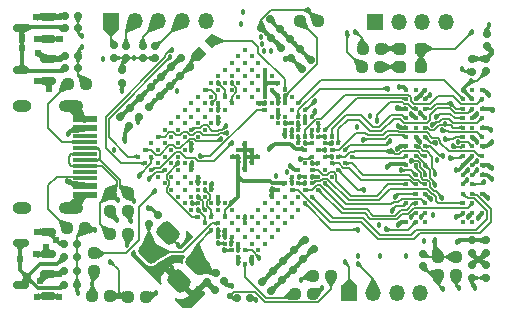
<source format=gbr>
%TF.GenerationSoftware,KiCad,Pcbnew,7.0.2-0*%
%TF.CreationDate,2023-05-06T05:04:52+08:00*%
%TF.ProjectId,slimarm_carambola,736c696d-6172-46d5-9f63-6172616d626f,rev?*%
%TF.SameCoordinates,Original*%
%TF.FileFunction,Copper,L1,Top*%
%TF.FilePolarity,Positive*%
%FSLAX46Y46*%
G04 Gerber Fmt 4.6, Leading zero omitted, Abs format (unit mm)*
G04 Created by KiCad (PCBNEW 7.0.2-0) date 2023-05-06 05:04:52*
%MOMM*%
%LPD*%
G01*
G04 APERTURE LIST*
G04 Aperture macros list*
%AMRoundRect*
0 Rectangle with rounded corners*
0 $1 Rounding radius*
0 $2 $3 $4 $5 $6 $7 $8 $9 X,Y pos of 4 corners*
0 Add a 4 corners polygon primitive as box body*
4,1,4,$2,$3,$4,$5,$6,$7,$8,$9,$2,$3,0*
0 Add four circle primitives for the rounded corners*
1,1,$1+$1,$2,$3*
1,1,$1+$1,$4,$5*
1,1,$1+$1,$6,$7*
1,1,$1+$1,$8,$9*
0 Add four rect primitives between the rounded corners*
20,1,$1+$1,$2,$3,$4,$5,0*
20,1,$1+$1,$4,$5,$6,$7,0*
20,1,$1+$1,$6,$7,$8,$9,0*
20,1,$1+$1,$8,$9,$2,$3,0*%
G04 Aperture macros list end*
%TA.AperFunction,SMDPad,CuDef*%
%ADD10RoundRect,0.150000X0.150000X-0.150000X0.150000X0.150000X-0.150000X0.150000X-0.150000X-0.150000X0*%
%TD*%
%TA.AperFunction,SMDPad,CuDef*%
%ADD11RoundRect,0.150000X0.000000X-0.212132X0.212132X0.000000X0.000000X0.212132X-0.212132X0.000000X0*%
%TD*%
%TA.AperFunction,SMDPad,CuDef*%
%ADD12RoundRect,0.237500X-0.237500X0.237500X-0.237500X-0.237500X0.237500X-0.237500X0.237500X0.237500X0*%
%TD*%
%TA.AperFunction,SMDPad,CuDef*%
%ADD13RoundRect,0.150000X-0.212132X0.000000X0.000000X-0.212132X0.212132X0.000000X0.000000X0.212132X0*%
%TD*%
%TA.AperFunction,SMDPad,CuDef*%
%ADD14RoundRect,0.150000X0.150000X0.150000X-0.150000X0.150000X-0.150000X-0.150000X0.150000X-0.150000X0*%
%TD*%
%TA.AperFunction,ComponentPad*%
%ADD15R,1.350000X1.350000*%
%TD*%
%TA.AperFunction,ComponentPad*%
%ADD16O,1.350000X1.350000*%
%TD*%
%TA.AperFunction,SMDPad,CuDef*%
%ADD17RoundRect,0.150000X0.000000X0.212132X-0.212132X0.000000X0.000000X-0.212132X0.212132X0.000000X0*%
%TD*%
%TA.AperFunction,SMDPad,CuDef*%
%ADD18RoundRect,0.150000X0.212132X0.000000X0.000000X0.212132X-0.212132X0.000000X0.000000X-0.212132X0*%
%TD*%
%TA.AperFunction,SMDPad,CuDef*%
%ADD19RoundRect,0.237500X0.237500X0.237500X-0.237500X0.237500X-0.237500X-0.237500X0.237500X-0.237500X0*%
%TD*%
%TA.AperFunction,SMDPad,CuDef*%
%ADD20RoundRect,0.237500X-0.237500X-0.237500X0.237500X-0.237500X0.237500X0.237500X-0.237500X0.237500X0*%
%TD*%
%TA.AperFunction,SMDPad,CuDef*%
%ADD21RoundRect,0.237500X0.000000X0.335876X-0.335876X0.000000X0.000000X-0.335876X0.335876X0.000000X0*%
%TD*%
%TA.AperFunction,SMDPad,CuDef*%
%ADD22RoundRect,0.237500X0.237500X-0.237500X0.237500X0.237500X-0.237500X0.237500X-0.237500X-0.237500X0*%
%TD*%
%TA.AperFunction,SMDPad,CuDef*%
%ADD23R,2.000000X0.600000*%
%TD*%
%TA.AperFunction,SMDPad,CuDef*%
%ADD24R,2.000000X0.300000*%
%TD*%
%TA.AperFunction,ComponentPad*%
%ADD25O,2.100000X1.000000*%
%TD*%
%TA.AperFunction,ComponentPad*%
%ADD26O,1.600000X1.000000*%
%TD*%
%TA.AperFunction,SMDPad,CuDef*%
%ADD27RoundRect,0.150000X-0.150000X0.150000X-0.150000X-0.150000X0.150000X-0.150000X0.150000X0.150000X0*%
%TD*%
%TA.AperFunction,SMDPad,CuDef*%
%ADD28RoundRect,0.150000X0.512500X0.150000X-0.512500X0.150000X-0.512500X-0.150000X0.512500X-0.150000X0*%
%TD*%
%TA.AperFunction,SMDPad,CuDef*%
%ADD29RoundRect,0.237500X0.287500X0.237500X-0.287500X0.237500X-0.287500X-0.237500X0.287500X-0.237500X0*%
%TD*%
%TA.AperFunction,SMDPad,CuDef*%
%ADD30RoundRect,0.375000X0.636396X-0.106066X-0.106066X0.636396X-0.636396X0.106066X0.106066X-0.636396X0*%
%TD*%
%TA.AperFunction,SMDPad,CuDef*%
%ADD31C,0.410000*%
%TD*%
%TA.AperFunction,ViaPad*%
%ADD32C,0.457200*%
%TD*%
%TA.AperFunction,ViaPad*%
%ADD33C,0.609600*%
%TD*%
%TA.AperFunction,Conductor*%
%ADD34C,0.127000*%
%TD*%
%TA.AperFunction,Conductor*%
%ADD35C,0.304800*%
%TD*%
%TA.AperFunction,Conductor*%
%ADD36C,0.609600*%
%TD*%
G04 APERTURE END LIST*
D10*
%TO.P,C27,1*%
%TO.N,GND*%
X26210000Y-21030000D03*
%TO.P,C27,2*%
%TO.N,/3v3*%
X26210000Y-19950000D03*
%TD*%
D11*
%TO.P,C31,1*%
%TO.N,GND*%
X33348162Y-37881838D03*
%TO.P,C31,2*%
%TO.N,/XTAL_OUT*%
X34111838Y-37118162D03*
%TD*%
D12*
%TO.P,R10,1*%
%TO.N,Net-(U1C-PD5)*%
X23840000Y-35478000D03*
%TO.P,R10,2*%
%TO.N,/3v3*%
X23840000Y-37002000D03*
%TD*%
D13*
%TO.P,C5,1*%
%TO.N,GND*%
X31178162Y-18918162D03*
%TO.P,C5,2*%
%TO.N,/3v3*%
X31941838Y-19681838D03*
%TD*%
D10*
%TO.P,C23,1*%
%TO.N,GND*%
X57040000Y-20080000D03*
%TO.P,C23,2*%
%TO.N,/1v8_DDR*%
X57040000Y-19000000D03*
%TD*%
D14*
%TO.P,C41,1*%
%TO.N,GND*%
X37020000Y-39250000D03*
%TO.P,C41,2*%
%TO.N,Net-(U1C-NRST)*%
X35940000Y-39250000D03*
%TD*%
D15*
%TO.P,J3,1,Pin_1*%
%TO.N,/DEBUG_TXD*%
X47600000Y-15850000D03*
D16*
%TO.P,J3,2,Pin_2*%
%TO.N,/DEBUG_RXD*%
X49600000Y-15850000D03*
%TO.P,J3,3,Pin_3*%
%TO.N,/UART_TXD*%
X51600000Y-15850000D03*
%TO.P,J3,4,Pin_4*%
%TO.N,/UART_RXD*%
X53600000Y-15850000D03*
%TD*%
D17*
%TO.P,C6,1*%
%TO.N,GND*%
X38741838Y-15638162D03*
%TO.P,C6,2*%
%TO.N,/3v3*%
X37978162Y-16401838D03*
%TD*%
D18*
%TO.P,C12,1*%
%TO.N,GND*%
X39731838Y-37741838D03*
%TO.P,C12,2*%
%TO.N,/1v0_CPUCORE*%
X38968162Y-36978162D03*
%TD*%
D13*
%TO.P,C4,1*%
%TO.N,GND*%
X30338162Y-19708162D03*
%TO.P,C4,2*%
%TO.N,/3v3*%
X31101838Y-20471838D03*
%TD*%
D19*
%TO.P,R21,1*%
%TO.N,Net-(D2-A)*%
X48062000Y-19690000D03*
%TO.P,R21,2*%
%TO.N,Net-(U1A-PC2)*%
X46538000Y-19690000D03*
%TD*%
%TO.P,R20,1*%
%TO.N,Net-(D1-A)*%
X48092000Y-18140000D03*
%TO.P,R20,2*%
%TO.N,Net-(U1A-PC1)*%
X46568000Y-18140000D03*
%TD*%
%TO.P,R3,1*%
%TO.N,GND*%
X42350000Y-38920000D03*
%TO.P,R3,2*%
%TO.N,Net-(U1C-VBG)*%
X40826000Y-38920000D03*
%TD*%
D18*
%TO.P,C13,1*%
%TO.N,GND*%
X40621838Y-36871838D03*
%TO.P,C13,2*%
%TO.N,/1v0_CPUCORE*%
X39858162Y-36108162D03*
%TD*%
D12*
%TO.P,R15,1*%
%TO.N,Net-(U2-VREF)*%
X54470000Y-35778000D03*
%TO.P,R15,2*%
%TO.N,/3v3*%
X54470000Y-37302000D03*
%TD*%
D13*
%TO.P,C18,1*%
%TO.N,GND*%
X26868162Y-23158162D03*
%TO.P,C18,2*%
%TO.N,/1v0_CPUCORE*%
X27631838Y-23921838D03*
%TD*%
%TO.P,C2,1*%
%TO.N,GND*%
X28608162Y-21388162D03*
%TO.P,C2,2*%
%TO.N,/3v3*%
X29371838Y-22151838D03*
%TD*%
D18*
%TO.P,C15,1*%
%TO.N,GND*%
X41511838Y-35991838D03*
%TO.P,C15,2*%
%TO.N,/1v0_CPUCORE*%
X40748162Y-35228162D03*
%TD*%
D15*
%TO.P,J2,1,Pin_1*%
%TO.N,/JTAG_TDI*%
X25270000Y-15800000D03*
D16*
%TO.P,J2,2,Pin_2*%
%TO.N,/JTAG_TMS*%
X27270000Y-15800000D03*
%TO.P,J2,3,Pin_3*%
%TO.N,/JTAG_TCK*%
X29270000Y-15800000D03*
%TO.P,J2,4,Pin_4*%
%TO.N,/JTAG_RST*%
X31270000Y-15800000D03*
%TO.P,J2,5,Pin_5*%
%TO.N,/JTAG_TDO*%
X33270000Y-15800000D03*
%TD*%
D15*
%TO.P,J4,1,Pin_1*%
%TO.N,/UART_UTXD*%
X45440000Y-38870000D03*
D16*
%TO.P,J4,2,Pin_2*%
%TO.N,/UART_URXD*%
X47440000Y-38870000D03*
%TO.P,J4,3,Pin_3*%
%TO.N,/3v3*%
X49440000Y-38870000D03*
%TO.P,J4,4,Pin_4*%
%TO.N,GND*%
X51440000Y-38870000D03*
%TD*%
D20*
%TO.P,R2,1*%
%TO.N,Net-(J1-CC2)*%
X21556000Y-33370000D03*
%TO.P,R2,2*%
%TO.N,GND*%
X23080000Y-33370000D03*
%TD*%
D21*
%TO.P,R9,1*%
%TO.N,Net-(U1A-WKUP)*%
X33768815Y-17491185D03*
%TO.P,R9,2*%
%TO.N,/3v3*%
X32691185Y-18568815D03*
%TD*%
D22*
%TO.P,R7,1*%
%TO.N,/USBD_FS_DN*%
X26680000Y-31892000D03*
%TO.P,R7,2*%
%TO.N,/DN*%
X26680000Y-30368000D03*
%TD*%
D13*
%TO.P,C3,1*%
%TO.N,GND*%
X29478162Y-20538162D03*
%TO.P,C3,2*%
%TO.N,/3v3*%
X30241838Y-21301838D03*
%TD*%
D14*
%TO.P,C35,1*%
%TO.N,GND*%
X22390000Y-35810000D03*
%TO.P,C35,2*%
%TO.N,+5V*%
X21310000Y-35810000D03*
%TD*%
D10*
%TO.P,C22,1*%
%TO.N,GND*%
X57010000Y-37550000D03*
%TO.P,C22,2*%
%TO.N,/1v8_DDR*%
X57010000Y-36470000D03*
%TD*%
D20*
%TO.P,R12,1*%
%TO.N,/DDR_CS*%
X41238000Y-15800000D03*
%TO.P,R12,2*%
%TO.N,/3v3*%
X42762000Y-15800000D03*
%TD*%
D14*
%TO.P,C40,1*%
%TO.N,GND*%
X22480000Y-18730000D03*
%TO.P,C40,2*%
%TO.N,/1v0_CPUCORE*%
X21400000Y-18730000D03*
%TD*%
D23*
%TO.P,J1,A1,GND*%
%TO.N,GND*%
X23031000Y-24070000D03*
%TO.P,J1,A4,VBUS*%
%TO.N,+5V*%
X23031000Y-24870000D03*
D24*
%TO.P,J1,A5,CC1*%
%TO.N,Net-(J1-CC1)*%
X23031000Y-26070000D03*
%TO.P,J1,A6,D+*%
%TO.N,/DP*%
X23031000Y-27070000D03*
%TO.P,J1,A7,D-*%
%TO.N,/DN*%
X23031000Y-27570000D03*
%TO.P,J1,A8,SBU1*%
%TO.N,unconnected-(J1-SBU1-PadA8)*%
X23031000Y-28570000D03*
D23*
%TO.P,J1,A9,VBUS*%
%TO.N,+5V*%
X23031000Y-29770000D03*
%TO.P,J1,A12,GND*%
%TO.N,GND*%
X23031000Y-30570000D03*
%TO.P,J1,B1,GND*%
X23031000Y-30570000D03*
%TO.P,J1,B4,VBUS*%
%TO.N,+5V*%
X23031000Y-29770000D03*
D24*
%TO.P,J1,B5,CC2*%
%TO.N,Net-(J1-CC2)*%
X23031000Y-29070000D03*
%TO.P,J1,B6,D+*%
%TO.N,/DP*%
X23031000Y-28070000D03*
%TO.P,J1,B7,D-*%
%TO.N,/DN*%
X23031000Y-26570000D03*
%TO.P,J1,B8,SBU2*%
%TO.N,unconnected-(J1-SBU2-PadB8)*%
X23031000Y-25570000D03*
D23*
%TO.P,J1,B9,VBUS*%
%TO.N,+5V*%
X23031000Y-24870000D03*
%TO.P,J1,B12,GND*%
%TO.N,GND*%
X23031000Y-24070000D03*
D25*
%TO.P,J1,S1,SHIELD*%
X21861000Y-23000000D03*
D26*
X17681000Y-23000000D03*
D25*
X21861000Y-31640000D03*
D26*
X17681000Y-31640000D03*
%TD*%
D19*
%TO.P,R8,1*%
%TO.N,+3V3*%
X26692000Y-33860000D03*
%TO.P,R8,2*%
%TO.N,/DP*%
X25168000Y-33860000D03*
%TD*%
D27*
%TO.P,R17,1*%
%TO.N,/JTAG_TMS*%
X26520000Y-17880000D03*
%TO.P,R17,2*%
%TO.N,/3v3*%
X26520000Y-18960000D03*
%TD*%
%TO.P,C19,1*%
%TO.N,GND*%
X57010000Y-34360000D03*
%TO.P,C19,2*%
%TO.N,/1v8_DDR*%
X57010000Y-35440000D03*
%TD*%
D28*
%TO.P,U6,1,GND*%
%TO.N,GND*%
X19920000Y-35560000D03*
%TO.P,U6,2,VO*%
%TO.N,/1v8_CPUMEM*%
X19920000Y-33660000D03*
%TO.P,U6,3,VI*%
%TO.N,+5V*%
X17645000Y-34610000D03*
%TD*%
D29*
%TO.P,D1,1,K*%
%TO.N,GND*%
X51492500Y-18140000D03*
%TO.P,D1,2,A*%
%TO.N,Net-(D1-A)*%
X49742500Y-18140000D03*
%TD*%
D18*
%TO.P,C17,1*%
%TO.N,GND*%
X38801838Y-38681838D03*
%TO.P,C17,2*%
%TO.N,/1v0_CPUCORE*%
X38038162Y-37918162D03*
%TD*%
D27*
%TO.P,R19,1*%
%TO.N,/JTAG_TCK*%
X27950000Y-17880000D03*
%TO.P,R19,2*%
%TO.N,/3v3*%
X27950000Y-18960000D03*
%TD*%
D13*
%TO.P,C1,1*%
%TO.N,GND*%
X27718162Y-22298162D03*
%TO.P,C1,2*%
%TO.N,/3v3*%
X28481838Y-23061838D03*
%TD*%
D20*
%TO.P,R6,1*%
%TO.N,Net-(U1A-JTAGSEL)*%
X26678000Y-39150000D03*
%TO.P,R6,2*%
%TO.N,GND*%
X28202000Y-39150000D03*
%TD*%
D10*
%TO.P,C21,1*%
%TO.N,GND*%
X55780000Y-37560000D03*
%TO.P,C21,2*%
%TO.N,/1v8_DDR*%
X55780000Y-36480000D03*
%TD*%
D14*
%TO.P,C36,1*%
%TO.N,GND*%
X22380000Y-34650000D03*
%TO.P,C36,2*%
%TO.N,/1v8_CPUMEM*%
X21300000Y-34650000D03*
%TD*%
D20*
%TO.P,R1,1*%
%TO.N,Net-(J1-CC1)*%
X21598000Y-21100000D03*
%TO.P,R1,2*%
%TO.N,GND*%
X23122000Y-21100000D03*
%TD*%
D17*
%TO.P,C9,1*%
%TO.N,GND*%
X41271838Y-18188162D03*
%TO.P,C9,2*%
%TO.N,/1v8_CPUMEM*%
X40508162Y-18951838D03*
%TD*%
D30*
%TO.P,Y1,1,1*%
%TO.N,/XTAL_OUT*%
X32565254Y-36269619D03*
%TO.P,Y1,2,2*%
%TO.N,GND*%
X30090381Y-33794746D03*
%TO.P,Y1,3,3*%
%TO.N,/XTAL_IN*%
X28534746Y-35350381D03*
%TO.P,Y1,4,4*%
%TO.N,GND*%
X31009619Y-37825254D03*
%TD*%
D28*
%TO.P,U5,1,GND*%
%TO.N,GND*%
X19900000Y-39120000D03*
%TO.P,U5,2,VO*%
%TO.N,/3v3*%
X19900000Y-37220000D03*
%TO.P,U5,3,VI*%
%TO.N,+5V*%
X17625000Y-38170000D03*
%TD*%
D22*
%TO.P,R14,1*%
%TO.N,GND*%
X52920000Y-37302000D03*
%TO.P,R14,2*%
%TO.N,Net-(U2-VREF)*%
X52920000Y-35778000D03*
%TD*%
D11*
%TO.P,C32,1*%
%TO.N,/XTAL_IN*%
X28468162Y-32981838D03*
%TO.P,C32,2*%
%TO.N,GND*%
X29231838Y-32218162D03*
%TD*%
D17*
%TO.P,C10,1*%
%TO.N,GND*%
X42151838Y-19088162D03*
%TO.P,C10,2*%
%TO.N,/1v8_CPUMEM*%
X41388162Y-19851838D03*
%TD*%
D14*
%TO.P,C37,1*%
%TO.N,GND*%
X22480000Y-19800000D03*
%TO.P,C37,2*%
%TO.N,+5V*%
X21400000Y-19800000D03*
%TD*%
D10*
%TO.P,C26,1*%
%TO.N,GND*%
X51640000Y-36590000D03*
%TO.P,C26,2*%
%TO.N,Net-(U2-VREF)*%
X51640000Y-35510000D03*
%TD*%
D18*
%TO.P,C14,1*%
%TO.N,GND*%
X42413676Y-35073676D03*
%TO.P,C14,2*%
%TO.N,/1v0_CPUCORE*%
X41650000Y-34310000D03*
%TD*%
D11*
%TO.P,C16,1*%
%TO.N,GND*%
X34068162Y-38621838D03*
%TO.P,C16,2*%
%TO.N,/1v0_CPUCORE*%
X34831838Y-37858162D03*
%TD*%
D22*
%TO.P,R5,1*%
%TO.N,/USBD_FS_DP*%
X25160000Y-31902000D03*
%TO.P,R5,2*%
%TO.N,/DP*%
X25160000Y-30378000D03*
%TD*%
D20*
%TO.P,R4,1*%
%TO.N,/3v3*%
X23678000Y-39130000D03*
%TO.P,R4,2*%
%TO.N,Net-(U1A-JTAGSEL)*%
X25202000Y-39130000D03*
%TD*%
D14*
%TO.P,C33,1*%
%TO.N,GND*%
X22370000Y-38150000D03*
%TO.P,C33,2*%
%TO.N,+5V*%
X21290000Y-38150000D03*
%TD*%
D17*
%TO.P,C7,1*%
%TO.N,GND*%
X39561838Y-16458162D03*
%TO.P,C7,2*%
%TO.N,/3v3*%
X38798162Y-17221838D03*
%TD*%
D10*
%TO.P,C24,1*%
%TO.N,GND*%
X55800000Y-20090000D03*
%TO.P,C24,2*%
%TO.N,/1v8_DDR*%
X55800000Y-19010000D03*
%TD*%
D20*
%TO.P,R11,1*%
%TO.N,/3v3*%
X42348000Y-37370000D03*
%TO.P,R11,2*%
%TO.N,Net-(U1C-NRST)*%
X43872000Y-37370000D03*
%TD*%
D31*
%TO.P,U2,A1,VDD*%
%TO.N,/1v8_DDR*%
X50259600Y-21629300D03*
%TO.P,U2,A2,NC*%
%TO.N,unconnected-(U2-NC-PadA2)*%
X51059700Y-21629300D03*
%TO.P,U2,A3,VSS*%
%TO.N,GND*%
X51859800Y-21629300D03*
%TO.P,U2,A7,VSSQ*%
X55060200Y-21629300D03*
%TO.P,U2,A8,UDQS\u002A*%
%TO.N,unconnected-(U2-UDQS\u002A-PadA8)*%
X55860300Y-21629300D03*
%TO.P,U2,A9,VDDQ*%
%TO.N,/1v8_DDR*%
X56660400Y-21629300D03*
%TO.P,U2,B1,DQ14*%
%TO.N,/DDR_D14*%
X50259600Y-22429400D03*
%TO.P,U2,B2,VSSQ*%
%TO.N,GND*%
X51059700Y-22429400D03*
%TO.P,U2,B3,UDM*%
%TO.N,/DDR_DQM1*%
X51859800Y-22429400D03*
%TO.P,U2,B7,UDQS*%
%TO.N,/DDR_DQS1*%
X55060200Y-22429400D03*
%TO.P,U2,B8,VSSQ*%
%TO.N,GND*%
X55860300Y-22429400D03*
%TO.P,U2,B9,DQ15*%
%TO.N,/DDR_D15*%
X56660400Y-22429400D03*
%TO.P,U2,C1,VDDQ*%
%TO.N,/1v8_DDR*%
X50259600Y-23229500D03*
%TO.P,U2,C2,DQ9*%
%TO.N,/DDR_D9*%
X51059700Y-23229500D03*
%TO.P,U2,C3,VDDQ*%
%TO.N,/1v8_DDR*%
X51859800Y-23229500D03*
%TO.P,U2,C7,VDDQ*%
X55060200Y-23229500D03*
%TO.P,U2,C8,DQ8*%
%TO.N,/DDR_D8*%
X55860300Y-23229500D03*
%TO.P,U2,C9,VDDQ*%
%TO.N,/1v8_DDR*%
X56660400Y-23229500D03*
%TO.P,U2,D1,DQ12*%
%TO.N,/DDR_D12*%
X50259600Y-24029600D03*
%TO.P,U2,D2,VSSQ*%
%TO.N,GND*%
X51059700Y-24029600D03*
%TO.P,U2,D3,DQ11*%
%TO.N,/DDR_D11*%
X51859800Y-24029600D03*
%TO.P,U2,D7,DQ10*%
%TO.N,/DDR_D10*%
X55060200Y-24029600D03*
%TO.P,U2,D8,VSSQ*%
%TO.N,GND*%
X55860300Y-24029600D03*
%TO.P,U2,D9,DQ13*%
%TO.N,/DDR_D13*%
X56660400Y-24029600D03*
%TO.P,U2,E1,VDD*%
%TO.N,/1v8_DDR*%
X50259600Y-24829700D03*
%TO.P,U2,E2,NC*%
%TO.N,unconnected-(U2-NC-PadE2)*%
X51059700Y-24829700D03*
%TO.P,U2,E3,VSS*%
%TO.N,GND*%
X51859800Y-24829700D03*
%TO.P,U2,E7,VSSQ*%
X55060200Y-24829700D03*
%TO.P,U2,E8,LDQS\u002A*%
%TO.N,unconnected-(U2-LDQS\u002A-PadE8)*%
X55860300Y-24829700D03*
%TO.P,U2,E9,VDDQ*%
%TO.N,/1v8_DDR*%
X56660400Y-24829700D03*
%TO.P,U2,F1,DQ6*%
%TO.N,/DDR_D6*%
X50259600Y-25629800D03*
%TO.P,U2,F2,VSSQ*%
%TO.N,GND*%
X51059700Y-25629800D03*
%TO.P,U2,F3,LDM*%
%TO.N,/DDR_DQM0*%
X51859800Y-25629800D03*
%TO.P,U2,F7,LDQS*%
%TO.N,/DDR_DQS0*%
X55060200Y-25629800D03*
%TO.P,U2,F8,VSSQ*%
%TO.N,GND*%
X55860300Y-25629800D03*
%TO.P,U2,F9,DQ7*%
%TO.N,/DDR_D7*%
X56660400Y-25629800D03*
%TO.P,U2,G1,VDDQ*%
%TO.N,/1v8_DDR*%
X50259600Y-26429900D03*
%TO.P,U2,G2,DQ1*%
%TO.N,/DDR_D1*%
X51059700Y-26429900D03*
%TO.P,U2,G3,VDDQ*%
%TO.N,/1v8_DDR*%
X51859800Y-26429900D03*
%TO.P,U2,G7,VDDQ*%
X55060200Y-26429900D03*
%TO.P,U2,G8,DQ0*%
%TO.N,/DDR_D0*%
X55860300Y-26429900D03*
%TO.P,U2,G9,VDDQ*%
%TO.N,/1v8_DDR*%
X56660400Y-26429900D03*
%TO.P,U2,H1,DQ4*%
%TO.N,/DDR_D4*%
X50259600Y-27230000D03*
%TO.P,U2,H2,VSSQ*%
%TO.N,GND*%
X51059700Y-27230000D03*
%TO.P,U2,H3,DQ3*%
%TO.N,/DDR_D3*%
X51859800Y-27230000D03*
%TO.P,U2,H7,DQ2*%
%TO.N,/DDR_D2*%
X55060200Y-27230000D03*
%TO.P,U2,H8,VSSQ*%
%TO.N,GND*%
X55860300Y-27230000D03*
%TO.P,U2,H9,DQ5*%
%TO.N,/DDR_D5*%
X56660400Y-27230000D03*
%TO.P,U2,J1,VDD*%
%TO.N,/1v8_DDR*%
X50259600Y-28030100D03*
%TO.P,U2,J2,VREF*%
%TO.N,Net-(U2-VREF)*%
X51059700Y-28030100D03*
%TO.P,U2,J3,VSS*%
%TO.N,GND*%
X51859800Y-28030100D03*
%TO.P,U2,J7,VSS*%
X55060200Y-28030100D03*
%TO.P,U2,J8,CK*%
%TO.N,/DDR_CLK*%
X55860300Y-28030100D03*
%TO.P,U2,J9,VDD*%
%TO.N,/1v8_DDR*%
X56660400Y-28030100D03*
%TO.P,U2,K2,DKE*%
%TO.N,/DDR_CKE*%
X51059700Y-28830200D03*
%TO.P,U2,K3,WE\u002A*%
%TO.N,/DDR_WE*%
X51859800Y-28830200D03*
%TO.P,U2,K7,RAS\u002A*%
%TO.N,/DDR_RAS*%
X55060200Y-28830200D03*
%TO.P,U2,K8,CK\u002A*%
%TO.N,/DDR_NCLK*%
X55860300Y-28830200D03*
%TO.P,U2,K9,ODT*%
%TO.N,GND*%
X56660400Y-28830200D03*
%TO.P,U2,L1,BA2*%
%TO.N,/DDR_BA2*%
X50259600Y-29630300D03*
%TO.P,U2,L2,BA0*%
%TO.N,/DDR_BA0*%
X51059700Y-29630300D03*
%TO.P,U2,L3,BA1*%
%TO.N,/DDR_BA1*%
X51859800Y-29630300D03*
%TO.P,U2,L7,CAS\u002A*%
%TO.N,/DDR_CAS*%
X55060200Y-29630300D03*
%TO.P,U2,L8,CS\u002A*%
%TO.N,/DDR_CS*%
X55860300Y-29630300D03*
%TO.P,U2,M2,A10/AP*%
%TO.N,/DDR_A10*%
X51059700Y-30430400D03*
%TO.P,U2,M3,A1*%
%TO.N,/DDR_A1*%
X51859800Y-30430400D03*
%TO.P,U2,M7,A2*%
%TO.N,/DDR_A2*%
X55060200Y-30430400D03*
%TO.P,U2,M8,A0*%
%TO.N,/DDR_A0*%
X55860300Y-30430400D03*
%TO.P,U2,M9,VDD*%
%TO.N,/1v8_DDR*%
X56660400Y-30430400D03*
%TO.P,U2,N1,VSS*%
%TO.N,GND*%
X50259600Y-31230500D03*
%TO.P,U2,N2,A3*%
%TO.N,/DDR_A3*%
X51059700Y-31230500D03*
%TO.P,U2,N3,A5*%
%TO.N,/DDR_A5*%
X51859800Y-31230500D03*
%TO.P,U2,N7,A6*%
%TO.N,/DDR_A6*%
X55060200Y-31230500D03*
%TO.P,U2,N8,A4*%
%TO.N,/DDR_A4*%
X55860300Y-31230500D03*
%TO.P,U2,P2,A7*%
%TO.N,/DDR_A7*%
X51059700Y-32030600D03*
%TO.P,U2,P3,A9*%
%TO.N,/DDR_A9*%
X51859800Y-32030600D03*
%TO.P,U2,P7,A11*%
%TO.N,/DDR_A11*%
X55060200Y-32030600D03*
%TO.P,U2,P8,A8*%
%TO.N,/DDR_A8*%
X55860300Y-32030600D03*
%TO.P,U2,P9,VSS*%
%TO.N,GND*%
X56660400Y-32030600D03*
%TO.P,U2,R1,VDD*%
%TO.N,/1v8_DDR*%
X50259600Y-32830700D03*
%TO.P,U2,R2,A12*%
%TO.N,/DDR_A12*%
X51059700Y-32830700D03*
%TO.P,U2,R3,NC*%
%TO.N,unconnected-(U2-NC-PadR3)*%
X51859800Y-32830700D03*
%TO.P,U2,R7,NC*%
%TO.N,unconnected-(U2-NC-PadR7)*%
X55060200Y-32830700D03*
%TO.P,U2,R8,NC*%
%TO.N,unconnected-(U2-NC-PadR8)*%
X55860300Y-32830700D03*
%TD*%
D27*
%TO.P,C20,1*%
%TO.N,GND*%
X55780000Y-34360000D03*
%TO.P,C20,2*%
%TO.N,/1v8_DDR*%
X55780000Y-35440000D03*
%TD*%
D29*
%TO.P,D2,1,K*%
%TO.N,GND*%
X51502500Y-19670000D03*
%TO.P,D2,2,A*%
%TO.N,Net-(D2-A)*%
X49752500Y-19670000D03*
%TD*%
D14*
%TO.P,C38,1*%
%TO.N,GND*%
X22470000Y-15390000D03*
%TO.P,C38,2*%
%TO.N,/1v8_DDR*%
X21390000Y-15390000D03*
%TD*%
D13*
%TO.P,C11,1*%
%TO.N,GND*%
X26000000Y-23970000D03*
%TO.P,C11,2*%
%TO.N,/1v8_CPUMEM*%
X26763676Y-24733676D03*
%TD*%
D27*
%TO.P,C25,1*%
%TO.N,GND*%
X57070000Y-16870000D03*
%TO.P,C25,2*%
%TO.N,/1v8_DDR*%
X57070000Y-17950000D03*
%TD*%
D31*
%TO.P,U1,A1,PB16*%
%TO.N,unconnected-(U1A-PB16-PadA1)*%
X36590000Y-18239033D03*
%TO.P,U1,A2,PB13*%
%TO.N,unconnected-(U1A-PB13-PadA2)*%
X37155685Y-18804719D03*
%TO.P,U1,A3,PB11*%
%TO.N,unconnected-(U1A-PB11-PadA3)*%
X37721371Y-19370404D03*
%TO.P,U1,A4,ADVREF*%
%TO.N,/3v3*%
X38287056Y-19936089D03*
%TO.P,U1,A5,XOUT32*%
%TO.N,unconnected-(U1A-XOUT32-PadA5)*%
X38852742Y-20501775D03*
%TO.P,U1,A6,XIN32*%
%TO.N,/3v3*%
X39418427Y-21067460D03*
%TO.P,U1,A7,WKUP*%
%TO.N,Net-(U1A-WKUP)*%
X39984113Y-21633146D03*
%TO.P,U1,A8,NWR3*%
%TO.N,unconnected-(U1A-NWR3-PadA8)*%
X40549798Y-22198831D03*
%TO.P,U1,A9,DQS1*%
%TO.N,/DDR_DQS1*%
X41115483Y-22764517D03*
%TO.P,U1,A10,DQM0*%
%TO.N,/DDR_DQM0*%
X41681169Y-23330202D03*
%TO.P,U1,A11,DQS0*%
%TO.N,/DDR_DQS0*%
X42246854Y-23895887D03*
%TO.P,U1,A12,SDWE*%
%TO.N,/DDR_WE*%
X42812540Y-24461573D03*
%TO.P,U1,A13,D14*%
%TO.N,/DDR_D14*%
X43378225Y-25027258D03*
%TO.P,U1,A14,D12*%
%TO.N,/DDR_D12*%
X43943911Y-25592944D03*
%TO.P,U1,A15,D8*%
%TO.N,/DDR_D8*%
X44509596Y-26158629D03*
%TO.P,U1,A16,D2*%
%TO.N,/DDR_D2*%
X45075281Y-26724315D03*
%TO.P,U1,A17,D4*%
%TO.N,/DDR_D4*%
X45640967Y-27290000D03*
%TO.P,U1,B1,PB17*%
%TO.N,unconnected-(U1A-PB17-PadB1)*%
X36024315Y-18804719D03*
%TO.P,U1,B2,PB10*%
%TO.N,unconnected-(U1A-PB10-PadB2)*%
X36590000Y-19370404D03*
%TO.P,U1,B3,PB6*%
%TO.N,unconnected-(U1A-PB6-PadB3)*%
X37155685Y-19936089D03*
%TO.P,U1,B4,PB12*%
%TO.N,unconnected-(U1A-PB12-PadB4)*%
X37721371Y-20501775D03*
%TO.P,U1,B5,VDDBU*%
%TO.N,/3v3*%
X38287056Y-21067460D03*
%TO.P,U1,B6,GNDBU*%
%TO.N,GND*%
X38852742Y-21633146D03*
%TO.P,U1,B7,TST*%
X39418427Y-22198831D03*
%TO.P,U1,B8,NCS1*%
%TO.N,/DDR_CS*%
X39984113Y-22764517D03*
%TO.P,U1,B9,NCS0*%
%TO.N,unconnected-(U1A-NCS0-PadB9)*%
X40549798Y-23330202D03*
%TO.P,U1,B10,DQM1*%
%TO.N,/DDR_DQM1*%
X41115483Y-23895887D03*
%TO.P,U1,B11,RAS*%
%TO.N,/DDR_RAS*%
X41681169Y-24461573D03*
%TO.P,U1,B12,SDCKE*%
%TO.N,/DDR_CKE*%
X42246854Y-25027258D03*
%TO.P,U1,B13,D13*%
%TO.N,/DDR_D13*%
X42812540Y-25592944D03*
%TO.P,U1,B14,D7*%
%TO.N,/DDR_D7*%
X43378225Y-26158629D03*
%TO.P,U1,B15,D5*%
%TO.N,/DDR_D5*%
X43943911Y-26724315D03*
%TO.P,U1,B16,D3*%
%TO.N,/DDR_D3*%
X44509596Y-27290000D03*
%TO.P,U1,B17,A17*%
%TO.N,/DDR_BA1*%
X45075281Y-27855685D03*
%TO.P,U1,C1,PB9*%
%TO.N,unconnected-(U1A-PB9-PadC1)*%
X35458629Y-19370404D03*
%TO.P,U1,C2,PB7*%
%TO.N,unconnected-(U1A-PB7-PadC2)*%
X36024315Y-19936089D03*
%TO.P,U1,C3,PB15*%
%TO.N,unconnected-(U1A-PB15-PadC3)*%
X36590000Y-20501775D03*
%TO.P,U1,C4,PB14*%
%TO.N,unconnected-(U1A-PB14-PadC4)*%
X37155685Y-21067460D03*
%TO.P,U1,C5,PB8*%
%TO.N,unconnected-(U1A-PB8-PadC5)*%
X37721371Y-21633146D03*
%TO.P,U1,C6,VDDANA*%
%TO.N,/3v3*%
X38287056Y-22198831D03*
%TO.P,U1,C7,NWR1*%
%TO.N,unconnected-(U1A-NWR1-PadC7)*%
X38852742Y-22764517D03*
%TO.P,U1,C8,SDA10*%
%TO.N,/DDR_A10*%
X39418427Y-23330202D03*
%TO.P,U1,C9,NWR0*%
%TO.N,unconnected-(U1A-NWR0-PadC9)*%
X39984113Y-23895887D03*
%TO.P,U1,C10,CAS*%
%TO.N,/DDR_CAS*%
X40549798Y-24461573D03*
%TO.P,U1,C11,\u002ASDCK*%
%TO.N,/DDR_NCLK*%
X41115483Y-25027258D03*
%TO.P,U1,C12,D15*%
%TO.N,/DDR_D15*%
X41681169Y-25592944D03*
%TO.P,U1,C13,D11*%
%TO.N,/DDR_D11*%
X42246854Y-26158629D03*
%TO.P,U1,C14,D6*%
%TO.N,/DDR_D6*%
X42812540Y-26724315D03*
%TO.P,U1,C15,D9*%
%TO.N,/DDR_D9*%
X43378225Y-27290000D03*
%TO.P,U1,C16,A16*%
%TO.N,/DDR_BA0*%
X43943911Y-27855685D03*
%TO.P,U1,C17,A13*%
%TO.N,/DDR_A11*%
X44509596Y-28421371D03*
%TO.P,U1,D1,PB4*%
%TO.N,unconnected-(U1A-PB4-PadD1)*%
X34892944Y-19936089D03*
%TO.P,U1,D2,PB2*%
%TO.N,unconnected-(U1A-PB2-PadD2)*%
X35458629Y-20501775D03*
%TO.P,U1,D3,PB0*%
%TO.N,unconnected-(U1A-PB0-PadD3)*%
X36024315Y-21067460D03*
%TO.P,U1,D4,PB1*%
%TO.N,unconnected-(U1A-PB1-PadD4)*%
X36590000Y-21633146D03*
%TO.P,U1,D5,PB18*%
%TO.N,unconnected-(U1A-PB18-PadD5)*%
X37155685Y-22198831D03*
%TO.P,U1,D6,GNDANA*%
%TO.N,GND*%
X37721371Y-22764517D03*
%TO.P,U1,D7,JTAGSEL*%
%TO.N,Net-(U1A-JTAGSEL)*%
X38287056Y-23330202D03*
%TO.P,U1,D8,SHDN*%
%TO.N,unconnected-(U1A-SHDN-PadD8)*%
X38852742Y-23895887D03*
%TO.P,U1,D9,NRD*%
%TO.N,unconnected-(U1A-NRD-PadD9)*%
X39418427Y-24461573D03*
%TO.P,U1,D10,VDDIOM*%
%TO.N,/1v8_CPUMEM*%
X39984113Y-25027258D03*
%TO.P,U1,D11,SDCK*%
%TO.N,/DDR_CLK*%
X40549798Y-25592944D03*
%TO.P,U1,D12,D10*%
%TO.N,/DDR_D10*%
X41115483Y-26158629D03*
%TO.P,U1,D13,VDDIOM*%
%TO.N,/1v8_CPUMEM*%
X41681169Y-26724315D03*
%TO.P,U1,D14,D0*%
%TO.N,/DDR_D0*%
X42246854Y-27290000D03*
%TO.P,U1,D15,D1*%
%TO.N,/DDR_D1*%
X42812540Y-27855685D03*
%TO.P,U1,D16,A15*%
%TO.N,unconnected-(U1B-A15-PadD16)*%
X43378225Y-28421371D03*
%TO.P,U1,D17,A12*%
%TO.N,unconnected-(U1B-A12-PadD17)*%
X43943911Y-28987056D03*
%TO.P,U1,E1,PC4*%
%TO.N,unconnected-(U1A-PC4-PadE1)*%
X34327258Y-20501775D03*
%TO.P,U1,E2,PC0*%
%TO.N,unconnected-(U1A-PC0-PadE2)*%
X34892944Y-21067460D03*
%TO.P,U1,E3,PB5*%
%TO.N,unconnected-(U1A-PB5-PadE3)*%
X35458629Y-21633146D03*
%TO.P,U1,E4,PB3*%
%TO.N,unconnected-(U1A-PB3-PadE4)*%
X36024315Y-22198831D03*
%TO.P,U1,E14,A19*%
%TO.N,unconnected-(U1C-A19-PadE14)*%
X41681169Y-27855685D03*
%TO.P,U1,E15,A18*%
%TO.N,/DDR_BA2*%
X42246854Y-28421371D03*
%TO.P,U1,E16,A14*%
%TO.N,/DDR_A12*%
X42812540Y-28987056D03*
%TO.P,U1,E17,A7*%
%TO.N,/DDR_A5*%
X43378225Y-29552742D03*
%TO.P,U1,F1,PC7*%
%TO.N,unconnected-(U1A-PC7-PadF1)*%
X33761573Y-21067460D03*
%TO.P,U1,F2,PC6*%
%TO.N,unconnected-(U1A-PC6-PadF2)*%
X34327258Y-21633146D03*
%TO.P,U1,F3,PC2*%
%TO.N,Net-(U1A-PC2)*%
X34892944Y-22198831D03*
%TO.P,U1,F4,PC1*%
%TO.N,Net-(U1A-PC1)*%
X35458629Y-22764517D03*
%TO.P,U1,F14,VDDIOM*%
%TO.N,/1v8_CPUMEM*%
X41115483Y-28421371D03*
%TO.P,U1,F15,A11*%
%TO.N,/DDR_A9*%
X41681169Y-28987056D03*
%TO.P,U1,F16,A8*%
%TO.N,/DDR_A6*%
X42246854Y-29552742D03*
%TO.P,U1,F17,A6*%
%TO.N,/DDR_A4*%
X42812540Y-30118427D03*
%TO.P,U1,G1,PC8*%
%TO.N,/UART_UTXD*%
X33195887Y-21633146D03*
%TO.P,U1,G2,PC10*%
%TO.N,unconnected-(U1A-PC10-PadG2)*%
X33761573Y-22198831D03*
%TO.P,U1,G3,PC9*%
%TO.N,/UART_URXD*%
X34327258Y-22764517D03*
%TO.P,U1,G4,PC5*%
%TO.N,unconnected-(U1A-PC5-PadG4)*%
X34892944Y-23330202D03*
%TO.P,U1,G14,A10*%
%TO.N,/DDR_A8*%
X40549798Y-28987056D03*
%TO.P,U1,G15,A9*%
%TO.N,/DDR_A7*%
X41115483Y-29552742D03*
%TO.P,U1,G16,A5*%
%TO.N,/DDR_A3*%
X41681169Y-30118427D03*
%TO.P,U1,G17,A4*%
%TO.N,/DDR_A2*%
X42246854Y-30684113D03*
%TO.P,U1,H1,PC14*%
%TO.N,unconnected-(U1A-PC14-PadH1)*%
X32630202Y-22198831D03*
%TO.P,U1,H2,PC3*%
%TO.N,unconnected-(U1A-PC3-PadH2)*%
X33195887Y-22764517D03*
%TO.P,U1,H3,PC11*%
%TO.N,unconnected-(U1A-PC11-PadH3)*%
X33761573Y-23330202D03*
%TO.P,U1,H4,VDDIOP1*%
%TO.N,/3v3*%
X34327258Y-23895887D03*
%TO.P,U1,H8,GNDCORE*%
%TO.N,GND*%
X36590000Y-26158629D03*
%TO.P,U1,H9,GNDIOM*%
X37155685Y-26724315D03*
%TO.P,U1,H10,GNDIOM*%
X37721371Y-27290000D03*
%TO.P,U1,H14,VDDCORE*%
%TO.N,/1v0_CPUCORE*%
X39984113Y-29552742D03*
%TO.P,U1,H15,A2*%
%TO.N,/DDR_A0*%
X40549798Y-30118427D03*
%TO.P,U1,H16,A1*%
%TO.N,unconnected-(U1C-A1-PadH16)*%
X41115483Y-30684113D03*
%TO.P,U1,H17,A3*%
%TO.N,/DDR_A1*%
X41681169Y-31249798D03*
%TO.P,U1,J1,PC16*%
%TO.N,unconnected-(U1A-PC16-PadJ1)*%
X32064517Y-22764517D03*
%TO.P,U1,J2,PC15*%
%TO.N,unconnected-(U1A-PC15-PadJ2)*%
X32630202Y-23330202D03*
%TO.P,U1,J3,PC12*%
%TO.N,unconnected-(U1A-PC12-PadJ3)*%
X33195887Y-23895887D03*
%TO.P,U1,J4,PC23*%
%TO.N,unconnected-(U1A-PC23-PadJ4)*%
X33761573Y-24461573D03*
%TO.P,U1,J8,GNDCORE*%
%TO.N,GND*%
X36024315Y-26724315D03*
%TO.P,U1,J9,GNDIOM*%
X36590000Y-27290000D03*
%TO.P,U1,J10,GNDIOM*%
X37155685Y-27855685D03*
%TO.P,U1,J14,VDDNF*%
%TO.N,/3v3*%
X39418427Y-30118427D03*
%TO.P,U1,J15,A0*%
%TO.N,unconnected-(U1C-A0-PadJ15)*%
X39984113Y-30684113D03*
%TO.P,U1,J16,PD21*%
%TO.N,unconnected-(U1C-PD21-PadJ16)*%
X40549798Y-31249798D03*
%TO.P,U1,J17,PD19*%
%TO.N,unconnected-(U1C-PD19-PadJ17)*%
X41115483Y-31815483D03*
%TO.P,U1,K1,PC20*%
%TO.N,unconnected-(U1A-PC20-PadK1)*%
X31498831Y-23330202D03*
%TO.P,U1,K2,PC18*%
%TO.N,unconnected-(U1A-PC18-PadK2)*%
X32064517Y-23895887D03*
%TO.P,U1,K3,PC24*%
%TO.N,unconnected-(U1A-PC24-PadK3)*%
X32630202Y-24461573D03*
%TO.P,U1,K4,PC28*%
%TO.N,unconnected-(U1A-PC28-PadK4)*%
X33195887Y-25027258D03*
%TO.P,U1,K8,VDDCORE*%
%TO.N,/1v0_CPUCORE*%
X35458629Y-27290000D03*
%TO.P,U1,K9,VDDCORE*%
X36024315Y-27855685D03*
%TO.P,U1,K10,GNDCORE*%
%TO.N,GND*%
X36590000Y-28421371D03*
%TO.P,U1,K14,VDDNF*%
%TO.N,/3v3*%
X38852742Y-30684113D03*
%TO.P,U1,K15,PD12*%
%TO.N,unconnected-(U1C-PD12-PadK15)*%
X39418427Y-31249798D03*
%TO.P,U1,K16,PD20*%
%TO.N,unconnected-(U1C-PD20-PadK16)*%
X39984113Y-31815483D03*
%TO.P,U1,K17,PD18*%
%TO.N,unconnected-(U1C-PD18-PadK17)*%
X40549798Y-32381169D03*
%TO.P,U1,L1,PC17*%
%TO.N,unconnected-(U1A-PC17-PadL1)*%
X30933146Y-23895887D03*
%TO.P,U1,L2,PC13*%
%TO.N,unconnected-(U1A-PC13-PadL2)*%
X31498831Y-24461573D03*
%TO.P,U1,L3,PA0*%
%TO.N,/UART_TXD*%
X32064517Y-25027258D03*
%TO.P,U1,L4,PA2*%
%TO.N,unconnected-(U1A-PA2-PadL4)*%
X32630202Y-25592944D03*
%TO.P,U1,L14,PD14*%
%TO.N,unconnected-(U1C-PD14-PadL14)*%
X38287056Y-31249798D03*
%TO.P,U1,L15,PD17*%
%TO.N,unconnected-(U1C-PD17-PadL15)*%
X38852742Y-31815483D03*
%TO.P,U1,L16,PD16*%
%TO.N,unconnected-(U1C-PD16-PadL16)*%
X39418427Y-32381169D03*
%TO.P,U1,L17,HFSDPC*%
%TO.N,unconnected-(U1C-HFSDPC-PadL17)*%
X39984113Y-32946854D03*
%TO.P,U1,M1,PC27*%
%TO.N,unconnected-(U1A-PC27-PadM1)*%
X30367460Y-24461573D03*
%TO.P,U1,M2,PC25*%
%TO.N,unconnected-(U1A-PC25-PadM2)*%
X30933146Y-25027258D03*
%TO.P,U1,M3,PC21*%
%TO.N,unconnected-(U1A-PC21-PadM3)*%
X31498831Y-25592944D03*
%TO.P,U1,M4,GNDIOP*%
%TO.N,GND*%
X32064517Y-26158629D03*
%TO.P,U1,M14,PD8*%
%TO.N,unconnected-(U1C-PD8-PadM14)*%
X37721371Y-31815483D03*
%TO.P,U1,M15,PD13*%
%TO.N,unconnected-(U1C-PD13-PadM15)*%
X38287056Y-32381169D03*
%TO.P,U1,M16,PD15*%
%TO.N,unconnected-(U1C-PD15-PadM16)*%
X38852742Y-32946854D03*
%TO.P,U1,M17,HFSDMC*%
%TO.N,unconnected-(U1C-HFSDMC-PadM17)*%
X39418427Y-33512540D03*
%TO.P,U1,N1,PC29*%
%TO.N,unconnected-(U1B-PC29-PadN1)*%
X29801775Y-25027258D03*
%TO.P,U1,N2,PC31*%
%TO.N,unconnected-(U1B-PC31-PadN2)*%
X30367460Y-25592944D03*
%TO.P,U1,N3,PC19*%
%TO.N,unconnected-(U1B-PC19-PadN3)*%
X30933146Y-26158629D03*
%TO.P,U1,N4,PA3*%
%TO.N,unconnected-(U1B-PA3-PadN4)*%
X31498831Y-26724315D03*
%TO.P,U1,N14,PD6*%
%TO.N,unconnected-(U1C-PD6-PadN14)*%
X37155685Y-32381169D03*
%TO.P,U1,N15,PD11*%
%TO.N,unconnected-(U1C-PD11-PadN15)*%
X37721371Y-32946854D03*
%TO.P,U1,N16,PD9*%
%TO.N,unconnected-(U1C-PD9-PadN16)*%
X38287056Y-33512540D03*
%TO.P,U1,N17,PD10*%
%TO.N,unconnected-(U1C-PD10-PadN17)*%
X38852742Y-34078225D03*
%TO.P,U1,P1,PA1*%
%TO.N,/UART_RXD*%
X29236089Y-25592944D03*
%TO.P,U1,P2,PC26*%
%TO.N,unconnected-(U1B-PC26-PadP2)*%
X29801775Y-26158629D03*
%TO.P,U1,P3,PC22*%
%TO.N,unconnected-(U1B-PC22-PadP3)*%
X30367460Y-26724315D03*
%TO.P,U1,P4,PA8*%
%TO.N,unconnected-(U1B-PA8-PadP4)*%
X30933146Y-27290000D03*
%TO.P,U1,P5,PA16*%
%TO.N,unconnected-(U1B-PA16-PadP5)*%
X31498831Y-27855685D03*
%TO.P,U1,P6,GNDIOP*%
%TO.N,GND*%
X32064517Y-28421371D03*
%TO.P,U1,P7,VDDIOP0*%
%TO.N,/3v3*%
X32630202Y-28987056D03*
%TO.P,U1,P8,PA27*%
%TO.N,unconnected-(U1B-PA27-PadP8)*%
X33195887Y-29552742D03*
%TO.P,U1,P9,BMS*%
%TO.N,/3v3*%
X33761573Y-30118427D03*
%TO.P,U1,P10,NRST*%
%TO.N,Net-(U1C-NRST)*%
X34327258Y-30684113D03*
%TO.P,U1,P11,DIBP*%
%TO.N,unconnected-(U1C-DIBP-PadP11)*%
X34892944Y-31249798D03*
%TO.P,U1,P12,PD4*%
%TO.N,unconnected-(U1C-PD4-PadP12)*%
X35458629Y-31815483D03*
%TO.P,U1,P13,PD0*%
%TO.N,unconnected-(U1C-PD0-PadP13)*%
X36024315Y-32381169D03*
%TO.P,U1,P14,PD5*%
%TO.N,Net-(U1C-PD5)*%
X36590000Y-32946854D03*
%TO.P,U1,P15,PD3*%
%TO.N,unconnected-(U1C-PD3-PadP15)*%
X37155685Y-33512540D03*
%TO.P,U1,P16,HFSDMB*%
%TO.N,unconnected-(U1C-HFSDMB-PadP16)*%
X37721371Y-34078225D03*
%TO.P,U1,P17,HHSDMB*%
%TO.N,unconnected-(U1C-HHSDMB-PadP17)*%
X38287056Y-34643911D03*
%TO.P,U1,R1,PA5*%
%TO.N,unconnected-(U1B-PA5-PadR1)*%
X28670404Y-26158629D03*
%TO.P,U1,R2,PC30*%
%TO.N,unconnected-(U1B-PC30-PadR2)*%
X29236089Y-26724315D03*
%TO.P,U1,R3,PA7*%
%TO.N,unconnected-(U1B-PA7-PadR3)*%
X29801775Y-27290000D03*
%TO.P,U1,R4,PA6*%
%TO.N,unconnected-(U1B-PA6-PadR4)*%
X30367460Y-27855685D03*
%TO.P,U1,R5,PA17*%
%TO.N,unconnected-(U1B-PA17-PadR5)*%
X30933146Y-28421371D03*
%TO.P,U1,R6,PA22*%
%TO.N,unconnected-(U1B-PA22-PadR6)*%
X31498831Y-28987056D03*
%TO.P,U1,R7,PA26*%
%TO.N,unconnected-(U1B-PA26-PadR7)*%
X32064517Y-29552742D03*
%TO.P,U1,R8,PA30*%
%TO.N,unconnected-(U1B-PA30-PadR8)*%
X32630202Y-30118427D03*
%TO.P,U1,R9,PA29*%
%TO.N,unconnected-(U1B-PA29-PadR9)*%
X33195887Y-30684113D03*
%TO.P,U1,R10,RTCK*%
%TO.N,unconnected-(U1C-RTCK-PadR10)*%
X33761573Y-31249798D03*
%TO.P,U1,R11,DIBN*%
%TO.N,unconnected-(U1C-DIBN-PadR11)*%
X34327258Y-31815483D03*
%TO.P,U1,R12,VDDPLLA*%
%TO.N,/1v0_CPUCORE*%
X34892944Y-32381169D03*
%TO.P,U1,R13,PD2*%
%TO.N,unconnected-(U1C-PD2-PadR13)*%
X35458629Y-32946854D03*
%TO.P,U1,R14,PD1*%
%TO.N,unconnected-(U1C-PD1-PadR14)*%
X36024315Y-33512540D03*
%TO.P,U1,R15,PD7*%
%TO.N,unconnected-(U1C-PD7-PadR15)*%
X36590000Y-34078225D03*
%TO.P,U1,R16,HFSDPB*%
%TO.N,unconnected-(U1C-HFSDPB-PadR16)*%
X37155685Y-34643911D03*
%TO.P,U1,R17,HHSDPB*%
%TO.N,unconnected-(U1C-HHSDPB-PadR17)*%
X37721371Y-35209596D03*
%TO.P,U1,T1,PA10*%
%TO.N,/DEBUG_TXD*%
X28104719Y-26724315D03*
%TO.P,U1,T2,PA12*%
%TO.N,/SPI_MOSI*%
X28670404Y-27290000D03*
%TO.P,U1,T3,PA4*%
%TO.N,unconnected-(U1B-PA4-PadT3)*%
X29236089Y-27855685D03*
%TO.P,U1,T4,PA13*%
%TO.N,/SPI_CLK*%
X29801775Y-28421371D03*
%TO.P,U1,T5,PA19*%
%TO.N,unconnected-(U1B-PA19-PadT5)*%
X30367460Y-28987056D03*
%TO.P,U1,T6,PA21*%
%TO.N,unconnected-(U1B-PA21-PadT6)*%
X30933146Y-29552742D03*
%TO.P,U1,T7,PA24*%
%TO.N,unconnected-(U1B-PA24-PadT7)*%
X31498831Y-30118427D03*
%TO.P,U1,T8,PA25*%
%TO.N,unconnected-(U1B-PA25-PadT8)*%
X32064517Y-30684113D03*
%TO.P,U1,T9,TDI*%
%TO.N,/JTAG_TDI*%
X32630202Y-31249798D03*
%TO.P,U1,T10,TDO*%
%TO.N,/JTAG_TDO*%
X33195887Y-31815483D03*
%TO.P,U1,T11,NTRST*%
%TO.N,/JTAG_RST*%
X33761573Y-32381169D03*
%TO.P,U1,T12,XIN*%
%TO.N,/XTAL_IN*%
X34327258Y-32946854D03*
%TO.P,U1,T13,VDDOSC*%
%TO.N,/3v3*%
X34892944Y-33512540D03*
%TO.P,U1,T14,HFSDPA*%
%TO.N,/USBD_FS_DP*%
X35458629Y-34078225D03*
%TO.P,U1,T15,HFSDMA*%
%TO.N,/USBD_FS_DN*%
X36024315Y-34643911D03*
%TO.P,U1,T16,GNDUTMI*%
%TO.N,GND*%
X36590000Y-35209596D03*
%TO.P,U1,T17,VDDUTMIC*%
%TO.N,/1v0_CPUCORE*%
X37155685Y-35775281D03*
%TO.P,U1,U1,PA11*%
%TO.N,/SPI_MISO*%
X27539033Y-27290000D03*
%TO.P,U1,U2,PA14*%
%TO.N,/SPI_CS*%
X28104719Y-27855685D03*
%TO.P,U1,U3,PA9*%
%TO.N,/DEBUG_RXD*%
X28670404Y-28421371D03*
%TO.P,U1,U4,PA15*%
%TO.N,unconnected-(U1B-PA15-PadU4)*%
X29236089Y-28987056D03*
%TO.P,U1,U5,PA18*%
%TO.N,unconnected-(U1B-PA18-PadU5)*%
X29801775Y-29552742D03*
%TO.P,U1,U6,PA20*%
%TO.N,unconnected-(U1B-PA20-PadU6)*%
X30367460Y-30118427D03*
%TO.P,U1,U7,PA23*%
%TO.N,unconnected-(U1B-PA23-PadU7)*%
X30933146Y-30684113D03*
%TO.P,U1,U8,PA28*%
%TO.N,unconnected-(U1B-PA28-PadU8)*%
X31498831Y-31249798D03*
%TO.P,U1,U9,PA31*%
%TO.N,unconnected-(U1B-PA31-PadU9)*%
X32064517Y-31815483D03*
%TO.P,U1,U10,TCK*%
%TO.N,/JTAG_TCK*%
X32630202Y-32381169D03*
%TO.P,U1,U11,TMS*%
%TO.N,/JTAG_TMS*%
X33195887Y-32946854D03*
%TO.P,U1,U12,XOUT*%
%TO.N,/XTAL_OUT*%
X33761573Y-33512540D03*
%TO.P,U1,U13,GNDOSC*%
%TO.N,GND*%
X34327258Y-34078225D03*
%TO.P,U1,U14,HHSDPA*%
%TO.N,/DP*%
X34892944Y-34643911D03*
%TO.P,U1,U15,HHSDMA*%
%TO.N,/DN*%
X35458629Y-35209596D03*
%TO.P,U1,U16,VDDUTMII*%
%TO.N,/3v3*%
X36024315Y-35775281D03*
%TO.P,U1,U17,VBG*%
%TO.N,Net-(U1C-VBG)*%
X36590000Y-36340967D03*
%TD*%
D28*
%TO.P,U7,1,GND*%
%TO.N,GND*%
X19910000Y-17330000D03*
%TO.P,U7,2,VO*%
%TO.N,/1v8_DDR*%
X19910000Y-15430000D03*
%TO.P,U7,3,VI*%
%TO.N,+5V*%
X17635000Y-16380000D03*
%TD*%
D17*
%TO.P,C8,1*%
%TO.N,GND*%
X40401838Y-17298162D03*
%TO.P,C8,2*%
%TO.N,/3v3*%
X39638162Y-18061838D03*
%TD*%
D27*
%TO.P,R18,1*%
%TO.N,/JTAG_RST*%
X29010000Y-17880000D03*
%TO.P,R18,2*%
%TO.N,/3v3*%
X29010000Y-18960000D03*
%TD*%
%TO.P,R16,2*%
%TO.N,/3v3*%
X25470000Y-18940000D03*
%TO.P,R16,1*%
%TO.N,/JTAG_TDI*%
X25470000Y-17860000D03*
%TD*%
D28*
%TO.P,U8,1,GND*%
%TO.N,GND*%
X19937500Y-20910000D03*
%TO.P,U8,2,VO*%
%TO.N,/1v0_CPUCORE*%
X19937500Y-19010000D03*
%TO.P,U8,3,VI*%
%TO.N,+5V*%
X17662500Y-19960000D03*
%TD*%
D14*
%TO.P,C34,1*%
%TO.N,GND*%
X22370000Y-36960000D03*
%TO.P,C34,2*%
%TO.N,/3v3*%
X21290000Y-36960000D03*
%TD*%
%TO.P,C39,1*%
%TO.N,GND*%
X22470000Y-16440000D03*
%TO.P,C39,2*%
%TO.N,+5V*%
X21390000Y-16440000D03*
%TD*%
D32*
%TO.N,GND*%
X30840000Y-21770000D03*
%TO.N,/SPI_CS*%
X30410000Y-18220000D03*
%TO.N,GND*%
X26170000Y-21760000D03*
%TO.N,/3v3*%
X24580000Y-19060000D03*
%TO.N,/SPI_MISO*%
X30280000Y-18850000D03*
%TO.N,/SPI_CLK*%
X28430000Y-29160000D03*
%TO.N,/SPI_MOSI*%
X27640000Y-28900000D03*
%TO.N,Net-(U1C-NRST)*%
X34321647Y-31255409D03*
X35280000Y-39120000D03*
%TO.N,/DP*%
X34305394Y-34637901D03*
X25830000Y-30970000D03*
%TO.N,/DN*%
X34847375Y-35202157D03*
X27240000Y-31070000D03*
%TO.N,Net-(U1A-JTAGSEL)*%
X25950000Y-39130000D03*
X32760000Y-27260000D03*
X25210000Y-36180000D03*
X25530000Y-26690000D03*
%TO.N,/USBD_FS_DP*%
X25720000Y-32670000D03*
X35453016Y-34649522D03*
%TO.N,/USBD_FS_DN*%
X36029926Y-35215207D03*
X26950000Y-32730000D03*
%TO.N,+3V3*%
X26590000Y-34810000D03*
%TO.N,Net-(U1C-PD5)*%
X36584011Y-32359847D03*
X28940000Y-30230000D03*
%TO.N,/DDR_CS*%
X56830000Y-29440000D03*
X39989724Y-22193220D03*
%TO.N,/DDR_DQM0*%
X52730000Y-26100219D03*
X42530000Y-22600000D03*
%TO.N,/DDR_DQS0*%
X42500000Y-23390000D03*
X53558051Y-25837262D03*
%TO.N,/DDR_WE*%
X50651613Y-27630049D03*
X42818151Y-25032870D03*
%TO.N,/DDR_D2*%
X53920000Y-27410000D03*
X48880000Y-26000000D03*
%TO.N,/DDR_DQM1*%
X52270000Y-22040000D03*
X48666054Y-21520830D03*
%TO.N,/DDR_RAS*%
X55460250Y-28422114D03*
X41680000Y-23910000D03*
%TO.N,/DDR_CKE*%
X42241122Y-25579974D03*
X49849327Y-28411400D03*
%TO.N,/DDR_D13*%
X43380037Y-25598529D03*
X52470000Y-24580000D03*
%TO.N,/DDR_D7*%
X43929673Y-26152866D03*
X53293768Y-25074456D03*
%TO.N,/DDR_D3*%
X48920000Y-26834500D03*
X52888600Y-27576063D03*
%TO.N,/DDR_A10*%
X39412816Y-23901499D03*
X49300000Y-30670000D03*
%TO.N,/DDR_CAS*%
X40002112Y-24455700D03*
X55430432Y-29250490D03*
%TO.N,/DDR_NCLK*%
X56256248Y-28426256D03*
X41110000Y-24470000D03*
%TO.N,/DDR_D11*%
X51451713Y-23629549D03*
X41700000Y-26160000D03*
%TO.N,/DDR_D6*%
X46580000Y-25860000D03*
X43380000Y-26729900D03*
%TO.N,/DDR_D9*%
X47780000Y-24260000D03*
X43939969Y-27295596D03*
%TO.N,/DDR_A11*%
X54500000Y-32370000D03*
X46710000Y-30080000D03*
%TO.N,/DDR_CLK*%
X56260350Y-27622013D03*
X40555409Y-25021647D03*
%TO.N,/DDR_D10*%
X52810000Y-23970000D03*
X41121095Y-25587332D03*
%TO.N,/DDR_D1*%
X42270779Y-27861780D03*
X52710000Y-28730000D03*
%TO.N,/DDR_A12*%
X42241243Y-28992668D03*
X48500000Y-33410000D03*
%TO.N,Net-(U1A-PC1)*%
X35464241Y-21073072D03*
X36430000Y-15070000D03*
X45950000Y-16740000D03*
%TO.N,/DDR_A9*%
X51459749Y-32438687D03*
X41141232Y-28993231D03*
%TO.N,/UART_UTXD*%
X33767175Y-22759808D03*
X45050000Y-36210000D03*
%TO.N,/UART_URXD*%
X46170000Y-36340000D03*
X34330000Y-23330000D03*
%TO.N,/DDR_A7*%
X50659650Y-32438687D03*
X41659165Y-29558756D03*
%TO.N,/DDR_A1*%
X46140000Y-33470000D03*
X52310500Y-30860000D03*
%TO.N,/UART_TXD*%
X34997639Y-24706769D03*
X37945996Y-17185007D03*
%TO.N,/UART_RXD*%
X35039004Y-25289004D03*
X38050515Y-17759275D03*
%TO.N,/DEBUG_TXD*%
X38180345Y-18328354D03*
X34539005Y-25789005D03*
%TO.N,/JTAG_TDI*%
X32103527Y-31250894D03*
%TO.N,/JTAG_TDO*%
X32624602Y-30679729D03*
%TO.N,/JTAG_RST*%
X33201499Y-30124039D03*
%TO.N,/DEBUG_RXD*%
X38763116Y-18361307D03*
X35490000Y-26130000D03*
%TO.N,/JTAG_TCK*%
X30927534Y-27861297D03*
%TO.N,/JTAG_TMS*%
X32624589Y-31809872D03*
%TO.N,/DDR_A8*%
X40555409Y-29558353D03*
X55499773Y-32377718D03*
%TO.N,Net-(U2-VREF)*%
X53250000Y-30811900D03*
X52670000Y-34320000D03*
%TO.N,Net-(U1A-PC2)*%
X45270000Y-16857400D03*
X36230000Y-16040000D03*
X34332870Y-21061849D03*
%TO.N,GND*%
X57290000Y-16170000D03*
X52680995Y-29709005D03*
X36580000Y-26730000D03*
X28113162Y-21903162D03*
X51730000Y-34400000D03*
X37820000Y-35850000D03*
D33*
X18950000Y-39140000D03*
D32*
X30420000Y-36700000D03*
X22430000Y-38850000D03*
D33*
X19770000Y-34960000D03*
D32*
X46090000Y-24780000D03*
X23880000Y-33530000D03*
X54470000Y-28390000D03*
X48050000Y-35730000D03*
X51455955Y-26034051D03*
X53350000Y-38520000D03*
X32060000Y-26710000D03*
X47220000Y-23890000D03*
D33*
X18890000Y-35560000D03*
D32*
X29080000Y-38850000D03*
X49020000Y-31858600D03*
X32080000Y-27860000D03*
X38292668Y-22770128D03*
D33*
X20890000Y-39140000D03*
D32*
X47950000Y-33050000D03*
X56259003Y-26020434D03*
X29838162Y-20178162D03*
X40203676Y-37283676D03*
X34332847Y-33509967D03*
X29013162Y-21003162D03*
X40796838Y-17733162D03*
X33733162Y-38266838D03*
X53550000Y-24550000D03*
X50200000Y-35730000D03*
X43150000Y-38440000D03*
X56110000Y-38388600D03*
X55790000Y-16750000D03*
X41053676Y-36433676D03*
X30890000Y-34750000D03*
X52550000Y-32270000D03*
X22840000Y-17990000D03*
X51460100Y-22037030D03*
X57480000Y-29220000D03*
X36590000Y-27860000D03*
D33*
X20940000Y-17330000D03*
X19990000Y-21570000D03*
D32*
X46160000Y-35670000D03*
X40160000Y-28580000D03*
X37554004Y-39445996D03*
X39411774Y-22729890D03*
X55000000Y-19900000D03*
X39956838Y-16893162D03*
X37170000Y-27290000D03*
X55730000Y-20910000D03*
X39238676Y-38248676D03*
X56290000Y-32470000D03*
X28350000Y-31640000D03*
X50671165Y-23649694D03*
D33*
X18980000Y-17330000D03*
D32*
X30718162Y-19298162D03*
X22790000Y-17090000D03*
X56258832Y-23639141D03*
X54540000Y-34510000D03*
D33*
X18970000Y-20890000D03*
%TO.N,+5V*%
X17730000Y-17270000D03*
X18142500Y-37497500D03*
X17730000Y-18080000D03*
D32*
X21597015Y-25362985D03*
D33*
X17530000Y-35960000D03*
D32*
X21540000Y-29390000D03*
%TO.N,/DDR_D0*%
X41240000Y-27500000D03*
X54650114Y-26048400D03*
%TO.N,/3v3*%
X41970000Y-14890000D03*
X38418162Y-16841838D03*
D33*
X20810000Y-37220000D03*
D32*
X23678000Y-38090000D03*
X36010000Y-36320000D03*
X38850000Y-30070000D03*
X29831838Y-21711838D03*
X32630000Y-29540000D03*
X34890000Y-34070000D03*
X27240000Y-18940000D03*
D33*
X19260000Y-37810000D03*
D32*
X39283162Y-17706838D03*
X38287056Y-20480000D03*
X30596838Y-20946838D03*
X34340000Y-24450000D03*
X33770000Y-29570000D03*
X54690000Y-38430000D03*
X28936838Y-22606838D03*
X41310000Y-37770000D03*
%TO.N,/1v8_CPUMEM*%
X39979005Y-19039005D03*
X39260000Y-28970000D03*
D33*
X18970000Y-33660000D03*
D32*
X26400000Y-25930000D03*
X38626661Y-26663339D03*
X39960000Y-25570000D03*
D33*
X20600000Y-34350000D03*
D32*
X40450000Y-28070000D03*
%TO.N,/1v8_DDR*%
X57480000Y-28250000D03*
X57490000Y-26060000D03*
X57410000Y-25070000D03*
X57180000Y-30800000D03*
X57620000Y-23370000D03*
X49560000Y-24700000D03*
X48590000Y-28180000D03*
D33*
X18890000Y-15500000D03*
D32*
X54028910Y-22794266D03*
D33*
X20820000Y-15430000D03*
D32*
X57260000Y-22060000D03*
X49620000Y-21390000D03*
X49450000Y-23157400D03*
X56450000Y-35970000D03*
X54170000Y-26410000D03*
X57540000Y-18490000D03*
X49580000Y-33050000D03*
X53375986Y-27198440D03*
X49490000Y-26630000D03*
%TO.N,/1v0_CPUCORE*%
X27500000Y-24380000D03*
X35520000Y-38230000D03*
X38525000Y-37435000D03*
X36024315Y-27314315D03*
X39400000Y-36560000D03*
D33*
X20870000Y-19010000D03*
D32*
X37160000Y-36300000D03*
X40255000Y-35705000D03*
X35453018Y-31255409D03*
D33*
X19100000Y-18520000D03*
%TD*%
D34*
%TO.N,/3v3*%
X25470000Y-18940000D02*
X29260000Y-18940000D01*
%TO.N,/JTAG_TDI*%
X25270000Y-17860000D02*
X25270000Y-15800000D01*
%TO.N,/SPI_CS*%
X28104719Y-27855685D02*
X26102988Y-27855685D01*
X26102988Y-27855685D02*
X24810000Y-26562697D01*
X24810000Y-23941540D02*
X29860900Y-18890640D01*
X24810000Y-26562697D02*
X24810000Y-23941540D01*
X29860900Y-18890640D02*
X29860900Y-18669100D01*
X30310000Y-18220000D02*
X30410000Y-18220000D01*
X29860900Y-18669100D02*
X30310000Y-18220000D01*
%TO.N,/SPI_MISO*%
X30280000Y-18850000D02*
X25064000Y-24066000D01*
X25064000Y-24066000D02*
X25064000Y-25631303D01*
X25064000Y-25631303D02*
X26722697Y-27290000D01*
X26722697Y-27290000D02*
X27539033Y-27290000D01*
%TO.N,GND*%
X26210000Y-21720000D02*
X26170000Y-21760000D01*
X26210000Y-21030000D02*
X26210000Y-21720000D01*
%TO.N,/3v3*%
X26210000Y-19950000D02*
X26210000Y-19270000D01*
X26210000Y-19270000D02*
X26520000Y-18960000D01*
%TO.N,/SPI_CLK*%
X28430000Y-29160000D02*
X28491097Y-29160000D01*
X28491097Y-29160000D02*
X29070000Y-28581097D01*
X29070000Y-28581097D02*
X29642049Y-28581097D01*
X29642049Y-28581097D02*
X29801775Y-28421371D01*
%TO.N,/DEBUG_RXD*%
X32586403Y-27679100D02*
X32337303Y-27430000D01*
X33940900Y-27679100D02*
X32586403Y-27679100D01*
X32337303Y-27430000D02*
X31632468Y-27430000D01*
X31632468Y-27430000D02*
X31096968Y-26894500D01*
X35490000Y-26130000D02*
X33940900Y-27679100D01*
X31096968Y-26894500D02*
X30756596Y-26894500D01*
X30756596Y-26894500D02*
X29399911Y-28251185D01*
X29399911Y-28251185D02*
X29072267Y-28251185D01*
X29072267Y-28251185D02*
X29061082Y-28240000D01*
X29061082Y-28240000D02*
X28851775Y-28240000D01*
X28851775Y-28240000D02*
X28670404Y-28421371D01*
%TO.N,/SPI_MOSI*%
X27640000Y-28900000D02*
X27640000Y-28892453D01*
X27640000Y-28892453D02*
X28670404Y-27862049D01*
X28670404Y-27862049D02*
X28670404Y-27290000D01*
%TO.N,Net-(U1C-NRST)*%
X38280000Y-39580000D02*
X38940000Y-39580000D01*
X35280000Y-39120000D02*
X35690000Y-38710000D01*
X38940000Y-39580000D02*
X38945500Y-39585500D01*
X35690000Y-38710000D02*
X37410000Y-38710000D01*
X43872000Y-38478283D02*
X43872000Y-37370000D01*
X37410000Y-38710000D02*
X38280000Y-39580000D01*
X38945500Y-39585500D02*
X42764783Y-39585500D01*
X34321647Y-30689724D02*
X34327258Y-30684113D01*
X34321647Y-31255409D02*
X34321647Y-30689724D01*
X42764783Y-39585500D02*
X43872000Y-38478283D01*
X35410000Y-39250000D02*
X35280000Y-39120000D01*
X35940000Y-39250000D02*
X35410000Y-39250000D01*
%TO.N,/DP*%
X21680000Y-27294000D02*
X21680000Y-27846000D01*
X25160000Y-30410000D02*
X24340000Y-31230000D01*
X21680000Y-27846000D02*
X21904000Y-28070000D01*
X25776000Y-29762000D02*
X25160000Y-30378000D01*
X24340000Y-33032000D02*
X25168000Y-33860000D01*
X25776000Y-29345210D02*
X25776000Y-29762000D01*
X25238000Y-30378000D02*
X25830000Y-30970000D01*
X23031000Y-28070000D02*
X24500790Y-28070000D01*
X34305394Y-34637901D02*
X34886934Y-34637901D01*
X25160000Y-30378000D02*
X25160000Y-30410000D01*
X34886934Y-34637901D02*
X34892944Y-34643911D01*
X24340000Y-31230000D02*
X24340000Y-33032000D01*
X21904000Y-27070000D02*
X21680000Y-27294000D01*
X21904000Y-28070000D02*
X23031000Y-28070000D01*
X25160000Y-30378000D02*
X25238000Y-30378000D01*
X23031000Y-27070000D02*
X21904000Y-27070000D01*
X24500790Y-28070000D02*
X25776000Y-29345210D01*
%TO.N,/DN*%
X26030000Y-29910000D02*
X26488000Y-30368000D01*
X24360000Y-27570000D02*
X26030000Y-29240000D01*
X23031000Y-26570000D02*
X24158000Y-26570000D01*
X24360000Y-27368000D02*
X24158000Y-27570000D01*
X34847375Y-35202157D02*
X35451190Y-35202157D01*
X24158000Y-26570000D02*
X24360000Y-26772000D01*
X26030000Y-29240000D02*
X26030000Y-29910000D01*
X26680000Y-30368000D02*
X26680000Y-30510000D01*
X26488000Y-30368000D02*
X26680000Y-30368000D01*
X24360000Y-26772000D02*
X24360000Y-27368000D01*
X23031000Y-27570000D02*
X24158000Y-27570000D01*
X35451190Y-35202157D02*
X35458629Y-35209596D01*
X26680000Y-30510000D02*
X27240000Y-31070000D01*
X24158000Y-27570000D02*
X24360000Y-27570000D01*
%TO.N,Net-(U1C-VBG)*%
X40506000Y-39240000D02*
X40826000Y-38920000D01*
X36590000Y-36340967D02*
X36590000Y-37470000D01*
X36590000Y-37470000D02*
X38360000Y-39240000D01*
X38360000Y-39240000D02*
X40506000Y-39240000D01*
%TO.N,Net-(U1A-JTAGSEL)*%
X25950000Y-36920000D02*
X25210000Y-36180000D01*
X26678000Y-39150000D02*
X26658000Y-39130000D01*
X37589798Y-23330202D02*
X33660000Y-27260000D01*
X25202000Y-39130000D02*
X25950000Y-39130000D01*
X25950000Y-39130000D02*
X25950000Y-36920000D01*
X33660000Y-27260000D02*
X32760000Y-27260000D01*
X26658000Y-39130000D02*
X25950000Y-39130000D01*
X38287056Y-23330202D02*
X37589798Y-23330202D01*
%TO.N,/USBD_FS_DP*%
X35453016Y-34649522D02*
X35453016Y-34083838D01*
X25160000Y-32110000D02*
X25720000Y-32670000D01*
X35453016Y-34083838D02*
X35458629Y-34078225D01*
X25160000Y-31902000D02*
X25160000Y-32110000D01*
%TO.N,/USBD_FS_DN*%
X36029926Y-34649522D02*
X36024315Y-34643911D01*
X26680000Y-31892000D02*
X26680000Y-32460000D01*
X36029926Y-35215207D02*
X36029926Y-34649522D01*
X26680000Y-32460000D02*
X26950000Y-32730000D01*
%TO.N,+3V3*%
X26692000Y-34708000D02*
X26590000Y-34810000D01*
X26692000Y-33860000D02*
X26692000Y-34708000D01*
%TO.N,Net-(U1A-WKUP)*%
X37191185Y-17491185D02*
X37740000Y-18040000D01*
X37740000Y-18480000D02*
X39984113Y-20724113D01*
X39984113Y-20724113D02*
X39984113Y-21633146D01*
X37740000Y-18040000D02*
X37740000Y-18480000D01*
X33768815Y-17491185D02*
X37191185Y-17491185D01*
%TO.N,Net-(U1C-PD5)*%
X27620000Y-31550000D02*
X28940000Y-30230000D01*
X36584011Y-32940865D02*
X36590000Y-32946854D01*
X23840000Y-35478000D02*
X26514697Y-35478000D01*
X26514697Y-35478000D02*
X27620000Y-34372697D01*
X27620000Y-34372697D02*
X27620000Y-31550000D01*
X36584011Y-32359847D02*
X36584011Y-32940865D01*
%TO.N,/DDR_CS*%
X42704470Y-19472111D02*
X42704470Y-17266470D01*
X39989724Y-22193220D02*
X39989724Y-22758906D01*
X56639700Y-29630300D02*
X55860300Y-29630300D01*
X39989724Y-22193220D02*
X39989724Y-22186857D01*
X42704470Y-17266470D02*
X41238000Y-15800000D01*
X56830000Y-29440000D02*
X56639700Y-29630300D01*
X39989724Y-22186857D02*
X42704470Y-19472111D01*
%TO.N,/DDR_DQS1*%
X53440800Y-20810000D02*
X55060200Y-22429400D01*
X41115483Y-22764517D02*
X43070000Y-20810000D01*
X43070000Y-20810000D02*
X53440800Y-20810000D01*
%TO.N,/DDR_DQM0*%
X52330219Y-26100219D02*
X51859800Y-25629800D01*
X42530000Y-22600000D02*
X41890810Y-23239190D01*
X52730000Y-26100219D02*
X52330219Y-26100219D01*
X41890810Y-23239190D02*
X41772181Y-23239190D01*
%TO.N,/DDR_DQS0*%
X42279523Y-23895887D02*
X42500000Y-23675410D01*
X53558051Y-25837262D02*
X54232738Y-25837262D01*
X54440200Y-25629800D02*
X55060200Y-25629800D01*
X42500000Y-23675410D02*
X42500000Y-23390000D01*
X54232738Y-25837262D02*
X54440200Y-25629800D01*
%TO.N,/DDR_WE*%
X50651613Y-27630049D02*
X51218971Y-27630049D01*
X42812540Y-24461573D02*
X42812540Y-25027259D01*
X51455200Y-27866278D02*
X51455200Y-28185200D01*
X51859800Y-28589800D02*
X51859800Y-28830200D01*
X42812540Y-25027259D02*
X42818151Y-25032870D01*
X51218971Y-27630049D02*
X51455200Y-27866278D01*
X51455200Y-28185200D02*
X51859800Y-28589800D01*
%TO.N,/DDR_D14*%
X43378225Y-25027258D02*
X46055483Y-22350000D01*
X46055483Y-22350000D02*
X50180200Y-22350000D01*
X50180200Y-22350000D02*
X50259600Y-22429400D01*
%TO.N,/DDR_D12*%
X49861568Y-23750000D02*
X50141168Y-24029600D01*
X48990000Y-23750000D02*
X49861568Y-23750000D01*
X43943911Y-25592944D02*
X43943911Y-24986089D01*
X43943911Y-24986089D02*
X45170000Y-23760000D01*
X46400000Y-23760000D02*
X47450000Y-24810000D01*
X47930000Y-24810000D02*
X48990000Y-23750000D01*
X45170000Y-23760000D02*
X46400000Y-23760000D01*
X47450000Y-24810000D02*
X47930000Y-24810000D01*
%TO.N,/DDR_D8*%
X53980000Y-23210000D02*
X54395000Y-23625000D01*
X54395000Y-23625000D02*
X55464800Y-23625000D01*
X49760678Y-24090000D02*
X50095778Y-24425100D01*
X52023622Y-24425100D02*
X52255300Y-24193422D01*
X52820000Y-23210000D02*
X53980000Y-23210000D01*
X48150000Y-25130000D02*
X49190000Y-24090000D01*
X47180000Y-25130000D02*
X48150000Y-25130000D01*
X49190000Y-24090000D02*
X49760678Y-24090000D01*
X45290000Y-24190000D02*
X46240000Y-24190000D01*
X55464800Y-23625000D02*
X55860300Y-23229500D01*
X52255300Y-23774700D02*
X52820000Y-23210000D01*
X46240000Y-24190000D02*
X47180000Y-25130000D01*
X44509596Y-24970404D02*
X45290000Y-24190000D01*
X44509596Y-26158629D02*
X44509596Y-24970404D01*
X52255300Y-24193422D02*
X52255300Y-23774700D01*
X50095778Y-24425100D02*
X52023622Y-24425100D01*
%TO.N,/DDR_D2*%
X53920000Y-27410000D02*
X54880200Y-27410000D01*
X48600900Y-26279100D02*
X45520496Y-26279100D01*
X48880000Y-26000000D02*
X48600900Y-26279100D01*
X54880200Y-27410000D02*
X55060200Y-27230000D01*
X45520496Y-26279100D02*
X45075281Y-26724315D01*
%TO.N,/DDR_D4*%
X50089600Y-27400000D02*
X50199600Y-27290000D01*
X45640967Y-27290000D02*
X45750967Y-27400000D01*
X45750967Y-27400000D02*
X50089600Y-27400000D01*
%TO.N,/DDR_DQM1*%
X42918492Y-21520830D02*
X41115483Y-23323839D01*
X52270000Y-22040000D02*
X52249200Y-22040000D01*
X48666054Y-21520830D02*
X42918492Y-21520830D01*
X41115483Y-23323839D02*
X41115483Y-23895887D01*
X52249200Y-22040000D02*
X51859800Y-22429400D01*
%TO.N,/DDR_RAS*%
X55460250Y-28422114D02*
X55460250Y-28430150D01*
X55460250Y-28430150D02*
X55060200Y-28830200D01*
X41681169Y-23911169D02*
X41680000Y-23910000D01*
X41681169Y-24461573D02*
X41681169Y-23911169D01*
%TO.N,/DDR_CKE*%
X50655100Y-28425600D02*
X51059700Y-28830200D01*
X49863527Y-28425600D02*
X50655100Y-28425600D01*
X42246854Y-25574242D02*
X42241122Y-25579974D01*
X42246854Y-25027258D02*
X42246854Y-25574242D01*
X49849327Y-28411400D02*
X49863527Y-28425600D01*
%TO.N,/DDR_D13*%
X56264900Y-24425100D02*
X56660400Y-24029600D01*
X52660900Y-24389100D02*
X52983597Y-24389100D01*
X54225100Y-24425100D02*
X56264900Y-24425100D01*
X52983597Y-24389100D02*
X53292697Y-24080000D01*
X53880000Y-24080000D02*
X54225100Y-24425100D01*
X42812540Y-25592944D02*
X43374452Y-25592944D01*
X53292697Y-24080000D02*
X53880000Y-24080000D01*
X52470000Y-24580000D02*
X52660900Y-24389100D01*
X43374452Y-25592944D02*
X43380037Y-25598529D01*
%TO.N,/DDR_D7*%
X53341875Y-25122563D02*
X53789944Y-25122563D01*
X53789944Y-25122563D02*
X53892581Y-25225200D01*
X43378225Y-26158629D02*
X43923910Y-26158629D01*
X53293768Y-25074456D02*
X53341875Y-25122563D01*
X53892581Y-25225200D02*
X56255800Y-25225200D01*
X56255800Y-25225200D02*
X56660400Y-25629800D01*
X43923910Y-26158629D02*
X43929673Y-26152866D01*
%TO.N,/DDR_D5*%
X52471619Y-25681619D02*
X52904097Y-25681619D01*
X46800000Y-25280000D02*
X46980000Y-25460000D01*
X49515066Y-25140000D02*
X49609366Y-25234300D01*
X48640000Y-25140000D02*
X49515066Y-25140000D01*
X49609366Y-25234300D02*
X52024300Y-25234300D01*
X52024300Y-25234300D02*
X52471619Y-25681619D01*
X56024500Y-26834500D02*
X56420000Y-27230000D01*
X52904097Y-25681619D02*
X53149100Y-25926622D01*
X53149100Y-25926622D02*
X53149100Y-26149100D01*
X56420000Y-27230000D02*
X56660400Y-27230000D01*
X46980000Y-25460000D02*
X48320000Y-25460000D01*
X43943911Y-26724315D02*
X44515959Y-26724315D01*
X45960274Y-25280000D02*
X46800000Y-25280000D01*
X48320000Y-25460000D02*
X48640000Y-25140000D01*
X44515959Y-26724315D02*
X45960274Y-25280000D01*
X53149100Y-26149100D02*
X53834500Y-26834500D01*
X53834500Y-26834500D02*
X56024500Y-26834500D01*
%TO.N,/DDR_D3*%
X48920000Y-26834500D02*
X49101803Y-26834500D01*
X45804789Y-26894500D02*
X45864789Y-26834500D01*
X44509596Y-27290000D02*
X45068918Y-27290000D01*
X49878197Y-26834500D02*
X51223522Y-26834500D01*
X51619022Y-27230000D02*
X51859800Y-27230000D01*
X45068918Y-27290000D02*
X45464418Y-26894500D01*
X49101803Y-26834500D02*
X49316403Y-27049100D01*
X45864789Y-26834500D02*
X48920000Y-26834500D01*
X49316403Y-27049100D02*
X49663597Y-27049100D01*
X49663597Y-27049100D02*
X49878197Y-26834500D01*
X51223522Y-26834500D02*
X51619022Y-27230000D01*
X45464418Y-26894500D02*
X45804789Y-26894500D01*
%TO.N,/DDR_BA1*%
X51223522Y-29234800D02*
X51498722Y-29510000D01*
X50500178Y-28830000D02*
X50904978Y-29234800D01*
X51498722Y-29510000D02*
X51739500Y-29510000D01*
X45075281Y-27855685D02*
X45625685Y-27855685D01*
X50904978Y-29234800D02*
X51223522Y-29234800D01*
X51739500Y-29510000D02*
X51859800Y-29630300D01*
X46600000Y-28830000D02*
X50500178Y-28830000D01*
X45625685Y-27855685D02*
X46600000Y-28830000D01*
%TO.N,/DDR_A10*%
X49539600Y-30430400D02*
X49300000Y-30670000D01*
X39412816Y-23901499D02*
X39412816Y-23335813D01*
X49599600Y-30430400D02*
X49580000Y-30450000D01*
X51059700Y-30430400D02*
X49599600Y-30430400D01*
X49599600Y-30430400D02*
X49539600Y-30430400D01*
%TO.N,/DDR_CAS*%
X55430000Y-29260500D02*
X55430000Y-29250058D01*
X55430000Y-29250058D02*
X55430432Y-29250490D01*
X55060200Y-29630300D02*
X55430000Y-29260500D01*
X40002112Y-24455700D02*
X40543925Y-24455700D01*
%TO.N,/DDR_NCLK*%
X41115483Y-25027258D02*
X41115483Y-24475483D01*
X55860300Y-28822204D02*
X56256248Y-28426256D01*
X41115483Y-24475483D02*
X41110000Y-24470000D01*
%TO.N,/DDR_D15*%
X50664200Y-22274200D02*
X50664200Y-22593222D01*
X50420000Y-22030000D02*
X50664200Y-22274200D01*
X52245100Y-22824900D02*
X52930000Y-22140000D01*
X56264900Y-22824900D02*
X56660400Y-22429400D01*
X41681169Y-25033622D02*
X42648718Y-24066073D01*
X41681169Y-25592944D02*
X41681169Y-25033622D01*
X50664200Y-22593222D02*
X50895878Y-22824900D01*
X43053927Y-24066073D02*
X45090000Y-22030000D01*
X54896378Y-22824900D02*
X56264900Y-22824900D01*
X50895878Y-22824900D02*
X52245100Y-22824900D01*
X52930000Y-22140000D02*
X54211478Y-22140000D01*
X54211478Y-22140000D02*
X54896378Y-22824900D01*
X42648718Y-24066073D02*
X43053927Y-24066073D01*
X45090000Y-22030000D02*
X50420000Y-22030000D01*
%TO.N,/DDR_D11*%
X41700000Y-26160000D02*
X42245483Y-26160000D01*
X51851764Y-24029600D02*
X51451713Y-23629549D01*
%TO.N,/DDR_D6*%
X43380000Y-26729900D02*
X42818125Y-26729900D01*
X48820000Y-25420000D02*
X49435856Y-25420000D01*
X49435856Y-25420000D02*
X49504156Y-25488300D01*
X48460000Y-25780000D02*
X48820000Y-25420000D01*
X46660000Y-25780000D02*
X48460000Y-25780000D01*
X49504156Y-25488300D02*
X50118100Y-25488300D01*
X50118100Y-25488300D02*
X50259600Y-25629800D01*
X46580000Y-25860000D02*
X46660000Y-25780000D01*
%TO.N,/DDR_D9*%
X47780000Y-23760000D02*
X48856600Y-22683400D01*
X49954278Y-22683400D02*
X50095778Y-22824900D01*
X47780000Y-24260000D02*
X47780000Y-23760000D01*
X50818922Y-23229500D02*
X51059700Y-23229500D01*
X50414322Y-22824900D02*
X50818922Y-23229500D01*
X48856600Y-22683400D02*
X49954278Y-22683400D01*
X43939969Y-27295596D02*
X43383821Y-27295596D01*
X50095778Y-22824900D02*
X50414322Y-22824900D01*
%TO.N,/DDR_BA0*%
X44911459Y-28251185D02*
X44515959Y-27855685D01*
X50545768Y-29234800D02*
X46414800Y-29234800D01*
X50941268Y-29630300D02*
X50545768Y-29234800D01*
X44515959Y-27855685D02*
X43943911Y-27855685D01*
X46414800Y-29234800D02*
X45431185Y-28251185D01*
X45431185Y-28251185D02*
X44911459Y-28251185D01*
%TO.N,/DDR_A11*%
X46710000Y-30080000D02*
X46168225Y-30080000D01*
X46168225Y-30080000D02*
X44509596Y-28421371D01*
X54720800Y-32370000D02*
X55060200Y-32030600D01*
X54500000Y-32370000D02*
X54720800Y-32370000D01*
%TO.N,/DDR_CLK*%
X55860300Y-28022063D02*
X56260350Y-27622013D01*
X40555409Y-25021647D02*
X40555409Y-25587333D01*
X40555409Y-25587333D02*
X40549798Y-25592944D01*
%TO.N,/DDR_D10*%
X41115483Y-25592944D02*
X41121095Y-25587332D01*
X41115483Y-26158629D02*
X41115483Y-25592944D01*
X53100000Y-23680000D02*
X53990000Y-23680000D01*
X54339600Y-24029600D02*
X55060200Y-24029600D01*
X53990000Y-23680000D02*
X54339600Y-24029600D01*
X52810000Y-23970000D02*
X53100000Y-23680000D01*
%TO.N,/DDR_D1*%
X52023622Y-26834500D02*
X51695978Y-26834500D01*
X51695978Y-26834500D02*
X51291378Y-26429900D01*
X52469500Y-27280378D02*
X52023622Y-26834500D01*
X42270779Y-27861780D02*
X42806445Y-27861780D01*
X51291378Y-26429900D02*
X51059700Y-26429900D01*
X52710000Y-28521090D02*
X52469500Y-28280590D01*
X52710000Y-28730000D02*
X52710000Y-28521090D01*
X52469500Y-28280590D02*
X52469500Y-27280378D01*
%TO.N,/DDR_BA2*%
X50249900Y-29640000D02*
X48740000Y-29640000D01*
X43542047Y-28816871D02*
X43201677Y-28816871D01*
X44339411Y-28823234D02*
X44101370Y-28585193D01*
X43773725Y-28585193D02*
X43542047Y-28816871D01*
X44339411Y-29389411D02*
X44339411Y-28823234D01*
X48740000Y-29640000D02*
X47760000Y-30620000D01*
X42806177Y-28421371D02*
X42246854Y-28421371D01*
X43201677Y-28816871D02*
X42806177Y-28421371D01*
X45570000Y-30620000D02*
X44339411Y-29389411D01*
X44101370Y-28585193D02*
X43773725Y-28585193D01*
X50259600Y-29630300D02*
X50249900Y-29640000D01*
X47760000Y-30620000D02*
X45570000Y-30620000D01*
%TO.N,/DDR_A12*%
X48580000Y-33490000D02*
X50400400Y-33490000D01*
X42241243Y-28992668D02*
X42806928Y-28992668D01*
X50400400Y-33490000D02*
X51059700Y-32830700D01*
X48500000Y-33410000D02*
X48580000Y-33490000D01*
%TO.N,/DDR_A5*%
X49000000Y-31340000D02*
X49200000Y-31140000D01*
X45165483Y-31340000D02*
X49000000Y-31340000D01*
X49885000Y-30835000D02*
X51464300Y-30835000D01*
X49580000Y-31140000D02*
X49885000Y-30835000D01*
X51464300Y-30835000D02*
X51859800Y-31230500D01*
X49200000Y-31140000D02*
X49580000Y-31140000D01*
X43378225Y-29552742D02*
X45165483Y-31340000D01*
%TO.N,Net-(D1-A)*%
X48092000Y-18140000D02*
X49742500Y-18140000D01*
%TO.N,Net-(U1A-PC1)*%
X35854129Y-21462960D02*
X35854129Y-21809695D01*
X46568000Y-18140000D02*
X46568000Y-17358000D01*
X35458629Y-22205195D02*
X35458629Y-22764517D01*
X35464241Y-21073072D02*
X35854129Y-21462960D01*
X46568000Y-17358000D02*
X45950000Y-16740000D01*
X35854129Y-21809695D02*
X35458629Y-22205195D01*
%TO.N,/DDR_A9*%
X51849400Y-32030600D02*
X51459749Y-32420251D01*
X41147407Y-28987056D02*
X41141232Y-28993231D01*
X41681169Y-28987056D02*
X41147407Y-28987056D01*
X51459749Y-32420251D02*
X51459749Y-32438687D01*
%TO.N,/DDR_A6*%
X45367533Y-30970000D02*
X47930000Y-30970000D01*
X42410676Y-29388920D02*
X42982725Y-29388920D01*
X52729600Y-30686403D02*
X52729600Y-31009600D01*
X52484097Y-30440900D02*
X52729600Y-30686403D01*
X52255300Y-30275300D02*
X52420900Y-30440900D01*
X52950500Y-31230500D02*
X55060200Y-31230500D01*
X47930000Y-30970000D02*
X48865100Y-30034900D01*
X42246854Y-29552742D02*
X42410676Y-29388920D01*
X52420900Y-30440900D02*
X52484097Y-30440900D01*
X43554775Y-29157242D02*
X45367533Y-30970000D01*
X52255300Y-30266578D02*
X52255300Y-30275300D01*
X42982725Y-29388920D02*
X43214403Y-29157242D01*
X52023622Y-30034900D02*
X52255300Y-30266578D01*
X48865100Y-30034900D02*
X52023622Y-30034900D01*
X43214403Y-29157242D02*
X43554775Y-29157242D01*
X52729600Y-31009600D02*
X52950500Y-31230500D01*
%TO.N,/DDR_A4*%
X50874000Y-31626000D02*
X55464800Y-31626000D01*
X55464800Y-31626000D02*
X55860300Y-31230500D01*
X44784113Y-32090000D02*
X46720000Y-32090000D01*
X49447303Y-32590000D02*
X49917303Y-32120000D01*
X47220000Y-32590000D02*
X49447303Y-32590000D01*
X42812540Y-30118427D02*
X44784113Y-32090000D01*
X50380000Y-32120000D02*
X50874000Y-31626000D01*
X49917303Y-32120000D02*
X50380000Y-32120000D01*
X46720000Y-32090000D02*
X47220000Y-32590000D01*
%TO.N,/UART_UTXD*%
X45440000Y-36600000D02*
X45050000Y-36210000D01*
X33767175Y-22759808D02*
X34157073Y-22369910D01*
X33755210Y-21633146D02*
X33195887Y-21633146D01*
X34157073Y-22369910D02*
X34157073Y-22035009D01*
X34157073Y-22035009D02*
X33755210Y-21633146D01*
X45440000Y-38870000D02*
X45440000Y-36600000D01*
%TO.N,/UART_URXD*%
X47440000Y-37610000D02*
X46170000Y-36340000D01*
X34327258Y-22764517D02*
X34327258Y-23327258D01*
X47440000Y-38870000D02*
X47440000Y-37610000D01*
X34327258Y-23327258D02*
X34330000Y-23330000D01*
%TO.N,/DDR_A7*%
X50659650Y-32290350D02*
X50659650Y-32438687D01*
X41659165Y-29558756D02*
X41121497Y-29558756D01*
X50919400Y-32030600D02*
X50659650Y-32290350D01*
%TO.N,/DDR_A3*%
X50818922Y-31230500D02*
X50279422Y-31770000D01*
X42688918Y-29670000D02*
X42240491Y-30118427D01*
X46930000Y-31730000D02*
X44983435Y-31730000D01*
X49262300Y-32277700D02*
X47477700Y-32277700D01*
X42923435Y-29670000D02*
X42688918Y-29670000D01*
X44983435Y-31730000D02*
X42923435Y-29670000D01*
X47477700Y-32277700D02*
X46930000Y-31730000D01*
X42240491Y-30118427D02*
X41681169Y-30118427D01*
X51059700Y-31230500D02*
X50818922Y-31230500D01*
X49770000Y-31770000D02*
X49262300Y-32277700D01*
X50279422Y-31770000D02*
X49770000Y-31770000D01*
%TO.N,/DDR_A2*%
X56160000Y-33476000D02*
X57070000Y-32566000D01*
X44032741Y-32470000D02*
X46580000Y-32470000D01*
X55455700Y-30825900D02*
X55060200Y-30430400D01*
X50619250Y-33960000D02*
X51103250Y-33476000D01*
X56015900Y-30825900D02*
X55455700Y-30825900D01*
X51103250Y-33476000D02*
X56160000Y-33476000D01*
X42246854Y-30684113D02*
X44032741Y-32470000D01*
X48070000Y-33960000D02*
X50619250Y-33960000D01*
X57070000Y-32566000D02*
X57070000Y-31880000D01*
X46580000Y-32470000D02*
X48070000Y-33960000D01*
X57070000Y-31880000D02*
X56015900Y-30825900D01*
%TO.N,/DDR_A0*%
X57400000Y-31740000D02*
X56231900Y-30571900D01*
X46410000Y-32830000D02*
X47860000Y-34280000D01*
X56231900Y-30571900D02*
X56001800Y-30571900D01*
X57400000Y-32810000D02*
X57400000Y-31740000D01*
X50880000Y-34280000D02*
X51430000Y-33730000D01*
X56480000Y-33730000D02*
X57400000Y-32810000D01*
X56001800Y-30571900D02*
X55860300Y-30430400D01*
X51430000Y-33730000D02*
X56480000Y-33730000D01*
X40549798Y-30118427D02*
X41121846Y-30118427D01*
X41121846Y-30118427D02*
X43833419Y-32830000D01*
X47860000Y-34280000D02*
X50880000Y-34280000D01*
X43833419Y-32830000D02*
X46410000Y-32830000D01*
%TO.N,/DDR_A1*%
X43901371Y-33470000D02*
X41681169Y-31249798D01*
X52310500Y-30860000D02*
X51880900Y-30430400D01*
X51880900Y-30430400D02*
X51859800Y-30430400D01*
X46140000Y-33470000D02*
X43901371Y-33470000D01*
%TO.N,/UART_TXD*%
X34669404Y-25035004D02*
X34997639Y-24706769D01*
X32800387Y-24863436D02*
X33033823Y-24630000D01*
X34278768Y-25097335D02*
X34341099Y-25035004D01*
X33033823Y-24630000D02*
X33370678Y-24630000D01*
X32228339Y-24863436D02*
X32800387Y-24863436D01*
X32064517Y-25027258D02*
X32228339Y-24863436D01*
X33838013Y-25097335D02*
X34278768Y-25097335D01*
X34341099Y-25035004D02*
X34669404Y-25035004D01*
X33370678Y-24630000D02*
X33838013Y-25097335D01*
%TO.N,/UART_RXD*%
X34295313Y-25440000D02*
X33049307Y-25440000D01*
X31109695Y-25422758D02*
X30769324Y-25422758D01*
X31907937Y-25430000D02*
X31669017Y-25191080D01*
X32806751Y-25197444D02*
X32466380Y-25197444D01*
X29808138Y-25592944D02*
X29236089Y-25592944D01*
X31669017Y-25191080D02*
X31341373Y-25191080D01*
X33049307Y-25440000D02*
X32806751Y-25197444D01*
X30544010Y-25197444D02*
X30203638Y-25197444D01*
X32466380Y-25197444D02*
X32233824Y-25430000D01*
X34446309Y-25289004D02*
X34295313Y-25440000D01*
X32233824Y-25430000D02*
X31907937Y-25430000D01*
X30769324Y-25422758D02*
X30544010Y-25197444D01*
X30203638Y-25197444D02*
X29808138Y-25592944D01*
X35039004Y-25289004D02*
X34446309Y-25289004D01*
X31341373Y-25191080D02*
X31109695Y-25422758D01*
%TO.N,/DEBUG_TXD*%
X31900695Y-25763129D02*
X31109695Y-26554129D01*
X32241065Y-25763129D02*
X31900695Y-25763129D01*
X29412638Y-27119815D02*
X29072267Y-27119815D01*
X30544010Y-26328815D02*
X30203638Y-26328815D01*
X34539005Y-25789005D02*
X34339566Y-25988444D01*
X29072267Y-27119815D02*
X28676767Y-26724315D01*
X30203638Y-26328815D02*
X29412638Y-27119815D01*
X30769324Y-26554129D02*
X30544010Y-26328815D01*
X31109695Y-26554129D02*
X30769324Y-26554129D01*
X28676767Y-26724315D02*
X28104719Y-26724315D01*
X34339566Y-25988444D02*
X32466380Y-25988444D01*
X32466380Y-25988444D02*
X32241065Y-25763129D01*
%TO.N,/JTAG_TDI*%
X32104623Y-31249798D02*
X32103527Y-31250894D01*
X32630202Y-31249798D02*
X32104623Y-31249798D01*
%TO.N,/JTAG_TDO*%
X33032065Y-31651661D02*
X33032065Y-31087192D01*
X33195887Y-31815483D02*
X33032065Y-31651661D01*
X33032065Y-31087192D02*
X32624602Y-30679729D01*
%TO.N,/JTAG_RST*%
X33600000Y-30516176D02*
X33207863Y-30124039D01*
X33366073Y-31426347D02*
X33366073Y-31073249D01*
X29270000Y-17850000D02*
X29270000Y-17800000D01*
X33600000Y-30839322D02*
X33600000Y-30516176D01*
X33207863Y-30124039D02*
X33201499Y-30124039D01*
X33761573Y-31821847D02*
X33366073Y-31426347D01*
X29270000Y-17800000D02*
X31270000Y-15800000D01*
X33366073Y-31073249D02*
X33600000Y-30839322D01*
X33761573Y-32381169D02*
X33761573Y-31821847D01*
%TO.N,/JTAG_TCK*%
X29971960Y-29163605D02*
X30197275Y-29388920D01*
X32070881Y-32381169D02*
X32630202Y-32381169D01*
X27950000Y-17120000D02*
X29270000Y-15800000D01*
X29971960Y-30282249D02*
X32070881Y-32381169D01*
X30197275Y-29388920D02*
X30197275Y-29716564D01*
X29971960Y-28816871D02*
X29971960Y-29163605D01*
X30197275Y-29716564D02*
X29971960Y-29941879D01*
X27950000Y-17880000D02*
X27950000Y-17120000D01*
X30927534Y-27861297D02*
X29971960Y-28816871D01*
X29971960Y-29941879D02*
X29971960Y-30282249D01*
%TO.N,/JTAG_TMS*%
X33195887Y-32381170D02*
X32624589Y-31809872D01*
X26520000Y-16550000D02*
X27270000Y-15800000D01*
X33195887Y-32946854D02*
X33195887Y-32381170D01*
X26520000Y-17880000D02*
X26520000Y-16550000D01*
%TO.N,/DDR_A8*%
X40555409Y-29558353D02*
X40555409Y-28992667D01*
X55846891Y-32030600D02*
X55499773Y-32377718D01*
%TO.N,Net-(U2-VREF)*%
X52670000Y-35528000D02*
X52920000Y-35778000D01*
X51464300Y-28994022D02*
X51464300Y-28675478D01*
X52736900Y-30186900D02*
X52566900Y-30186900D01*
X52566900Y-30186900D02*
X52255300Y-29875300D01*
X51908000Y-35778000D02*
X54470000Y-35778000D01*
D35*
X52670000Y-34320000D02*
X52670000Y-35528000D01*
D34*
X52255300Y-29875300D02*
X52255300Y-29466478D01*
X51705078Y-29234800D02*
X51464300Y-28994022D01*
X51640000Y-35510000D02*
X51908000Y-35778000D01*
X52255300Y-29466478D02*
X52023622Y-29234800D01*
X52023622Y-29234800D02*
X51705078Y-29234800D01*
X53250000Y-30811900D02*
X53250000Y-30700000D01*
X51059700Y-28270878D02*
X51059700Y-28030100D01*
X53250000Y-30700000D02*
X52736900Y-30186900D01*
X51464300Y-28675478D02*
X51059700Y-28270878D01*
%TO.N,/XTAL_IN*%
X28468162Y-32981838D02*
X28468162Y-35283797D01*
X28534746Y-35350381D02*
X31364410Y-35350381D01*
X33767937Y-32946854D02*
X34327258Y-32946854D01*
X28468162Y-35283797D02*
X28534746Y-35350381D01*
X31364410Y-35350381D02*
X33767937Y-32946854D01*
%TO.N,/XTAL_OUT*%
X32630000Y-36204873D02*
X32630000Y-34644113D01*
X32630000Y-34644113D02*
X33761573Y-33512540D01*
X33413797Y-37118162D02*
X34111838Y-37118162D01*
X32565254Y-36269619D02*
X32630000Y-36204873D01*
X32565254Y-36269619D02*
X33413797Y-37118162D01*
%TO.N,Net-(D2-A)*%
X49732500Y-19690000D02*
X49752500Y-19670000D01*
X48062000Y-19690000D02*
X49732500Y-19690000D01*
%TO.N,Net-(U1A-PC2)*%
X45270000Y-18422000D02*
X45270000Y-16857400D01*
X34892944Y-21639510D02*
X34892944Y-22198831D01*
X34332870Y-21079436D02*
X34892944Y-21639510D01*
X46538000Y-19690000D02*
X45270000Y-18422000D01*
X34332870Y-21061849D02*
X34332870Y-21079436D01*
%TO.N,GND*%
X57040000Y-20080000D02*
X56210000Y-20910000D01*
X22480000Y-18730000D02*
X22480000Y-18350000D01*
D35*
X55860300Y-27230000D02*
X54700300Y-28390000D01*
D34*
X22470000Y-16770000D02*
X22790000Y-17090000D01*
X52352000Y-37302000D02*
X52920000Y-37302000D01*
D35*
X36590000Y-28421371D02*
X36590000Y-26158629D01*
D34*
X37162049Y-35209596D02*
X37802453Y-35850000D01*
X51178132Y-27230000D02*
X51859800Y-27911668D01*
D35*
X55868373Y-24029600D02*
X56258832Y-23639141D01*
D34*
X31009619Y-37289619D02*
X30420000Y-36700000D01*
X39418427Y-22723237D02*
X39411774Y-22729890D01*
X55860300Y-24029600D02*
X55868373Y-24029600D01*
X37020000Y-39250000D02*
X37358008Y-39250000D01*
X42670000Y-38920000D02*
X43150000Y-38440000D01*
X31098162Y-18918162D02*
X31178162Y-18918162D01*
D35*
X56660400Y-32099600D02*
X56290000Y-32470000D01*
D34*
X36590000Y-35209596D02*
X37162049Y-35209596D01*
D35*
X36024315Y-26724315D02*
X37155685Y-26724315D01*
X38805514Y-38681838D02*
X41053676Y-36433676D01*
D34*
X49408600Y-31470000D02*
X50020100Y-31470000D01*
D35*
X36590000Y-27290000D02*
X37721371Y-27290000D01*
D34*
X57070000Y-16870000D02*
X57070000Y-16390000D01*
X29231838Y-32218162D02*
X29198162Y-32218162D01*
X52680995Y-29532963D02*
X52255300Y-29107268D01*
X52255300Y-29107268D02*
X52255300Y-28425600D01*
X54005470Y-24643100D02*
X54192070Y-24829700D01*
X51502500Y-18150000D02*
X51492500Y-18140000D01*
X51452070Y-22037030D02*
X51460100Y-22037030D01*
D35*
X37721371Y-22764517D02*
X38287057Y-22764517D01*
D34*
X22470000Y-15970000D02*
X22470000Y-16770000D01*
X38801838Y-38681838D02*
X38805514Y-38681838D01*
X51859800Y-24829700D02*
X52127003Y-24829700D01*
X55860300Y-25629800D02*
X55868369Y-25629800D01*
D35*
X18890000Y-35560000D02*
X19480000Y-35560000D01*
X28620000Y-31640000D02*
X28350000Y-31640000D01*
D36*
X22931000Y-24070000D02*
X21861000Y-23000000D01*
D34*
X31009619Y-37825254D02*
X31009619Y-37289619D01*
D35*
X34327258Y-34078225D02*
X34327258Y-33515556D01*
D34*
X52680995Y-29709005D02*
X52680995Y-29532963D01*
X51640000Y-36590000D02*
X52352000Y-37302000D01*
X23720000Y-33370000D02*
X23880000Y-33530000D01*
D35*
X56660400Y-28830200D02*
X57090200Y-28830200D01*
D34*
X32064517Y-27875483D02*
X32080000Y-27860000D01*
X37802453Y-35850000D02*
X37820000Y-35850000D01*
X52920000Y-37302000D02*
X52920000Y-38090000D01*
D35*
X28373162Y-21643162D02*
X29838162Y-20178162D01*
X18950000Y-39140000D02*
X19540000Y-39140000D01*
X42151838Y-19088162D02*
X38741838Y-15678162D01*
X55780000Y-37560000D02*
X55780000Y-37990000D01*
D34*
X52127003Y-24829700D02*
X52296403Y-24999100D01*
X49020000Y-31858600D02*
X49408600Y-31470000D01*
D35*
X54540000Y-34510000D02*
X54690000Y-34360000D01*
D34*
X34327258Y-33515556D02*
X34332847Y-33509967D01*
X28202000Y-39150000D02*
X28780000Y-39150000D01*
D35*
X34068162Y-38601838D02*
X33348162Y-37881838D01*
X19990000Y-21570000D02*
X19990000Y-20980000D01*
X31098162Y-18918162D02*
X30718162Y-19298162D01*
D34*
X52255300Y-28425600D02*
X51859800Y-28030100D01*
D35*
X37155685Y-27855685D02*
X37155685Y-26724315D01*
X41053676Y-36433676D02*
X42413676Y-35073676D01*
X29198162Y-32218162D02*
X28620000Y-31640000D01*
D34*
X30090381Y-33950381D02*
X30890000Y-34750000D01*
D35*
X57090200Y-28830200D02*
X57480000Y-29220000D01*
D34*
X22480000Y-20458000D02*
X22480000Y-18730000D01*
D35*
X32064517Y-26158629D02*
X32064517Y-26705483D01*
D34*
X22470000Y-15390000D02*
X22470000Y-15970000D01*
X38287057Y-22764517D02*
X38292668Y-22770128D01*
D35*
X30718162Y-19298162D02*
X29838162Y-20178162D01*
D34*
X54192070Y-24829700D02*
X55060200Y-24829700D01*
X32064517Y-26705483D02*
X32060000Y-26710000D01*
X52643597Y-24999100D02*
X52999597Y-24643100D01*
X51424550Y-22064550D02*
X51452070Y-22037030D01*
D35*
X55780000Y-37990000D02*
X56110000Y-38320000D01*
D34*
X51059700Y-27230000D02*
X51178132Y-27230000D01*
X22370000Y-34080000D02*
X22370000Y-38150000D01*
X55800000Y-20090000D02*
X55190000Y-20090000D01*
X37358008Y-39250000D02*
X37554004Y-39445996D01*
D35*
X51059700Y-25637796D02*
X51455955Y-26034051D01*
D34*
X34068162Y-38621838D02*
X34068162Y-38601838D01*
X23031000Y-30570000D02*
X22931000Y-30570000D01*
X51059700Y-24029600D02*
X51051071Y-24029600D01*
D36*
X22931000Y-30570000D02*
X21861000Y-31640000D01*
D35*
X55730000Y-20910000D02*
X55060200Y-21579800D01*
D34*
X23080000Y-33370000D02*
X23720000Y-33370000D01*
X22370000Y-38790000D02*
X22430000Y-38850000D01*
X57000000Y-37560000D02*
X57010000Y-37550000D01*
D35*
X20940000Y-17330000D02*
X20350000Y-17330000D01*
D34*
X57070000Y-16390000D02*
X57290000Y-16170000D01*
D35*
X18970000Y-20890000D02*
X19560000Y-20890000D01*
D34*
X30338162Y-19678162D02*
X30718162Y-19298162D01*
X22470000Y-15970000D02*
X22470000Y-16440000D01*
X55780000Y-37560000D02*
X57000000Y-37560000D01*
X56110000Y-38320000D02*
X56110000Y-38388600D01*
X56660400Y-32030600D02*
X56660400Y-32099600D01*
D35*
X26046324Y-23970000D02*
X26000000Y-23970000D01*
X55868369Y-25629800D02*
X56259003Y-26020434D01*
D34*
X30338162Y-19708162D02*
X30338162Y-19678162D01*
X52296403Y-24999100D02*
X52643597Y-24999100D01*
X22370000Y-38150000D02*
X22370000Y-38790000D01*
X52920000Y-38090000D02*
X53350000Y-38520000D01*
D35*
X18980000Y-17330000D02*
X19570000Y-17330000D01*
D34*
X51859800Y-27911668D02*
X51859800Y-28030100D01*
D35*
X19770000Y-34960000D02*
X19770000Y-35550000D01*
D34*
X51492500Y-18140000D02*
X54400000Y-18140000D01*
D35*
X20890000Y-39140000D02*
X20300000Y-39140000D01*
D34*
X56210000Y-20910000D02*
X55730000Y-20910000D01*
X55190000Y-20090000D02*
X55000000Y-19900000D01*
X51502500Y-19670000D02*
X51502500Y-18150000D01*
X30090381Y-33794746D02*
X30090381Y-33950381D01*
X42350000Y-38920000D02*
X42670000Y-38920000D01*
D35*
X55060200Y-21629300D02*
X55860300Y-22429400D01*
D34*
X38741838Y-15678162D02*
X38741838Y-15638162D01*
X51059700Y-25629800D02*
X51059700Y-25637796D01*
X55060200Y-21579800D02*
X55060200Y-21629300D01*
X28780000Y-39150000D02*
X29080000Y-38850000D01*
D35*
X54690000Y-34360000D02*
X57010000Y-34360000D01*
D34*
X22480000Y-18350000D02*
X22840000Y-17990000D01*
X52999597Y-24643100D02*
X54005470Y-24643100D01*
X23122000Y-21100000D02*
X22480000Y-20458000D01*
X50020100Y-31470000D02*
X50259600Y-31230500D01*
D35*
X51424550Y-22064550D02*
X51859800Y-21629300D01*
D34*
X23080000Y-33370000D02*
X22370000Y-34080000D01*
D35*
X38852742Y-21633146D02*
X39418427Y-22198831D01*
X32064517Y-28421371D02*
X32064517Y-27875483D01*
X28373162Y-21643162D02*
X26046324Y-23970000D01*
D34*
X54400000Y-18140000D02*
X55790000Y-16750000D01*
D35*
X51051071Y-24029600D02*
X50671165Y-23649694D01*
X39418427Y-22198831D02*
X39418427Y-22723237D01*
X27718162Y-22298162D02*
X28373162Y-21643162D01*
X51059700Y-22429400D02*
X51424550Y-22064550D01*
D34*
X23031000Y-24070000D02*
X22931000Y-24070000D01*
D35*
%TO.N,+5V*%
X17550000Y-36905000D02*
X17550000Y-34705000D01*
X18142500Y-37518684D02*
X19043816Y-38420000D01*
X20700000Y-36420000D02*
X21310000Y-35810000D01*
X19043816Y-38420000D02*
X21020000Y-38420000D01*
X21400000Y-19800000D02*
X21170000Y-20030000D01*
X18142500Y-37497500D02*
X18142500Y-37518684D01*
X17730000Y-17270000D02*
X17730000Y-16475000D01*
X18220000Y-37575000D02*
X17550000Y-36905000D01*
X21170000Y-20030000D02*
X18052500Y-20030000D01*
X17730000Y-17270000D02*
X17730000Y-19892500D01*
X18142500Y-37497500D02*
X19220000Y-36420000D01*
X19220000Y-36420000D02*
X20700000Y-36420000D01*
X22140000Y-29770000D02*
X21760000Y-29390000D01*
X18142500Y-37497500D02*
X18220000Y-37575000D01*
X18220000Y-37575000D02*
X17625000Y-38170000D01*
X23031000Y-24870000D02*
X22090000Y-24870000D01*
X23031000Y-29770000D02*
X22140000Y-29770000D01*
X18052500Y-20030000D02*
X17822500Y-19800000D01*
X21020000Y-38420000D02*
X21290000Y-38150000D01*
X21300000Y-16350000D02*
X17785000Y-16350000D01*
X22090000Y-24870000D02*
X21597015Y-25362985D01*
D34*
%TO.N,Net-(J1-CC1)*%
X21100000Y-26070000D02*
X23031000Y-26070000D01*
X21598000Y-21100000D02*
X19880000Y-22818000D01*
X19880000Y-22818000D02*
X19880000Y-24850000D01*
X19880000Y-24850000D02*
X21100000Y-26070000D01*
%TO.N,Net-(J1-CC2)*%
X19930000Y-31744000D02*
X19930000Y-29690000D01*
X22931900Y-28970900D02*
X23031000Y-29070000D01*
X20649100Y-28970900D02*
X22931900Y-28970900D01*
X21556000Y-33370000D02*
X19930000Y-31744000D01*
X19930000Y-29690000D02*
X20649100Y-28970900D01*
%TO.N,/DDR_D0*%
X54882378Y-26048400D02*
X54896378Y-26034400D01*
X42076669Y-27460185D02*
X42246854Y-27290000D01*
X41279815Y-27460185D02*
X42076669Y-27460185D01*
X54896378Y-26034400D02*
X55464800Y-26034400D01*
X41240000Y-27500000D02*
X41279815Y-27460185D01*
X55464800Y-26034400D02*
X55860300Y-26429900D01*
X54650114Y-26048400D02*
X54882378Y-26048400D01*
D35*
%TO.N,/3v3*%
X39418427Y-30118427D02*
X38898427Y-30118427D01*
X39638162Y-18061838D02*
X39283162Y-17706838D01*
X38287056Y-22198831D02*
X38287056Y-19936089D01*
D34*
X23678000Y-39130000D02*
X23678000Y-37164000D01*
D35*
X28481838Y-23061838D02*
X29831838Y-21711838D01*
X34892944Y-33512540D02*
X34892944Y-34067056D01*
D34*
X41970000Y-14890000D02*
X41970000Y-15008000D01*
X32691185Y-18568815D02*
X31861838Y-19398162D01*
X42348000Y-37370000D02*
X41710000Y-37370000D01*
X54470000Y-37302000D02*
X54470000Y-38210000D01*
X34327258Y-24437258D02*
X34340000Y-24450000D01*
X54470000Y-38210000D02*
X54690000Y-38430000D01*
X38796328Y-14890000D02*
X37978162Y-15708166D01*
D35*
X38852742Y-30684113D02*
X38852742Y-30072742D01*
D34*
X38852742Y-30072742D02*
X38850000Y-30070000D01*
X33761573Y-29578427D02*
X33770000Y-29570000D01*
D35*
X19810000Y-37220000D02*
X19240000Y-37790000D01*
X36024315Y-35775281D02*
X36024315Y-36305685D01*
X37978162Y-16401838D02*
X39283162Y-17706838D01*
D34*
X41710000Y-37370000D02*
X41310000Y-37770000D01*
D35*
X32630202Y-28987056D02*
X32630202Y-29539798D01*
X39418427Y-21067460D02*
X38287056Y-21067460D01*
D34*
X41970000Y-15008000D02*
X42762000Y-15800000D01*
D35*
X33761573Y-30118427D02*
X33761573Y-29578427D01*
D34*
X41970000Y-14890000D02*
X38796328Y-14890000D01*
D35*
X21030000Y-37220000D02*
X21290000Y-36960000D01*
X34327258Y-23895887D02*
X34327258Y-24437258D01*
D34*
X37978162Y-15708166D02*
X37978162Y-16401838D01*
X38898427Y-30118427D02*
X38850000Y-30070000D01*
X31861838Y-19681838D02*
X31941838Y-19681838D01*
X31861838Y-19398162D02*
X31861838Y-19681838D01*
D35*
X19900000Y-37220000D02*
X21030000Y-37220000D01*
D34*
X23678000Y-37164000D02*
X23840000Y-37002000D01*
X36024315Y-36305685D02*
X36010000Y-36320000D01*
X32630202Y-29539798D02*
X32630000Y-29540000D01*
X34892944Y-34067056D02*
X34890000Y-34070000D01*
D35*
X29831838Y-21711838D02*
X31861838Y-19681838D01*
D34*
%TO.N,/1v8_CPUMEM*%
X26763676Y-24733676D02*
X26763676Y-24933676D01*
X39984113Y-25545887D02*
X39960000Y-25570000D01*
D35*
X26763676Y-24933676D02*
X26400000Y-25297352D01*
X20910000Y-34650000D02*
X21300000Y-34650000D01*
X19920000Y-33660000D02*
X18970000Y-33660000D01*
X40451808Y-26180000D02*
X40914837Y-26643029D01*
X38626661Y-26663339D02*
X39110000Y-26180000D01*
X26400000Y-25297352D02*
X26400000Y-25930000D01*
D34*
X41388162Y-19851838D02*
X41388162Y-19831838D01*
D35*
X39984113Y-25027258D02*
X39984113Y-25545887D01*
X41115483Y-28421371D02*
X40801371Y-28421371D01*
X40066172Y-18951838D02*
X40508162Y-18951838D01*
X41545895Y-26724315D02*
X41681169Y-26724315D01*
X41390369Y-26568789D02*
X41545895Y-26724315D01*
X41316129Y-26643029D02*
X41390369Y-26568789D01*
X40801371Y-28421371D02*
X40450000Y-28070000D01*
X41388162Y-19831838D02*
X40508162Y-18951838D01*
X39110000Y-26180000D02*
X40451808Y-26180000D01*
X39979005Y-19039005D02*
X40066172Y-18951838D01*
X40914837Y-26643029D02*
X41316129Y-26643029D01*
X19920000Y-33660000D02*
X20910000Y-34650000D01*
D34*
%TO.N,/1v8_DDR*%
X49450000Y-23157400D02*
X49542600Y-23250000D01*
D35*
X56660400Y-28030100D02*
X57260100Y-28030100D01*
X56135000Y-36125000D02*
X55780000Y-36480000D01*
X57350000Y-18690000D02*
X57030000Y-19010000D01*
X50119500Y-27890000D02*
X48880000Y-27890000D01*
X50259600Y-32830700D02*
X49799300Y-32830700D01*
X56660400Y-26429900D02*
X57120100Y-26429900D01*
X57479500Y-23229500D02*
X56660400Y-23229500D01*
D34*
X52765734Y-22794266D02*
X52330500Y-23229500D01*
D35*
X56829300Y-21629300D02*
X57260000Y-22060000D01*
X19910000Y-15430000D02*
X18960000Y-15430000D01*
X49690100Y-26429900D02*
X49490000Y-26630000D01*
X57540000Y-18420000D02*
X57070000Y-17950000D01*
D34*
X54028910Y-22794266D02*
X54464144Y-23229500D01*
D35*
X57540000Y-18490000D02*
X57540000Y-18420000D01*
X49542600Y-23250000D02*
X50239100Y-23250000D01*
X56290000Y-35970000D02*
X56135000Y-36125000D01*
X56810400Y-30430400D02*
X57180000Y-30800000D01*
D34*
X56660400Y-30430400D02*
X56810400Y-30430400D01*
D35*
X56745000Y-36205000D02*
X57010000Y-36470000D01*
X57620000Y-23370000D02*
X57479500Y-23229500D01*
X57120100Y-26429900D02*
X57490000Y-26060000D01*
X57260100Y-28030100D02*
X57480000Y-28250000D01*
X50020300Y-21390000D02*
X50259600Y-21629300D01*
X56450000Y-35970000D02*
X56290000Y-35970000D01*
X18960000Y-15430000D02*
X18890000Y-15500000D01*
X49689700Y-24829700D02*
X49560000Y-24700000D01*
X57350000Y-18690000D02*
X57040000Y-19000000D01*
X56745000Y-36205000D02*
X56545000Y-36205000D01*
X56325000Y-36125000D02*
X57010000Y-35440000D01*
D34*
X52330500Y-23229500D02*
X51859800Y-23229500D01*
D35*
X50259600Y-24829700D02*
X49689700Y-24829700D01*
D34*
X54227500Y-26467500D02*
X54170000Y-26410000D01*
X50239100Y-23250000D02*
X50259600Y-23229500D01*
X54028910Y-22794266D02*
X52765734Y-22794266D01*
D35*
X21390000Y-15390000D02*
X20860000Y-15390000D01*
D34*
X55060200Y-26429900D02*
X55022600Y-26467500D01*
D35*
X56660400Y-24829700D02*
X57169700Y-24829700D01*
X19910000Y-15430000D02*
X21350000Y-15430000D01*
X56510000Y-35970000D02*
X56745000Y-36205000D01*
X56450000Y-35970000D02*
X56510000Y-35970000D01*
X56545000Y-36205000D02*
X55780000Y-35440000D01*
X57030000Y-19010000D02*
X55800000Y-19010000D01*
X50259600Y-28030100D02*
X50119500Y-27890000D01*
X56135000Y-36125000D02*
X56325000Y-36125000D01*
X48880000Y-27890000D02*
X48590000Y-28180000D01*
D34*
X53069230Y-27198440D02*
X52300690Y-26429900D01*
X53375986Y-27198440D02*
X53069230Y-27198440D01*
D35*
X56660400Y-21629300D02*
X56829300Y-21629300D01*
X49620000Y-21390000D02*
X50020300Y-21390000D01*
X57540000Y-18490000D02*
X57540000Y-18500000D01*
D34*
X55022600Y-26467500D02*
X54227500Y-26467500D01*
D35*
X50259600Y-26429900D02*
X49690100Y-26429900D01*
X57540000Y-18500000D02*
X57350000Y-18690000D01*
D34*
X54464144Y-23229500D02*
X55060200Y-23229500D01*
X52300690Y-26429900D02*
X51859800Y-26429900D01*
D35*
X49799300Y-32830700D02*
X49580000Y-33050000D01*
D34*
X20860000Y-15390000D02*
X20820000Y-15430000D01*
D35*
X57169700Y-24829700D02*
X57410000Y-25070000D01*
%TO.N,/1v0_CPUCORE*%
X38041838Y-37918162D02*
X38525000Y-37435000D01*
X27631838Y-24001838D02*
X27500000Y-24133676D01*
D34*
X36024315Y-28290000D02*
X36024315Y-28974315D01*
X34892944Y-31815483D02*
X34892944Y-31872944D01*
D35*
X34831838Y-37858162D02*
X35203676Y-38230000D01*
X39400000Y-36560000D02*
X40255000Y-35705000D01*
X36024315Y-28290000D02*
X36024315Y-30684112D01*
X36024315Y-28974315D02*
X36430000Y-29380000D01*
D34*
X36000000Y-27290000D02*
X36024315Y-27314315D01*
D35*
X27500000Y-24133676D02*
X27500000Y-24380000D01*
X19560000Y-19010000D02*
X19020000Y-18470000D01*
X39984113Y-29552742D02*
X38902742Y-29552742D01*
X38525000Y-37435000D02*
X39400000Y-36560000D01*
X35203676Y-38230000D02*
X35520000Y-38230000D01*
D34*
X37155685Y-36295685D02*
X37160000Y-36300000D01*
D35*
X38902742Y-29552742D02*
X38730000Y-29380000D01*
X36000000Y-27290000D02*
X35458629Y-27290000D01*
X36024315Y-27855685D02*
X36024315Y-27314315D01*
X37155685Y-35775281D02*
X37155685Y-36295685D01*
D34*
X38038162Y-37918162D02*
X38041838Y-37918162D01*
D35*
X21120000Y-19010000D02*
X21400000Y-18730000D01*
D34*
X27631838Y-23921838D02*
X27631838Y-24001838D01*
D35*
X19937500Y-19010000D02*
X21120000Y-19010000D01*
D34*
X35453018Y-31255409D02*
X34892944Y-31815483D01*
D35*
X36430000Y-29380000D02*
X38730000Y-29380000D01*
X36024315Y-30684112D02*
X35453018Y-31255409D01*
X36024315Y-27314315D02*
X36024315Y-28290000D01*
X40255000Y-35705000D02*
X41650000Y-34310000D01*
D34*
X34892944Y-32381169D02*
X34892944Y-31872944D01*
%TD*%
%TA.AperFunction,Conductor*%
%TO.N,GND*%
G36*
X27265298Y-35203582D02*
G01*
X27309261Y-35247546D01*
X27319365Y-35280086D01*
X27334544Y-35395385D01*
X27386455Y-35520709D01*
X27392856Y-35536162D01*
X27432767Y-35588174D01*
X27459348Y-35622816D01*
X27462325Y-35626695D01*
X28258432Y-36422801D01*
X28348965Y-36492271D01*
X28489741Y-36550582D01*
X28640812Y-36570471D01*
X28791883Y-36550582D01*
X28932659Y-36492271D01*
X29023192Y-36422802D01*
X29158972Y-36287020D01*
X29180687Y-36270531D01*
X30218153Y-35685549D01*
X30315692Y-35630551D01*
X30365103Y-35617581D01*
X31328179Y-35617581D01*
X31347804Y-35619513D01*
X31364410Y-35622817D01*
X31397873Y-35616160D01*
X31459613Y-35623467D01*
X31505270Y-35665670D01*
X31517401Y-35726649D01*
X31493367Y-35780639D01*
X31492834Y-35781173D01*
X31490842Y-35783768D01*
X31490834Y-35783778D01*
X31423363Y-35871707D01*
X31365052Y-36012482D01*
X31345163Y-36163553D01*
X31358646Y-36265969D01*
X31347316Y-36327102D01*
X31302216Y-36369899D01*
X31240573Y-36378014D01*
X31226786Y-36374433D01*
X31092760Y-36329276D01*
X30903552Y-36308697D01*
X30714345Y-36329276D01*
X30533985Y-36390044D01*
X30370901Y-36488168D01*
X30339920Y-36515215D01*
X30337446Y-36517527D01*
X30196446Y-36658527D01*
X31009619Y-37471701D01*
X32176345Y-38638427D01*
X32317345Y-38497426D01*
X32319657Y-38494952D01*
X32346704Y-38463971D01*
X32450468Y-38291514D01*
X32453752Y-38293490D01*
X32479063Y-38259426D01*
X32538396Y-38240846D01*
X32597318Y-38260689D01*
X32605965Y-38268770D01*
X32607610Y-38268834D01*
X33277026Y-37599419D01*
X33332424Y-37571193D01*
X33393832Y-37580919D01*
X33419296Y-37599419D01*
X33964336Y-38144459D01*
X33603990Y-38511219D01*
X33338162Y-38245391D01*
X32961164Y-38622387D01*
X32963066Y-38624012D01*
X33106975Y-38703126D01*
X33155168Y-38715500D01*
X33207663Y-38748815D01*
X33227590Y-38787923D01*
X33235124Y-38817267D01*
X33231219Y-38879318D01*
X33209444Y-38912788D01*
X32092714Y-40049404D01*
X32037568Y-40078119D01*
X32020954Y-40079500D01*
X31318121Y-40079500D01*
X31258990Y-40060287D01*
X31243201Y-40046036D01*
X30960000Y-39730000D01*
X30958628Y-39728556D01*
X30676392Y-39437489D01*
X30649024Y-39381662D01*
X30659698Y-39320411D01*
X30704336Y-39277132D01*
X30765888Y-39268356D01*
X30780738Y-39272128D01*
X30926477Y-39321231D01*
X31115685Y-39341810D01*
X31304892Y-39321231D01*
X31485252Y-39260463D01*
X31648336Y-39162339D01*
X31679317Y-39135292D01*
X31681791Y-39132980D01*
X31822791Y-38991980D01*
X31822791Y-38991979D01*
X31009619Y-38178807D01*
X29842892Y-37012081D01*
X29701892Y-37153081D01*
X29699580Y-37155555D01*
X29672533Y-37186536D01*
X29574409Y-37349620D01*
X29513641Y-37529980D01*
X29493062Y-37719187D01*
X29513641Y-37908395D01*
X29541977Y-37992497D01*
X29542650Y-38054668D01*
X29506651Y-38105361D01*
X29447732Y-38125212D01*
X29388396Y-38106640D01*
X29374417Y-38094645D01*
X26933518Y-35577125D01*
X26906151Y-35521298D01*
X26916825Y-35460047D01*
X26934603Y-35435970D01*
X27148493Y-35222080D01*
X27203889Y-35193856D01*
X27265298Y-35203582D01*
G37*
%TD.AperFunction*%
%TA.AperFunction,Conductor*%
G36*
X31742223Y-33604266D02*
G01*
X31757104Y-33617200D01*
X32157628Y-34041035D01*
X32184278Y-34097207D01*
X32172820Y-34158317D01*
X32155646Y-34181265D01*
X31283197Y-35053716D01*
X31227799Y-35081942D01*
X31212062Y-35083181D01*
X31024715Y-35083181D01*
X30965584Y-35063968D01*
X30929039Y-35013668D01*
X30929039Y-34951494D01*
X30953580Y-34911446D01*
X31398107Y-34466918D01*
X31400419Y-34464444D01*
X31427466Y-34433463D01*
X31525590Y-34270379D01*
X31586358Y-34090019D01*
X31606937Y-33900812D01*
X31585176Y-33700728D01*
X31588460Y-33700370D01*
X31587977Y-33656261D01*
X31623968Y-33605563D01*
X31682885Y-33585703D01*
X31742223Y-33604266D01*
G37*
%TD.AperFunction*%
%TD*%
%TA.AperFunction,Conductor*%
%TO.N,/3v3*%
G36*
X28808524Y-18679626D02*
G01*
X29006053Y-18953150D01*
X29008119Y-18961863D01*
X29006053Y-18966850D01*
X28809000Y-19239715D01*
X28801378Y-19244416D01*
X28793319Y-19242790D01*
X28415504Y-19006935D01*
X28410301Y-18999647D01*
X28410000Y-18997010D01*
X28410000Y-18883587D01*
X28413427Y-18875314D01*
X28416278Y-18873220D01*
X28793622Y-18676105D01*
X28802541Y-18675313D01*
X28808524Y-18679626D01*
G37*
%TD.AperFunction*%
%TD*%
%TA.AperFunction,Conductor*%
%TO.N,/3v3*%
G36*
X25686539Y-18656655D02*
G01*
X26064119Y-18873128D01*
X26069592Y-18880216D01*
X26070000Y-18883278D01*
X26070000Y-18996721D01*
X26066573Y-19004994D01*
X26064119Y-19006871D01*
X25686540Y-19223343D01*
X25677659Y-19224485D01*
X25671236Y-19220043D01*
X25473945Y-18946848D01*
X25471880Y-18938137D01*
X25473944Y-18933152D01*
X25671238Y-18659954D01*
X25678858Y-18655255D01*
X25686539Y-18656655D01*
G37*
%TD.AperFunction*%
%TD*%
%TA.AperFunction,Conductor*%
%TO.N,/JTAG_TDI*%
G36*
X25278267Y-15807279D02*
G01*
X25278279Y-15807291D01*
X25937136Y-16467125D01*
X25940557Y-16475401D01*
X25937528Y-16483247D01*
X25336983Y-17146155D01*
X25328889Y-17149986D01*
X25328312Y-17150000D01*
X25211688Y-17150000D01*
X25203415Y-17146573D01*
X25203017Y-17146155D01*
X24602471Y-16483247D01*
X24599456Y-16474815D01*
X24602863Y-16467125D01*
X25261721Y-15807291D01*
X25269991Y-15803858D01*
X25278267Y-15807279D01*
G37*
%TD.AperFunction*%
%TD*%
%TA.AperFunction,Conductor*%
%TO.N,/JTAG_TDI*%
G36*
X25336800Y-17272810D02*
G01*
X25683574Y-17573851D01*
X25687575Y-17581862D01*
X25685069Y-17589959D01*
X25475918Y-17853540D01*
X25468091Y-17857890D01*
X25461493Y-17856718D01*
X25177052Y-17713549D01*
X25171203Y-17706768D01*
X25170652Y-17702134D01*
X25205609Y-17280678D01*
X25209709Y-17272716D01*
X25217270Y-17269945D01*
X25329130Y-17269945D01*
X25336800Y-17272810D01*
G37*
%TD.AperFunction*%
%TD*%
%TA.AperFunction,Conductor*%
%TO.N,/SPI_CS*%
G36*
X28024650Y-27670570D02*
G01*
X28030642Y-27676715D01*
X28103820Y-27851158D01*
X28103860Y-27860113D01*
X28103820Y-27860210D01*
X28030642Y-28034654D01*
X28024282Y-28040957D01*
X28015700Y-28041066D01*
X27702265Y-27922050D01*
X27695747Y-27915909D01*
X27694719Y-27911116D01*
X27694719Y-27800254D01*
X27698145Y-27791984D01*
X27702262Y-27789320D01*
X28015700Y-27670303D01*
X28024650Y-27670570D01*
G37*
%TD.AperFunction*%
%TD*%
%TA.AperFunction,Conductor*%
%TO.N,/SPI_CS*%
G36*
X30207802Y-18136204D02*
G01*
X30406171Y-18217435D01*
X30412528Y-18223741D01*
X30412564Y-18223828D01*
X30492305Y-18418561D01*
X30492269Y-18427516D01*
X30485912Y-18433822D01*
X30484198Y-18434374D01*
X30202763Y-18501656D01*
X30201874Y-18501833D01*
X30168585Y-18507107D01*
X30159761Y-18511603D01*
X30157171Y-18512557D01*
X30097924Y-18526722D01*
X30089080Y-18525313D01*
X30086930Y-18523616D01*
X30008429Y-18445115D01*
X30005002Y-18436842D01*
X30006864Y-18430510D01*
X30193535Y-18140694D01*
X30200894Y-18135597D01*
X30207802Y-18136204D01*
G37*
%TD.AperFunction*%
%TD*%
%TA.AperFunction,Conductor*%
%TO.N,/SPI_MISO*%
G36*
X30079448Y-18766878D02*
G01*
X30276171Y-18847435D01*
X30282528Y-18853741D01*
X30282564Y-18853828D01*
X30363120Y-19050550D01*
X30363084Y-19059505D01*
X30356907Y-19065736D01*
X30008894Y-19215064D01*
X29999939Y-19215177D01*
X29996007Y-19212585D01*
X29917413Y-19133991D01*
X29913986Y-19125718D01*
X29914933Y-19121109D01*
X29924862Y-19097968D01*
X29927333Y-19094320D01*
X29971605Y-19050048D01*
X29974796Y-19047783D01*
X29983049Y-19043810D01*
X30003139Y-19018616D01*
X30003997Y-19017656D01*
X30011175Y-19010480D01*
X30016573Y-19001887D01*
X30017321Y-19000833D01*
X30037411Y-18975643D01*
X30039448Y-18966715D01*
X30040946Y-18963097D01*
X30045818Y-18955346D01*
X30049424Y-18923330D01*
X30049639Y-18922058D01*
X30051900Y-18912161D01*
X30051900Y-18902019D01*
X30051974Y-18900709D01*
X30055580Y-18868705D01*
X30052556Y-18860061D01*
X30051900Y-18856198D01*
X30051900Y-18804310D01*
X30052848Y-18799697D01*
X30064264Y-18773091D01*
X30070674Y-18766841D01*
X30079448Y-18766878D01*
G37*
%TD.AperFunction*%
%TD*%
%TA.AperFunction,Conductor*%
%TO.N,/SPI_MISO*%
G36*
X27458964Y-27104885D02*
G01*
X27464956Y-27111030D01*
X27538134Y-27285473D01*
X27538174Y-27294428D01*
X27538134Y-27294525D01*
X27464956Y-27468969D01*
X27458596Y-27475272D01*
X27450014Y-27475381D01*
X27136580Y-27356365D01*
X27130062Y-27350224D01*
X27129033Y-27345427D01*
X27129033Y-27234572D01*
X27132460Y-27226299D01*
X27136578Y-27223634D01*
X27450014Y-27104618D01*
X27458964Y-27104885D01*
G37*
%TD.AperFunction*%
%TD*%
%TA.AperFunction,Conductor*%
%TO.N,GND*%
G36*
X26273048Y-21314183D02*
G01*
X26275989Y-21319118D01*
X26378201Y-21662449D01*
X26377277Y-21671356D01*
X26371508Y-21676578D01*
X26174520Y-21759105D01*
X26165565Y-21759141D01*
X26165478Y-21759105D01*
X25970513Y-21677425D01*
X25964207Y-21671068D01*
X25964243Y-21662113D01*
X25964640Y-21661264D01*
X26143225Y-21317067D01*
X26150077Y-21311302D01*
X26153610Y-21310756D01*
X26264775Y-21310756D01*
X26273048Y-21314183D01*
G37*
%TD.AperFunction*%
%TD*%
%TA.AperFunction,Conductor*%
%TO.N,GND*%
G36*
X26216848Y-21033945D02*
G01*
X26490043Y-21231236D01*
X26494744Y-21238858D01*
X26493343Y-21246540D01*
X26276872Y-21624119D01*
X26269784Y-21629592D01*
X26266722Y-21630000D01*
X26153278Y-21630000D01*
X26145005Y-21626573D01*
X26143128Y-21624119D01*
X25926656Y-21246540D01*
X25925514Y-21237659D01*
X25929954Y-21231238D01*
X26203152Y-21033945D01*
X26211862Y-21031880D01*
X26216848Y-21033945D01*
G37*
%TD.AperFunction*%
%TD*%
%TA.AperFunction,Conductor*%
%TO.N,/3v3*%
G36*
X26274995Y-19353427D02*
G01*
X26276872Y-19355881D01*
X26493343Y-19733459D01*
X26494485Y-19742340D01*
X26490043Y-19748763D01*
X26216850Y-19946053D01*
X26208137Y-19948119D01*
X26203150Y-19946053D01*
X25929956Y-19748763D01*
X25925255Y-19741141D01*
X25926655Y-19733461D01*
X26143128Y-19355880D01*
X26150216Y-19350408D01*
X26153278Y-19350000D01*
X26266722Y-19350000D01*
X26274995Y-19353427D01*
G37*
%TD.AperFunction*%
%TD*%
%TA.AperFunction,Conductor*%
%TO.N,/3v3*%
G36*
X26233041Y-18881835D02*
G01*
X26499380Y-18953455D01*
X26515396Y-18957762D01*
X26522427Y-18963102D01*
X26689095Y-19244729D01*
X26690359Y-19253594D01*
X26684985Y-19260757D01*
X26684790Y-19260869D01*
X26276183Y-19492207D01*
X26270419Y-19493726D01*
X26159680Y-19493726D01*
X26151407Y-19490299D01*
X26147980Y-19482026D01*
X26148063Y-19480638D01*
X26174311Y-19260869D01*
X26218397Y-18891747D01*
X26222780Y-18883940D01*
X26231402Y-18881519D01*
X26233041Y-18881835D01*
G37*
%TD.AperFunction*%
%TD*%
%TA.AperFunction,Conductor*%
%TO.N,/SPI_CLK*%
G36*
X28735040Y-28831349D02*
G01*
X28737845Y-28833420D01*
X28816443Y-28912018D01*
X28819870Y-28920291D01*
X28818417Y-28925938D01*
X28646231Y-29238350D01*
X28639236Y-29243942D01*
X28631550Y-29243530D01*
X28618900Y-29238350D01*
X28433828Y-29162564D01*
X28427471Y-29156258D01*
X28347369Y-28960644D01*
X28347405Y-28951690D01*
X28353762Y-28945384D01*
X28354748Y-28945030D01*
X28726124Y-28830512D01*
X28735040Y-28831349D01*
G37*
%TD.AperFunction*%
%TD*%
%TA.AperFunction,Conductor*%
%TO.N,/SPI_CLK*%
G36*
X29665123Y-28284733D02*
G01*
X29665924Y-28285458D01*
X29799296Y-28417916D01*
X29802751Y-28426177D01*
X29802751Y-28426274D01*
X29801828Y-28615328D01*
X29798361Y-28623584D01*
X29790747Y-28626955D01*
X29470254Y-28643944D01*
X29461811Y-28640959D01*
X29457951Y-28632879D01*
X29457935Y-28632260D01*
X29457935Y-28521799D01*
X29460608Y-28514355D01*
X29540134Y-28417915D01*
X29648653Y-28286315D01*
X29656560Y-28282114D01*
X29665123Y-28284733D01*
G37*
%TD.AperFunction*%
%TD*%
%TA.AperFunction,Conductor*%
%TO.N,/DEBUG_RXD*%
G36*
X35289448Y-26046878D02*
G01*
X35486171Y-26127435D01*
X35492528Y-26133741D01*
X35492564Y-26133828D01*
X35573120Y-26330550D01*
X35573084Y-26339505D01*
X35566907Y-26345736D01*
X35218894Y-26495064D01*
X35209939Y-26495177D01*
X35206007Y-26492585D01*
X35127414Y-26413992D01*
X35123987Y-26405719D01*
X35124935Y-26401105D01*
X35151367Y-26339505D01*
X35274265Y-26053089D01*
X35280674Y-26046841D01*
X35289448Y-26046878D01*
G37*
%TD.AperFunction*%
%TD*%
%TA.AperFunction,Conductor*%
%TO.N,/DEBUG_RXD*%
G36*
X29000814Y-28180482D02*
G01*
X29005195Y-28188292D01*
X29005277Y-28189675D01*
X29005278Y-28299715D01*
X29003061Y-28306568D01*
X28823376Y-28555233D01*
X28815753Y-28559931D01*
X28807040Y-28557863D01*
X28805648Y-28556682D01*
X28804189Y-28555233D01*
X28672881Y-28424824D01*
X28669427Y-28416564D01*
X28670353Y-28226707D01*
X28673820Y-28218453D01*
X28680668Y-28215148D01*
X28992196Y-28178057D01*
X29000814Y-28180482D01*
G37*
%TD.AperFunction*%
%TD*%
%TA.AperFunction,Conductor*%
%TO.N,/SPI_MOSI*%
G36*
X27919537Y-28534460D02*
G01*
X27998142Y-28613065D01*
X28001569Y-28621338D01*
X28000682Y-28625807D01*
X27855653Y-28976703D01*
X27849326Y-28983040D01*
X27840406Y-28983061D01*
X27643828Y-28902564D01*
X27637471Y-28896258D01*
X27556829Y-28699326D01*
X27556865Y-28690372D01*
X27562917Y-28684196D01*
X27906529Y-28532034D01*
X27915479Y-28531819D01*
X27919537Y-28534460D01*
G37*
%TD.AperFunction*%
%TD*%
%TA.AperFunction,Conductor*%
%TO.N,/SPI_MOSI*%
G36*
X28674899Y-27290885D02*
G01*
X28849373Y-27364076D01*
X28855676Y-27370436D01*
X28855785Y-27379018D01*
X28736770Y-27692453D01*
X28730630Y-27698971D01*
X28725832Y-27700000D01*
X28614976Y-27700000D01*
X28606703Y-27696573D01*
X28604038Y-27692453D01*
X28485022Y-27379018D01*
X28485289Y-27370068D01*
X28491432Y-27364077D01*
X28665879Y-27290897D01*
X28674832Y-27290858D01*
X28674899Y-27290885D01*
G37*
%TD.AperFunction*%
%TD*%
%TA.AperFunction,Conductor*%
%TO.N,Net-(U1C-NRST)*%
G36*
X35563992Y-38757414D02*
G01*
X35642585Y-38836007D01*
X35646012Y-38844280D01*
X35645064Y-38848894D01*
X35495736Y-39196907D01*
X35489325Y-39203158D01*
X35480550Y-39203120D01*
X35283828Y-39122564D01*
X35277471Y-39116258D01*
X35196879Y-38919448D01*
X35196915Y-38910494D01*
X35203089Y-38904265D01*
X35551105Y-38754934D01*
X35560060Y-38754822D01*
X35563992Y-38757414D01*
G37*
%TD.AperFunction*%
%TD*%
%TA.AperFunction,Conductor*%
%TO.N,Net-(U1C-NRST)*%
G36*
X43878842Y-37373932D02*
G01*
X44319986Y-37691946D01*
X44324693Y-37699564D01*
X44323030Y-37707694D01*
X43938945Y-38314557D01*
X43931625Y-38319715D01*
X43929059Y-38320000D01*
X43814941Y-38320000D01*
X43806668Y-38316573D01*
X43805055Y-38314557D01*
X43420969Y-37707694D01*
X43419440Y-37698871D01*
X43424012Y-37691947D01*
X43865158Y-37373931D01*
X43873873Y-37371874D01*
X43878842Y-37373932D01*
G37*
%TD.AperFunction*%
%TD*%
%TA.AperFunction,Conductor*%
%TO.N,Net-(U1C-NRST)*%
G36*
X34385495Y-30801636D02*
G01*
X34388087Y-30805569D01*
X34528577Y-31157243D01*
X34528464Y-31166197D01*
X34522233Y-31172374D01*
X34326168Y-31254514D01*
X34317213Y-31254550D01*
X34317126Y-31254514D01*
X34121060Y-31172374D01*
X34114754Y-31166017D01*
X34114716Y-31157244D01*
X34255207Y-30805567D01*
X34261458Y-30799157D01*
X34266072Y-30798209D01*
X34377222Y-30798209D01*
X34385495Y-30801636D01*
G37*
%TD.AperFunction*%
%TD*%
%TA.AperFunction,Conductor*%
%TO.N,Net-(U1C-NRST)*%
G36*
X34506060Y-30758119D02*
G01*
X34512363Y-30764479D01*
X34512405Y-30773234D01*
X34388082Y-31085623D01*
X34381839Y-31092043D01*
X34377211Y-31092997D01*
X34266339Y-31092997D01*
X34258066Y-31089570D01*
X34255345Y-31085299D01*
X34141677Y-30773040D01*
X34142067Y-30764094D01*
X34148143Y-30758250D01*
X34322733Y-30685010D01*
X34331687Y-30684971D01*
X34506060Y-30758119D01*
G37*
%TD.AperFunction*%
%TD*%
%TA.AperFunction,Conductor*%
%TO.N,Net-(U1C-NRST)*%
G36*
X35449875Y-38965873D02*
G01*
X35618593Y-39120000D01*
X35687580Y-39183020D01*
X35691377Y-39191130D01*
X35691389Y-39191658D01*
X35691389Y-39302755D01*
X35687962Y-39311028D01*
X35680684Y-39314413D01*
X35292639Y-39347521D01*
X35284104Y-39344810D01*
X35279986Y-39336858D01*
X35279944Y-39335926D01*
X35279021Y-39124895D01*
X35282412Y-39116609D01*
X35282412Y-39116608D01*
X35433739Y-38966212D01*
X35442021Y-38962812D01*
X35449875Y-38965873D01*
G37*
%TD.AperFunction*%
%TD*%
%TA.AperFunction,Conductor*%
%TO.N,Net-(U1C-NRST)*%
G36*
X35738852Y-38970114D02*
G01*
X35934882Y-39242612D01*
X35936931Y-39251329D01*
X35933634Y-39257740D01*
X35690910Y-39499127D01*
X35682628Y-39502531D01*
X35675901Y-39500381D01*
X35326925Y-39253417D01*
X35322152Y-39245841D01*
X35324134Y-39237108D01*
X35325405Y-39235600D01*
X35404370Y-39156635D01*
X35406663Y-39154854D01*
X35723386Y-38966884D01*
X35732246Y-38965609D01*
X35738852Y-38970114D01*
G37*
%TD.AperFunction*%
%TD*%
%TA.AperFunction,Conductor*%
%TO.N,/DP*%
G36*
X24696597Y-30191910D02*
G01*
X25108917Y-30356606D01*
X25156183Y-30375486D01*
X25162595Y-30381737D01*
X25162611Y-30381776D01*
X25358028Y-30841691D01*
X25358110Y-30850645D01*
X25351835Y-30857034D01*
X25351303Y-30857245D01*
X24489794Y-31174445D01*
X24480846Y-31174088D01*
X24477478Y-31171739D01*
X24398035Y-31092296D01*
X24394608Y-31084023D01*
X24395177Y-31080418D01*
X24681141Y-30199168D01*
X24686954Y-30192357D01*
X24695881Y-30191651D01*
X24696597Y-30191910D01*
G37*
%TD.AperFunction*%
%TD*%
%TA.AperFunction,Conductor*%
%TO.N,/DP*%
G36*
X25833308Y-29588206D02*
G01*
X25836735Y-29596479D01*
X25836477Y-29598924D01*
X25637756Y-30528720D01*
X25632675Y-30536095D01*
X25623869Y-30537717D01*
X25622524Y-30537344D01*
X25164598Y-30380574D01*
X25157882Y-30374654D01*
X24933548Y-29914258D01*
X24933005Y-29905320D01*
X24938941Y-29898615D01*
X24939647Y-29898300D01*
X25710384Y-29585637D01*
X25714783Y-29584779D01*
X25825035Y-29584779D01*
X25833308Y-29588206D01*
G37*
%TD.AperFunction*%
%TD*%
%TA.AperFunction,Conductor*%
%TO.N,/DP*%
G36*
X24478519Y-33076200D02*
G01*
X25353070Y-33380930D01*
X25359755Y-33386889D01*
X25360269Y-33395829D01*
X25360037Y-33396437D01*
X25170562Y-33856203D01*
X25164242Y-33862546D01*
X25164203Y-33862562D01*
X24704437Y-34052037D01*
X24695482Y-34052021D01*
X24689162Y-34045678D01*
X24688930Y-34045070D01*
X24384200Y-33170519D01*
X24384714Y-33161579D01*
X24386973Y-33158399D01*
X24466397Y-33078975D01*
X24474669Y-33075549D01*
X24478519Y-33076200D01*
G37*
%TD.AperFunction*%
%TD*%
%TA.AperFunction,Conductor*%
%TO.N,/DP*%
G36*
X25558894Y-30604935D02*
G01*
X25667666Y-30651607D01*
X25906908Y-30754264D01*
X25913158Y-30760674D01*
X25913120Y-30769449D01*
X25832564Y-30966171D01*
X25826258Y-30972528D01*
X25826171Y-30972564D01*
X25629449Y-31053120D01*
X25620494Y-31053084D01*
X25614264Y-31046908D01*
X25464935Y-30698894D01*
X25464822Y-30689939D01*
X25467412Y-30686009D01*
X25546008Y-30607413D01*
X25554280Y-30603987D01*
X25558894Y-30604935D01*
G37*
%TD.AperFunction*%
%TD*%
%TA.AperFunction,Conductor*%
%TO.N,/DP*%
G36*
X25638467Y-30175049D02*
G01*
X25638952Y-30176324D01*
X25872767Y-30918328D01*
X25871985Y-30927248D01*
X25869881Y-30930117D01*
X25789531Y-31010467D01*
X25781258Y-31013894D01*
X25778951Y-31013664D01*
X24993775Y-30855713D01*
X24986340Y-30850722D01*
X24984612Y-30841936D01*
X24985129Y-30840132D01*
X25157578Y-30381849D01*
X25163696Y-30375316D01*
X25623004Y-30169165D01*
X25631953Y-30168905D01*
X25638467Y-30175049D01*
G37*
%TD.AperFunction*%
%TD*%
%TA.AperFunction,Conductor*%
%TO.N,/DP*%
G36*
X24034536Y-27922039D02*
G01*
X24175147Y-28003124D01*
X24180600Y-28010224D01*
X24181000Y-28013258D01*
X24181000Y-28126741D01*
X24177573Y-28135014D01*
X24175148Y-28136874D01*
X24065850Y-28199902D01*
X24034539Y-28217959D01*
X24026960Y-28219394D01*
X23107217Y-28081571D01*
X23099543Y-28076956D01*
X23097380Y-28068266D01*
X23101995Y-28060592D01*
X23107217Y-28058429D01*
X24026961Y-27920605D01*
X24034536Y-27922039D01*
G37*
%TD.AperFunction*%
%TD*%
%TA.AperFunction,Conductor*%
%TO.N,/DP*%
G36*
X34755235Y-34571461D02*
G01*
X34761646Y-34577711D01*
X34762594Y-34582325D01*
X34762594Y-34693476D01*
X34759167Y-34701749D01*
X34755234Y-34704341D01*
X34403559Y-34844831D01*
X34394605Y-34844718D01*
X34388429Y-34838488D01*
X34306287Y-34642421D01*
X34306252Y-34633467D01*
X34306288Y-34633380D01*
X34332229Y-34571460D01*
X34388429Y-34437312D01*
X34394785Y-34431008D01*
X34403559Y-34430970D01*
X34755235Y-34571461D01*
G37*
%TD.AperFunction*%
%TD*%
%TA.AperFunction,Conductor*%
%TO.N,/DP*%
G36*
X34812968Y-34458714D02*
G01*
X34818802Y-34464787D01*
X34892045Y-34639385D01*
X34892085Y-34648340D01*
X34892045Y-34648437D01*
X34818942Y-34822701D01*
X34812582Y-34829004D01*
X34803814Y-34829041D01*
X34491500Y-34704340D01*
X34485088Y-34698090D01*
X34484139Y-34693474D01*
X34484139Y-34582601D01*
X34487566Y-34574328D01*
X34491846Y-34571603D01*
X34804025Y-34458315D01*
X34812968Y-34458714D01*
G37*
%TD.AperFunction*%
%TD*%
%TA.AperFunction,Conductor*%
%TO.N,/DP*%
G36*
X22036466Y-27920823D02*
G01*
X22950702Y-28058507D01*
X22958372Y-28063128D01*
X22960529Y-28071819D01*
X22955908Y-28079490D01*
X22950525Y-28081672D01*
X22034920Y-28205348D01*
X22027561Y-28203918D01*
X21856160Y-28106230D01*
X21850669Y-28099156D01*
X21851788Y-28090272D01*
X21853676Y-28087796D01*
X21932442Y-28009030D01*
X21932833Y-28008658D01*
X22026891Y-27923710D01*
X22035327Y-27920709D01*
X22036466Y-27920823D01*
G37*
%TD.AperFunction*%
%TD*%
%TA.AperFunction,Conductor*%
%TO.N,/DP*%
G36*
X22950525Y-27058327D02*
G01*
X22958265Y-27062831D01*
X22960554Y-27071488D01*
X22956050Y-27079228D01*
X22950701Y-27081492D01*
X22036474Y-27219175D01*
X22027783Y-27217018D01*
X22026890Y-27216288D01*
X21932853Y-27131359D01*
X21932422Y-27130949D01*
X21853680Y-27052207D01*
X21850253Y-27043934D01*
X21853680Y-27035661D01*
X21856160Y-27033769D01*
X22027563Y-26936080D01*
X22034918Y-26934651D01*
X22950525Y-27058327D01*
G37*
%TD.AperFunction*%
%TD*%
%TA.AperFunction,Conductor*%
%TO.N,/DN*%
G36*
X26094915Y-29693522D02*
G01*
X26868029Y-29889650D01*
X26875205Y-29895006D01*
X26876493Y-29903868D01*
X26875929Y-29905547D01*
X26681893Y-30364520D01*
X26675515Y-30370806D01*
X26675488Y-30370817D01*
X26217172Y-30555447D01*
X26208218Y-30555359D01*
X26201947Y-30548966D01*
X26201523Y-30547710D01*
X25970570Y-29707962D01*
X25971680Y-29699080D01*
X25978748Y-29693582D01*
X25981851Y-29693163D01*
X26092038Y-29693163D01*
X26094915Y-29693522D01*
G37*
%TD.AperFunction*%
%TD*%
%TA.AperFunction,Conductor*%
%TO.N,/DN*%
G36*
X24034436Y-26436080D02*
G01*
X24127198Y-26488948D01*
X24205839Y-26533769D01*
X24211330Y-26540843D01*
X24210211Y-26549727D01*
X24208319Y-26552207D01*
X24129577Y-26630949D01*
X24129146Y-26631359D01*
X24035109Y-26716288D01*
X24026672Y-26719290D01*
X24025525Y-26719175D01*
X23111298Y-26581492D01*
X23103627Y-26576871D01*
X23101470Y-26568180D01*
X23106091Y-26560509D01*
X23111472Y-26558327D01*
X24027080Y-26434651D01*
X24034436Y-26436080D01*
G37*
%TD.AperFunction*%
%TD*%
%TA.AperFunction,Conductor*%
%TO.N,/DN*%
G36*
X35297216Y-35135717D02*
G01*
X35303627Y-35141967D01*
X35304575Y-35146581D01*
X35304575Y-35257732D01*
X35301148Y-35266005D01*
X35297215Y-35268597D01*
X34945540Y-35409087D01*
X34936586Y-35408974D01*
X34930410Y-35402744D01*
X34848268Y-35206677D01*
X34848233Y-35197723D01*
X34848269Y-35197636D01*
X34874210Y-35135716D01*
X34930410Y-35001568D01*
X34936766Y-34995264D01*
X34945540Y-34995226D01*
X35297216Y-35135717D01*
G37*
%TD.AperFunction*%
%TD*%
%TA.AperFunction,Conductor*%
%TO.N,/DN*%
G36*
X35378675Y-35024381D02*
G01*
X35384472Y-35030436D01*
X35457730Y-35205070D01*
X35457770Y-35214025D01*
X35457730Y-35214122D01*
X35384645Y-35388344D01*
X35378285Y-35394647D01*
X35369474Y-35394666D01*
X35057427Y-35268613D01*
X35051039Y-35262337D01*
X35050109Y-35257765D01*
X35050109Y-35146888D01*
X35053536Y-35138615D01*
X35057855Y-35135876D01*
X35369732Y-35023950D01*
X35378675Y-35024381D01*
G37*
%TD.AperFunction*%
%TD*%
%TA.AperFunction,Conductor*%
%TO.N,/DN*%
G36*
X24034216Y-27422981D02*
G01*
X24035109Y-27423711D01*
X24129146Y-27508640D01*
X24129577Y-27509050D01*
X24208319Y-27587792D01*
X24211746Y-27596065D01*
X24208319Y-27604338D01*
X24205839Y-27606230D01*
X24034438Y-27703918D01*
X24027079Y-27705348D01*
X23111474Y-27581672D01*
X23103734Y-27577168D01*
X23101445Y-27568511D01*
X23105949Y-27560771D01*
X23111295Y-27558507D01*
X24025526Y-27420824D01*
X24034216Y-27422981D01*
G37*
%TD.AperFunction*%
%TD*%
%TA.AperFunction,Conductor*%
%TO.N,/DN*%
G36*
X26968894Y-30704935D02*
G01*
X27077666Y-30751607D01*
X27316908Y-30854264D01*
X27323158Y-30860674D01*
X27323120Y-30869449D01*
X27242564Y-31066171D01*
X27236258Y-31072528D01*
X27236171Y-31072564D01*
X27039449Y-31153120D01*
X27030494Y-31153084D01*
X27024264Y-31146908D01*
X26874935Y-30798894D01*
X26874822Y-30789939D01*
X26877412Y-30786009D01*
X26956008Y-30707413D01*
X26964280Y-30703987D01*
X26968894Y-30704935D01*
G37*
%TD.AperFunction*%
%TD*%
%TA.AperFunction,Conductor*%
%TO.N,/DN*%
G36*
X27150721Y-30207011D02*
G01*
X27156675Y-30213700D01*
X27157181Y-30215718D01*
X27283971Y-31019213D01*
X27281876Y-31027920D01*
X27280687Y-31029310D01*
X27200376Y-31109621D01*
X27192103Y-31113048D01*
X27188087Y-31112337D01*
X26463297Y-30847425D01*
X26456703Y-30841366D01*
X26456324Y-30832420D01*
X26456763Y-30831377D01*
X26677187Y-30371683D01*
X26683851Y-30365707D01*
X27141783Y-30206491D01*
X27150721Y-30207011D01*
G37*
%TD.AperFunction*%
%TD*%
%TA.AperFunction,Conductor*%
%TO.N,Net-(U1C-VBG)*%
G36*
X36768969Y-36415043D02*
G01*
X36775272Y-36421403D01*
X36775381Y-36429985D01*
X36656366Y-36743420D01*
X36650226Y-36749938D01*
X36645428Y-36750967D01*
X36534572Y-36750967D01*
X36526299Y-36747540D01*
X36523634Y-36743420D01*
X36404618Y-36429985D01*
X36404885Y-36421035D01*
X36411028Y-36415044D01*
X36585475Y-36341864D01*
X36594429Y-36341825D01*
X36768969Y-36415043D01*
G37*
%TD.AperFunction*%
%TD*%
%TA.AperFunction,Conductor*%
%TO.N,Net-(U1C-VBG)*%
G36*
X40392786Y-38576873D02*
G01*
X40819520Y-38914089D01*
X40823886Y-38921907D01*
X40822722Y-38928519D01*
X40592232Y-39387565D01*
X40585457Y-39393421D01*
X40580251Y-39393915D01*
X39902586Y-39304837D01*
X39894830Y-39300361D01*
X39892411Y-39293237D01*
X39892411Y-39180642D01*
X39895018Y-39173280D01*
X40376440Y-38578691D01*
X40384309Y-38574418D01*
X40392786Y-38576873D01*
G37*
%TD.AperFunction*%
%TD*%
%TA.AperFunction,Conductor*%
%TO.N,Net-(U1A-JTAGSEL)*%
G36*
X25419505Y-36096915D02*
G01*
X25425736Y-36103092D01*
X25575064Y-36451105D01*
X25575177Y-36460060D01*
X25572585Y-36463992D01*
X25493992Y-36542585D01*
X25485719Y-36546012D01*
X25481105Y-36545064D01*
X25200422Y-36424626D01*
X25133091Y-36395735D01*
X25126841Y-36389325D01*
X25126878Y-36380551D01*
X25207436Y-36183826D01*
X25213740Y-36177471D01*
X25410551Y-36096879D01*
X25419505Y-36096915D01*
G37*
%TD.AperFunction*%
%TD*%
%TA.AperFunction,Conductor*%
%TO.N,Net-(U1A-JTAGSEL)*%
G36*
X25860788Y-38923182D02*
G01*
X25866965Y-38929413D01*
X25949105Y-39125479D01*
X25949141Y-39134434D01*
X25949105Y-39134521D01*
X25866965Y-39330586D01*
X25860608Y-39336892D01*
X25851834Y-39336930D01*
X25500160Y-39196440D01*
X25493748Y-39190189D01*
X25492800Y-39185575D01*
X25492800Y-39074424D01*
X25496227Y-39066151D01*
X25500157Y-39063560D01*
X25851835Y-38923069D01*
X25860788Y-38923182D01*
G37*
%TD.AperFunction*%
%TD*%
%TA.AperFunction,Conductor*%
%TO.N,Net-(U1A-JTAGSEL)*%
G36*
X25539891Y-38679882D02*
G01*
X25886500Y-38928000D01*
X25991605Y-38928000D01*
X25999878Y-38931427D01*
X26003305Y-38939700D01*
X26001332Y-38946202D01*
X25633097Y-39497038D01*
X25625650Y-39502012D01*
X25616868Y-39500263D01*
X25615589Y-39499274D01*
X25209862Y-39138000D01*
X25205963Y-39129939D01*
X25208134Y-39122445D01*
X25523574Y-38682578D01*
X25531180Y-38677853D01*
X25539891Y-38679882D01*
G37*
%TD.AperFunction*%
%TD*%
%TA.AperFunction,Conductor*%
%TO.N,Net-(U1A-JTAGSEL)*%
G36*
X26013848Y-38676227D02*
G01*
X26016440Y-38680160D01*
X26156930Y-39031834D01*
X26156817Y-39040788D01*
X26150586Y-39046965D01*
X25954520Y-39129105D01*
X25945565Y-39129141D01*
X25945478Y-39129105D01*
X25749413Y-39046965D01*
X25743107Y-39040608D01*
X25743069Y-39031835D01*
X25883560Y-38680158D01*
X25889811Y-38673748D01*
X25894425Y-38672800D01*
X26005575Y-38672800D01*
X26013848Y-38676227D01*
G37*
%TD.AperFunction*%
%TD*%
%TA.AperFunction,Conductor*%
%TO.N,Net-(U1A-JTAGSEL)*%
G36*
X33209839Y-27193559D02*
G01*
X33216251Y-27199810D01*
X33217199Y-27204424D01*
X33217199Y-27315575D01*
X33213772Y-27323848D01*
X33209839Y-27326440D01*
X32858165Y-27466930D01*
X32849211Y-27466817D01*
X32843035Y-27460587D01*
X32760893Y-27264520D01*
X32760858Y-27255566D01*
X32760894Y-27255479D01*
X32786835Y-27193559D01*
X32843035Y-27059411D01*
X32849391Y-27053107D01*
X32858165Y-27053069D01*
X33209839Y-27193559D01*
G37*
%TD.AperFunction*%
%TD*%
%TA.AperFunction,Conductor*%
%TO.N,Net-(U1A-JTAGSEL)*%
G36*
X26399841Y-39063560D02*
G01*
X26406252Y-39069810D01*
X26407200Y-39074424D01*
X26407200Y-39185575D01*
X26403773Y-39193848D01*
X26399840Y-39196440D01*
X26048165Y-39336930D01*
X26039211Y-39336817D01*
X26033035Y-39330587D01*
X25950893Y-39134520D01*
X25950858Y-39125566D01*
X25950894Y-39125479D01*
X25976835Y-39063559D01*
X26033035Y-38929411D01*
X26039391Y-38923107D01*
X26048165Y-38923069D01*
X26399841Y-39063560D01*
G37*
%TD.AperFunction*%
%TD*%
%TA.AperFunction,Conductor*%
%TO.N,Net-(U1A-JTAGSEL)*%
G36*
X26356077Y-38702094D02*
G01*
X26671179Y-39141488D01*
X26673215Y-39150208D01*
X26668489Y-39157814D01*
X26668485Y-39157817D01*
X26231499Y-39470920D01*
X26222778Y-39472953D01*
X26215174Y-39468223D01*
X26214593Y-39467329D01*
X25896836Y-38925620D01*
X25895606Y-38916750D01*
X25901008Y-38909608D01*
X25906928Y-38908000D01*
X26013500Y-38908000D01*
X26340267Y-38699054D01*
X26349082Y-38697485D01*
X26356077Y-38702094D01*
G37*
%TD.AperFunction*%
%TD*%
%TA.AperFunction,Conductor*%
%TO.N,Net-(U1A-JTAGSEL)*%
G36*
X38206987Y-23145087D02*
G01*
X38212979Y-23151232D01*
X38286157Y-23325675D01*
X38286197Y-23334630D01*
X38286157Y-23334727D01*
X38212979Y-23509171D01*
X38206619Y-23515474D01*
X38198037Y-23515583D01*
X37884603Y-23396567D01*
X37878085Y-23390426D01*
X37877056Y-23385629D01*
X37877056Y-23274774D01*
X37880483Y-23266501D01*
X37884601Y-23263836D01*
X38198037Y-23144820D01*
X38206987Y-23145087D01*
G37*
%TD.AperFunction*%
%TD*%
%TA.AperFunction,Conductor*%
%TO.N,/USBD_FS_DP*%
G36*
X35516864Y-34195749D02*
G01*
X35519456Y-34199682D01*
X35659946Y-34551356D01*
X35659833Y-34560310D01*
X35653602Y-34566487D01*
X35457537Y-34648627D01*
X35448582Y-34648663D01*
X35448495Y-34648627D01*
X35252429Y-34566487D01*
X35246123Y-34560130D01*
X35246085Y-34551357D01*
X35386576Y-34199680D01*
X35392827Y-34193270D01*
X35397441Y-34192322D01*
X35508591Y-34192322D01*
X35516864Y-34195749D01*
G37*
%TD.AperFunction*%
%TD*%
%TA.AperFunction,Conductor*%
%TO.N,/USBD_FS_DP*%
G36*
X35637431Y-34152231D02*
G01*
X35643734Y-34158591D01*
X35643776Y-34167346D01*
X35519451Y-34479734D01*
X35513208Y-34486154D01*
X35508580Y-34487108D01*
X35397708Y-34487108D01*
X35389435Y-34483681D01*
X35386714Y-34479410D01*
X35273048Y-34167152D01*
X35273438Y-34158206D01*
X35279514Y-34152362D01*
X35454104Y-34079122D01*
X35463058Y-34079083D01*
X35637431Y-34152231D01*
G37*
%TD.AperFunction*%
%TD*%
%TA.AperFunction,Conductor*%
%TO.N,/USBD_FS_DP*%
G36*
X25448894Y-32304935D02*
G01*
X25557666Y-32351607D01*
X25796908Y-32454264D01*
X25803158Y-32460674D01*
X25803120Y-32469449D01*
X25722564Y-32666171D01*
X25716258Y-32672528D01*
X25716171Y-32672564D01*
X25519449Y-32753120D01*
X25510494Y-32753084D01*
X25504264Y-32746908D01*
X25354935Y-32398894D01*
X25354822Y-32389939D01*
X25357412Y-32386009D01*
X25436008Y-32307413D01*
X25444280Y-32303987D01*
X25448894Y-32304935D01*
G37*
%TD.AperFunction*%
%TD*%
%TA.AperFunction,Conductor*%
%TO.N,/USBD_FS_DP*%
G36*
X25630775Y-31752399D02*
G01*
X25636581Y-31759216D01*
X25637023Y-31761104D01*
X25764038Y-32619274D01*
X25761859Y-32627960D01*
X25760737Y-32629260D01*
X25680794Y-32709203D01*
X25672521Y-32712630D01*
X25667744Y-32711610D01*
X25345241Y-32567330D01*
X24928869Y-32381056D01*
X24922717Y-32374549D01*
X24922967Y-32365598D01*
X24923198Y-32365112D01*
X25157090Y-31905619D01*
X25163893Y-31899804D01*
X25621850Y-31751685D01*
X25630775Y-31752399D01*
G37*
%TD.AperFunction*%
%TD*%
%TA.AperFunction,Conductor*%
%TO.N,/USBD_FS_DN*%
G36*
X26688215Y-31897709D02*
G01*
X26976434Y-32104976D01*
X27130111Y-32215490D01*
X27134827Y-32223102D01*
X27134469Y-32228409D01*
X26995752Y-32682308D01*
X26992836Y-32687161D01*
X26912339Y-32767658D01*
X26904066Y-32771085D01*
X26896961Y-32768680D01*
X26330951Y-32336039D01*
X26326459Y-32328293D01*
X26328761Y-32319639D01*
X26328980Y-32319360D01*
X26672332Y-31899798D01*
X26680223Y-31895567D01*
X26688215Y-31897709D01*
G37*
%TD.AperFunction*%
%TD*%
%TA.AperFunction,Conductor*%
%TO.N,/USBD_FS_DN*%
G36*
X36093774Y-34761434D02*
G01*
X36096366Y-34765367D01*
X36236856Y-35117041D01*
X36236743Y-35125995D01*
X36230512Y-35132172D01*
X36034447Y-35214312D01*
X36025492Y-35214348D01*
X36025405Y-35214312D01*
X35829339Y-35132172D01*
X35823033Y-35125815D01*
X35822995Y-35117042D01*
X35963486Y-34765365D01*
X35969737Y-34758955D01*
X35974351Y-34758007D01*
X36085501Y-34758007D01*
X36093774Y-34761434D01*
G37*
%TD.AperFunction*%
%TD*%
%TA.AperFunction,Conductor*%
%TO.N,/USBD_FS_DN*%
G36*
X36203427Y-34718047D02*
G01*
X36209730Y-34724407D01*
X36209895Y-34732838D01*
X36096228Y-35045097D01*
X36090178Y-35051699D01*
X36085234Y-35052795D01*
X35974362Y-35052795D01*
X35966089Y-35049368D01*
X35963491Y-35045421D01*
X35839167Y-34733032D01*
X35839292Y-34724078D01*
X35845510Y-34717918D01*
X36019790Y-34644808D01*
X36028744Y-34644769D01*
X36203427Y-34718047D01*
G37*
%TD.AperFunction*%
%TD*%
%TA.AperFunction,Conductor*%
%TO.N,/USBD_FS_DN*%
G36*
X26745813Y-32385692D02*
G01*
X27027225Y-32514120D01*
X27033328Y-32520672D01*
X27033184Y-32529223D01*
X26951862Y-32726483D01*
X26945540Y-32732826D01*
X26945479Y-32732851D01*
X26750930Y-32812514D01*
X26741975Y-32812478D01*
X26735669Y-32806121D01*
X26735237Y-32804868D01*
X26714881Y-32732826D01*
X26654937Y-32520672D01*
X26620705Y-32399518D01*
X26621753Y-32390625D01*
X26628783Y-32385078D01*
X26631964Y-32384637D01*
X26740956Y-32384637D01*
X26745813Y-32385692D01*
G37*
%TD.AperFunction*%
%TD*%
%TA.AperFunction,Conductor*%
%TO.N,+3V3*%
G36*
X26753664Y-34383329D02*
G01*
X26756967Y-34389904D01*
X26816643Y-34796660D01*
X26814453Y-34805343D01*
X26806765Y-34809934D01*
X26805118Y-34810058D01*
X26594897Y-34810978D01*
X26586609Y-34807587D01*
X26586547Y-34807526D01*
X26584377Y-34805343D01*
X26435464Y-34655508D01*
X26432064Y-34647225D01*
X26434384Y-34640268D01*
X26624991Y-34384609D01*
X26632683Y-34380024D01*
X26634371Y-34379902D01*
X26745391Y-34379902D01*
X26753664Y-34383329D01*
G37*
%TD.AperFunction*%
%TD*%
%TA.AperFunction,Conductor*%
%TO.N,+3V3*%
G36*
X26699738Y-33866349D02*
G01*
X27090181Y-34258156D01*
X27093593Y-34266434D01*
X27091149Y-34273571D01*
X26672906Y-34814510D01*
X26665135Y-34818958D01*
X26656493Y-34816609D01*
X26655377Y-34815626D01*
X26575926Y-34736175D01*
X26574262Y-34734078D01*
X26240851Y-34197674D01*
X26239395Y-34188841D01*
X26243956Y-34182002D01*
X26684619Y-33865108D01*
X26693337Y-33863061D01*
X26699738Y-33866349D01*
G37*
%TD.AperFunction*%
%TD*%
%TA.AperFunction,Conductor*%
%TO.N,Net-(U1A-WKUP)*%
G36*
X40047814Y-21226573D02*
G01*
X40050479Y-21230693D01*
X40169494Y-21544127D01*
X40169227Y-21553078D01*
X40163082Y-21559069D01*
X39988639Y-21632247D01*
X39979684Y-21632287D01*
X39979587Y-21632247D01*
X39805143Y-21559069D01*
X39798840Y-21552709D01*
X39798731Y-21544127D01*
X39917747Y-21230693D01*
X39923888Y-21224175D01*
X39928685Y-21223146D01*
X40039541Y-21223146D01*
X40047814Y-21226573D01*
G37*
%TD.AperFunction*%
%TD*%
%TA.AperFunction,Conductor*%
%TO.N,Net-(U1A-WKUP)*%
G36*
X33976110Y-17021300D02*
G01*
X33976703Y-17021566D01*
X34810581Y-17424491D01*
X34816540Y-17431176D01*
X34817191Y-17435026D01*
X34817191Y-17547343D01*
X34813764Y-17555616D01*
X34810581Y-17557878D01*
X33976703Y-17960803D01*
X33967763Y-17961317D01*
X33961078Y-17955358D01*
X33960820Y-17954784D01*
X33769686Y-17495681D01*
X33769671Y-17486727D01*
X33769687Y-17486688D01*
X33795581Y-17424491D01*
X33960813Y-17027602D01*
X33967155Y-17021284D01*
X33976110Y-17021300D01*
G37*
%TD.AperFunction*%
%TD*%
%TA.AperFunction,Conductor*%
%TO.N,Net-(U1C-PD5)*%
G36*
X28739448Y-30146878D02*
G01*
X28936171Y-30227435D01*
X28942528Y-30233741D01*
X28942564Y-30233828D01*
X29023120Y-30430550D01*
X29023084Y-30439505D01*
X29016907Y-30445736D01*
X28668894Y-30595064D01*
X28659939Y-30595177D01*
X28656007Y-30592585D01*
X28577414Y-30513992D01*
X28573987Y-30505719D01*
X28574935Y-30501105D01*
X28601367Y-30439505D01*
X28724265Y-30153089D01*
X28730674Y-30146841D01*
X28739448Y-30146878D01*
G37*
%TD.AperFunction*%
%TD*%
%TA.AperFunction,Conductor*%
%TO.N,Net-(U1C-PD5)*%
G36*
X24177692Y-35026968D02*
G01*
X24784557Y-35411055D01*
X24789715Y-35418375D01*
X24790000Y-35420941D01*
X24790000Y-35535058D01*
X24786573Y-35543331D01*
X24784557Y-35544944D01*
X24177694Y-35929030D01*
X24168871Y-35930559D01*
X24161946Y-35925986D01*
X23843932Y-35484842D01*
X23841874Y-35476127D01*
X23843932Y-35471158D01*
X23880133Y-35420941D01*
X24161947Y-35030012D01*
X24169564Y-35025306D01*
X24177692Y-35026968D01*
G37*
%TD.AperFunction*%
%TD*%
%TA.AperFunction,Conductor*%
%TO.N,Net-(U1C-PD5)*%
G36*
X36588531Y-32360741D02*
G01*
X36654020Y-32388177D01*
X36784598Y-32442882D01*
X36790903Y-32449238D01*
X36790941Y-32458012D01*
X36650451Y-32809687D01*
X36644200Y-32816099D01*
X36639586Y-32817047D01*
X36528436Y-32817047D01*
X36520163Y-32813620D01*
X36517571Y-32809688D01*
X36517571Y-32809687D01*
X36377080Y-32458011D01*
X36377193Y-32449058D01*
X36383422Y-32442882D01*
X36579490Y-32360740D01*
X36588444Y-32360705D01*
X36588531Y-32360741D01*
G37*
%TD.AperFunction*%
%TD*%
%TA.AperFunction,Conductor*%
%TO.N,Net-(U1C-PD5)*%
G36*
X36647857Y-32541472D02*
G01*
X36650450Y-32545407D01*
X36775131Y-32857724D01*
X36775016Y-32866678D01*
X36768791Y-32872851D01*
X36594526Y-32945955D01*
X36585571Y-32945995D01*
X36585474Y-32945955D01*
X36410877Y-32872713D01*
X36404574Y-32866353D01*
X36404405Y-32857934D01*
X36517713Y-32545752D01*
X36523757Y-32539146D01*
X36528711Y-32538045D01*
X36639584Y-32538045D01*
X36647857Y-32541472D01*
G37*
%TD.AperFunction*%
%TD*%
%TA.AperFunction,Conductor*%
%TO.N,/DDR_CS*%
G36*
X39994234Y-22194109D02*
G01*
X40190311Y-22276255D01*
X40196616Y-22282611D01*
X40196654Y-22291385D01*
X40056164Y-22643060D01*
X40049913Y-22649472D01*
X40045299Y-22650420D01*
X39934149Y-22650420D01*
X39925876Y-22646993D01*
X39923284Y-22643061D01*
X39923284Y-22643060D01*
X39782793Y-22291384D01*
X39782906Y-22282431D01*
X39789135Y-22276255D01*
X39985203Y-22194113D01*
X39994158Y-22194078D01*
X39994234Y-22194109D01*
G37*
%TD.AperFunction*%
%TD*%
%TA.AperFunction,Conductor*%
%TO.N,/DDR_CS*%
G36*
X40053305Y-22359060D02*
G01*
X40056026Y-22363331D01*
X40169693Y-22675589D01*
X40169303Y-22684535D01*
X40163225Y-22690380D01*
X39988639Y-22763618D01*
X39979684Y-22763658D01*
X39979587Y-22763618D01*
X39805310Y-22690510D01*
X39799007Y-22684150D01*
X39798965Y-22675395D01*
X39923289Y-22363007D01*
X39929532Y-22356587D01*
X39934160Y-22355633D01*
X40045032Y-22355633D01*
X40053305Y-22359060D01*
G37*
%TD.AperFunction*%
%TD*%
%TA.AperFunction,Conductor*%
%TO.N,/DDR_CS*%
G36*
X56061636Y-29487566D02*
G01*
X56262753Y-29563934D01*
X56269271Y-29570075D01*
X56270300Y-29574872D01*
X56270300Y-29685727D01*
X56266873Y-29694000D01*
X56262753Y-29696665D01*
X55949318Y-29815681D01*
X55940368Y-29815414D01*
X55934376Y-29809269D01*
X55861197Y-29634824D01*
X55861158Y-29625871D01*
X55861161Y-29625862D01*
X55934377Y-29451328D01*
X55940736Y-29445027D01*
X55949318Y-29444918D01*
X56061636Y-29487566D01*
G37*
%TD.AperFunction*%
%TD*%
%TA.AperFunction,Conductor*%
%TO.N,/DDR_CS*%
G36*
X41710517Y-15607976D02*
G01*
X41716837Y-15614319D01*
X41717069Y-15614927D01*
X42021799Y-16489480D01*
X42021285Y-16498420D01*
X42019023Y-16501603D01*
X41939603Y-16581023D01*
X41931330Y-16584450D01*
X41927480Y-16583799D01*
X41052928Y-16279069D01*
X41046243Y-16273110D01*
X41045729Y-16264170D01*
X41045951Y-16263586D01*
X41235437Y-15803795D01*
X41241756Y-15797453D01*
X41701563Y-15607960D01*
X41710517Y-15607976D01*
G37*
%TD.AperFunction*%
%TD*%
%TA.AperFunction,Conductor*%
%TO.N,/DDR_CS*%
G36*
X56676665Y-29286771D02*
G01*
X56677881Y-29287823D01*
X56827526Y-29436547D01*
X56830978Y-29444810D01*
X56830978Y-29444897D01*
X56830047Y-29657701D01*
X56826584Y-29665959D01*
X56819124Y-29669324D01*
X56464100Y-29692968D01*
X56455618Y-29690099D01*
X56451649Y-29682071D01*
X56451624Y-29681323D01*
X56451624Y-29570705D01*
X56453969Y-29563678D01*
X56660284Y-29289096D01*
X56667993Y-29284541D01*
X56676665Y-29286771D01*
G37*
%TD.AperFunction*%
%TD*%
%TA.AperFunction,Conductor*%
%TO.N,/DDR_CS*%
G36*
X40269131Y-21827877D02*
G01*
X40271554Y-21829737D01*
X40348564Y-21906747D01*
X40351991Y-21915020D01*
X40351094Y-21919512D01*
X40344525Y-21935309D01*
X40341243Y-21939780D01*
X40291159Y-21981806D01*
X40232530Y-22083357D01*
X40212169Y-22198831D01*
X40218362Y-22233958D01*
X40217643Y-22240481D01*
X40205389Y-22269955D01*
X40199049Y-22276278D01*
X40190152Y-22276290D01*
X39993552Y-22195784D01*
X39987195Y-22189478D01*
X39906561Y-21992565D01*
X39906597Y-21983612D01*
X39912669Y-21977426D01*
X39926463Y-21971348D01*
X39937151Y-21966639D01*
X39941869Y-21965646D01*
X40042743Y-21965646D01*
X40152925Y-21925542D01*
X40152924Y-21925542D01*
X40152928Y-21925541D01*
X40242752Y-21850170D01*
X40253151Y-21832157D01*
X40260252Y-21826709D01*
X40269131Y-21827877D01*
G37*
%TD.AperFunction*%
%TD*%
%TA.AperFunction,Conductor*%
%TO.N,/DDR_DQS1*%
G36*
X54822545Y-22097892D02*
G01*
X55128339Y-22235369D01*
X55134479Y-22241887D01*
X55134370Y-22250469D01*
X55062764Y-22425564D01*
X55056461Y-22431924D01*
X55056364Y-22431964D01*
X54881269Y-22503570D01*
X54872314Y-22503530D01*
X54866169Y-22497539D01*
X54728693Y-22191748D01*
X54728427Y-22182800D01*
X54731090Y-22178682D01*
X54809481Y-22100291D01*
X54817753Y-22096865D01*
X54822545Y-22097892D01*
G37*
%TD.AperFunction*%
%TD*%
%TA.AperFunction,Conductor*%
%TO.N,/DDR_DQS1*%
G36*
X41366202Y-22435409D02*
G01*
X41444590Y-22513797D01*
X41448017Y-22522070D01*
X41446988Y-22526868D01*
X41309513Y-22832656D01*
X41302995Y-22838796D01*
X41294413Y-22838687D01*
X41119318Y-22767081D01*
X41112958Y-22760778D01*
X41112918Y-22760681D01*
X41041312Y-22585586D01*
X41041352Y-22576631D01*
X41047341Y-22570487D01*
X41353134Y-22433010D01*
X41362082Y-22432744D01*
X41366202Y-22435409D01*
G37*
%TD.AperFunction*%
%TD*%
%TA.AperFunction,Conductor*%
%TO.N,/DDR_DQM0*%
G36*
X52047685Y-25555669D02*
G01*
X52053830Y-25561660D01*
X52191305Y-25867449D01*
X52191572Y-25876399D01*
X52188907Y-25880519D01*
X52110519Y-25958907D01*
X52102246Y-25962334D01*
X52097450Y-25961305D01*
X51791660Y-25823830D01*
X51785520Y-25817312D01*
X51785628Y-25808731D01*
X51857235Y-25633634D01*
X51863538Y-25627275D01*
X52038731Y-25555629D01*
X52047685Y-25555669D01*
G37*
%TD.AperFunction*%
%TD*%
%TA.AperFunction,Conductor*%
%TO.N,/DDR_DQM0*%
G36*
X42329448Y-22516878D02*
G01*
X42526171Y-22597435D01*
X42532528Y-22603741D01*
X42532564Y-22603828D01*
X42613120Y-22800550D01*
X42613084Y-22809505D01*
X42606907Y-22815736D01*
X42258894Y-22965064D01*
X42249939Y-22965177D01*
X42246007Y-22962585D01*
X42167414Y-22883992D01*
X42163987Y-22875719D01*
X42164935Y-22871105D01*
X42191367Y-22809505D01*
X42314265Y-22523089D01*
X42320674Y-22516841D01*
X42329448Y-22516878D01*
G37*
%TD.AperFunction*%
%TD*%
%TA.AperFunction,Conductor*%
%TO.N,/DDR_DQM0*%
G36*
X52640715Y-25893457D02*
G01*
X52646983Y-25899748D01*
X52728830Y-26096416D01*
X52728845Y-26105370D01*
X52728819Y-26105432D01*
X52647431Y-26299693D01*
X52641074Y-26305999D01*
X52632119Y-26305963D01*
X52631241Y-26305552D01*
X52258878Y-26111883D01*
X52253120Y-26105025D01*
X52253897Y-26096104D01*
X52256001Y-26093233D01*
X52332850Y-26016384D01*
X52336697Y-26013827D01*
X52631761Y-25893410D01*
X52640715Y-25893457D01*
G37*
%TD.AperFunction*%
%TD*%
%TA.AperFunction,Conductor*%
%TO.N,/DDR_DQM0*%
G36*
X41973291Y-23072558D02*
G01*
X41975001Y-23073971D01*
X42053277Y-23152247D01*
X42056704Y-23160520D01*
X42054400Y-23167492D01*
X41834166Y-23464322D01*
X41826484Y-23468924D01*
X41817798Y-23466746D01*
X41816537Y-23465663D01*
X41804215Y-23453461D01*
X41683944Y-23334357D01*
X41680478Y-23326104D01*
X41681135Y-23134831D01*
X41684590Y-23126572D01*
X41690625Y-23123384D01*
X41964522Y-23070754D01*
X41973291Y-23072558D01*
G37*
%TD.AperFunction*%
%TD*%
%TA.AperFunction,Conductor*%
%TO.N,/DDR_DQS0*%
G36*
X42555369Y-23608334D02*
G01*
X42558796Y-23616607D01*
X42558158Y-23620417D01*
X42440280Y-23962631D01*
X42434346Y-23969337D01*
X42425408Y-23969883D01*
X42424789Y-23969650D01*
X42251380Y-23898737D01*
X42245020Y-23892434D01*
X42244991Y-23892365D01*
X42172990Y-23717623D01*
X42173007Y-23708669D01*
X42179351Y-23702348D01*
X42179589Y-23702253D01*
X42434496Y-23605666D01*
X42438643Y-23604907D01*
X42547096Y-23604907D01*
X42555369Y-23608334D01*
G37*
%TD.AperFunction*%
%TD*%
%TA.AperFunction,Conductor*%
%TO.N,/DDR_DQS0*%
G36*
X54007892Y-25770822D02*
G01*
X54014303Y-25777072D01*
X54015251Y-25781686D01*
X54015251Y-25892837D01*
X54011824Y-25901110D01*
X54007891Y-25903702D01*
X53656216Y-26044192D01*
X53647262Y-26044079D01*
X53641086Y-26037849D01*
X53558945Y-25841782D01*
X53558909Y-25832827D01*
X53558945Y-25832740D01*
X53582267Y-25777072D01*
X53641086Y-25636673D01*
X53647442Y-25630369D01*
X53656216Y-25630331D01*
X54007892Y-25770822D01*
G37*
%TD.AperFunction*%
%TD*%
%TA.AperFunction,Conductor*%
%TO.N,/DDR_DQS0*%
G36*
X54980131Y-25444685D02*
G01*
X54986123Y-25450830D01*
X55059301Y-25625273D01*
X55059341Y-25634228D01*
X55059301Y-25634325D01*
X54986123Y-25808769D01*
X54979763Y-25815072D01*
X54971181Y-25815181D01*
X54891816Y-25785045D01*
X54887696Y-25782380D01*
X54862035Y-25756719D01*
X54862034Y-25756718D01*
X54811780Y-25731112D01*
X54761526Y-25705506D01*
X54660069Y-25689437D01*
X54652433Y-25684758D01*
X54650200Y-25677884D01*
X54650200Y-25574369D01*
X54653626Y-25566099D01*
X54657743Y-25563435D01*
X54971181Y-25444418D01*
X54980131Y-25444685D01*
G37*
%TD.AperFunction*%
%TD*%
%TA.AperFunction,Conductor*%
%TO.N,/DDR_DQS0*%
G36*
X42504093Y-23392709D02*
G01*
X42504154Y-23392771D01*
X42654210Y-23544145D01*
X42657601Y-23552433D01*
X42654944Y-23559806D01*
X42431617Y-23831809D01*
X42423718Y-23836029D01*
X42415150Y-23833428D01*
X42414301Y-23832658D01*
X42336253Y-23754610D01*
X42332995Y-23748319D01*
X42273744Y-23403637D01*
X42275720Y-23394905D01*
X42283293Y-23390126D01*
X42285235Y-23389957D01*
X42495809Y-23389308D01*
X42504093Y-23392709D01*
G37*
%TD.AperFunction*%
%TD*%
%TA.AperFunction,Conductor*%
%TO.N,/DDR_WE*%
G36*
X50794730Y-27441076D02*
G01*
X50800521Y-27446090D01*
X50801059Y-27447022D01*
X50801060Y-27447023D01*
X50801061Y-27447024D01*
X50890885Y-27522395D01*
X50890886Y-27522395D01*
X50890887Y-27522396D01*
X51001070Y-27562500D01*
X51001071Y-27562500D01*
X51030662Y-27562500D01*
X51035112Y-27563379D01*
X51043582Y-27566864D01*
X51053681Y-27568847D01*
X51066398Y-27570709D01*
X51068652Y-27570928D01*
X51081465Y-27571549D01*
X51081592Y-27571549D01*
X51097113Y-27571549D01*
X51105386Y-27574976D01*
X51108813Y-27583249D01*
X51108813Y-27685623D01*
X51105386Y-27693896D01*
X51101466Y-27696483D01*
X51100775Y-27696760D01*
X51096422Y-27697600D01*
X51001070Y-27697600D01*
X50890888Y-27737703D01*
X50801057Y-27813079D01*
X50800520Y-27814010D01*
X50794732Y-27819020D01*
X50749779Y-27836979D01*
X50740825Y-27836866D01*
X50734648Y-27830636D01*
X50652506Y-27634569D01*
X50652471Y-27625615D01*
X50652507Y-27625528D01*
X50734648Y-27429460D01*
X50741004Y-27423156D01*
X50749778Y-27423118D01*
X50794730Y-27441076D01*
G37*
%TD.AperFunction*%
%TD*%
%TA.AperFunction,Conductor*%
%TO.N,/DDR_WE*%
G36*
X42876508Y-24580213D02*
G01*
X42879036Y-24583991D01*
X42952666Y-24761018D01*
X43024868Y-24934614D01*
X43024881Y-24943569D01*
X43018586Y-24949898D01*
X42822672Y-25031975D01*
X42813717Y-25032011D01*
X42813630Y-25031975D01*
X42617436Y-24949781D01*
X42611130Y-24943424D01*
X42611040Y-24934783D01*
X42746152Y-24584277D01*
X42752325Y-24577791D01*
X42757069Y-24576786D01*
X42868235Y-24576786D01*
X42876508Y-24580213D01*
G37*
%TD.AperFunction*%
%TD*%
%TA.AperFunction,Conductor*%
%TO.N,/DDR_WE*%
G36*
X42991509Y-24535649D02*
G01*
X42997812Y-24542009D01*
X42997921Y-24550591D01*
X42878906Y-24864026D01*
X42872766Y-24870544D01*
X42867968Y-24871573D01*
X42757112Y-24871573D01*
X42748839Y-24868146D01*
X42746174Y-24864026D01*
X42627158Y-24550591D01*
X42627425Y-24541641D01*
X42633568Y-24535650D01*
X42808015Y-24462470D01*
X42816969Y-24462431D01*
X42991509Y-24535649D01*
G37*
%TD.AperFunction*%
%TD*%
%TA.AperFunction,Conductor*%
%TO.N,/DDR_WE*%
G36*
X51792325Y-28433970D02*
G01*
X51792988Y-28434690D01*
X51997845Y-28677065D01*
X52000568Y-28685596D01*
X51997222Y-28692851D01*
X51863957Y-28827423D01*
X51855701Y-28830890D01*
X51855604Y-28830890D01*
X51668038Y-28830244D01*
X51659776Y-28826789D01*
X51656378Y-28818504D01*
X51656471Y-28817079D01*
X51694469Y-28518740D01*
X51697800Y-28511949D01*
X51775780Y-28433969D01*
X51784052Y-28430543D01*
X51792325Y-28433970D01*
G37*
%TD.AperFunction*%
%TD*%
%TA.AperFunction,Conductor*%
%TO.N,/DDR_D14*%
G36*
X43628944Y-24698150D02*
G01*
X43707332Y-24776538D01*
X43710759Y-24784811D01*
X43709730Y-24789609D01*
X43572255Y-25095397D01*
X43565737Y-25101537D01*
X43557155Y-25101428D01*
X43382060Y-25029822D01*
X43375700Y-25023519D01*
X43375660Y-25023422D01*
X43304054Y-24848327D01*
X43304094Y-24839372D01*
X43310083Y-24833228D01*
X43615876Y-24695751D01*
X43624824Y-24695485D01*
X43628944Y-24698150D01*
G37*
%TD.AperFunction*%
%TD*%
%TA.AperFunction,Conductor*%
%TO.N,/DDR_D14*%
G36*
X50254849Y-22228618D02*
G01*
X50259523Y-22236256D01*
X50259666Y-22238022D01*
X50260588Y-22427016D01*
X50259677Y-22431599D01*
X50186573Y-22605866D01*
X50180213Y-22612169D01*
X50171258Y-22612129D01*
X50169400Y-22611145D01*
X50161292Y-22605866D01*
X50120948Y-22579598D01*
X50119059Y-22578066D01*
X50113687Y-22572694D01*
X50111421Y-22569501D01*
X50107448Y-22561251D01*
X50082264Y-22541167D01*
X50081286Y-22540293D01*
X50074117Y-22533124D01*
X50065529Y-22527727D01*
X50064459Y-22526968D01*
X50039280Y-22506888D01*
X50030353Y-22504850D01*
X50026734Y-22503351D01*
X50018983Y-22498481D01*
X49994381Y-22495709D01*
X49989307Y-22493888D01*
X49871156Y-22416961D01*
X49866093Y-22409575D01*
X49865840Y-22407156D01*
X49865840Y-22296499D01*
X49869267Y-22288226D01*
X49875716Y-22284942D01*
X50246143Y-22226522D01*
X50254849Y-22228618D01*
G37*
%TD.AperFunction*%
%TD*%
%TA.AperFunction,Conductor*%
%TO.N,/DDR_D12*%
G36*
X49975016Y-23768736D02*
G01*
X50250186Y-23822752D01*
X50257644Y-23827708D01*
X50259632Y-23834193D01*
X50260290Y-24025404D01*
X50256892Y-24033689D01*
X50256823Y-24033757D01*
X50124228Y-24165064D01*
X50115938Y-24168451D01*
X50107682Y-24164984D01*
X50106601Y-24163726D01*
X50010097Y-24033757D01*
X49885123Y-23865445D01*
X49882944Y-23856762D01*
X49886243Y-23850201D01*
X49964500Y-23771944D01*
X49972772Y-23768518D01*
X49975016Y-23768736D01*
G37*
%TD.AperFunction*%
%TD*%
%TA.AperFunction,Conductor*%
%TO.N,/DDR_D12*%
G36*
X44007612Y-25186371D02*
G01*
X44010277Y-25190491D01*
X44129292Y-25503925D01*
X44129025Y-25512876D01*
X44122880Y-25518867D01*
X43948437Y-25592045D01*
X43939482Y-25592085D01*
X43939385Y-25592045D01*
X43764941Y-25518867D01*
X43758638Y-25512507D01*
X43758529Y-25503925D01*
X43877545Y-25190491D01*
X43883686Y-25183973D01*
X43888483Y-25182944D01*
X43999339Y-25182944D01*
X44007612Y-25186371D01*
G37*
%TD.AperFunction*%
%TD*%
%TA.AperFunction,Conductor*%
%TO.N,/DDR_D8*%
G36*
X55681368Y-23155328D02*
G01*
X55696116Y-23161360D01*
X55856464Y-23226935D01*
X55862824Y-23233238D01*
X55862864Y-23233335D01*
X55934470Y-23408430D01*
X55934430Y-23417385D01*
X55928439Y-23423530D01*
X55815039Y-23474512D01*
X55627985Y-23558607D01*
X55622651Y-23561005D01*
X55613700Y-23561272D01*
X55609580Y-23558607D01*
X55531192Y-23480219D01*
X55527765Y-23471946D01*
X55528792Y-23467155D01*
X55666270Y-23161358D01*
X55672787Y-23155220D01*
X55681368Y-23155328D01*
G37*
%TD.AperFunction*%
%TD*%
%TA.AperFunction,Conductor*%
%TO.N,/DDR_D8*%
G36*
X44573297Y-25752056D02*
G01*
X44575962Y-25756176D01*
X44694977Y-26069610D01*
X44694710Y-26078561D01*
X44688565Y-26084552D01*
X44514122Y-26157730D01*
X44505167Y-26157770D01*
X44505070Y-26157730D01*
X44330626Y-26084552D01*
X44324323Y-26078192D01*
X44324214Y-26069610D01*
X44443230Y-25756176D01*
X44449371Y-25749658D01*
X44454168Y-25748629D01*
X44565024Y-25748629D01*
X44573297Y-25752056D01*
G37*
%TD.AperFunction*%
%TD*%
%TA.AperFunction,Conductor*%
%TO.N,/DDR_D2*%
G36*
X54369841Y-27343560D02*
G01*
X54376252Y-27349810D01*
X54377200Y-27354424D01*
X54377200Y-27465575D01*
X54373773Y-27473848D01*
X54369840Y-27476440D01*
X54018165Y-27616930D01*
X54009211Y-27616817D01*
X54003035Y-27610587D01*
X53920893Y-27414520D01*
X53920858Y-27405566D01*
X53920894Y-27405479D01*
X53946835Y-27343559D01*
X54003035Y-27209411D01*
X54009391Y-27203107D01*
X54018165Y-27203069D01*
X54369841Y-27343560D01*
G37*
%TD.AperFunction*%
%TD*%
%TA.AperFunction,Conductor*%
%TO.N,/DDR_D2*%
G36*
X48679452Y-25916909D02*
G01*
X48876484Y-25998138D01*
X48882826Y-26004459D01*
X48882851Y-26004520D01*
X48962621Y-26199332D01*
X48962585Y-26208287D01*
X48956228Y-26214593D01*
X48955220Y-26214953D01*
X48553532Y-26337967D01*
X48544618Y-26337113D01*
X48538919Y-26330206D01*
X48538406Y-26326780D01*
X48538406Y-26218011D01*
X48539358Y-26213387D01*
X48629219Y-26004520D01*
X48664247Y-25923102D01*
X48670665Y-25916858D01*
X48679452Y-25916909D01*
G37*
%TD.AperFunction*%
%TD*%
%TA.AperFunction,Conductor*%
%TO.N,/DDR_D2*%
G36*
X54923561Y-27093495D02*
G01*
X54924910Y-27094644D01*
X55057721Y-27226545D01*
X55061176Y-27234806D01*
X55061176Y-27234903D01*
X55060250Y-27424616D01*
X55056783Y-27432872D01*
X55049884Y-27436183D01*
X54737791Y-27472004D01*
X54729181Y-27469543D01*
X54724833Y-27461714D01*
X54724758Y-27460397D01*
X54724758Y-27350309D01*
X54727001Y-27343420D01*
X54907216Y-27096060D01*
X54914856Y-27091393D01*
X54923561Y-27093495D01*
G37*
%TD.AperFunction*%
%TD*%
%TA.AperFunction,Conductor*%
%TO.N,/DDR_D2*%
G36*
X45326000Y-26395207D02*
G01*
X45404388Y-26473595D01*
X45407815Y-26481868D01*
X45406786Y-26486666D01*
X45269311Y-26792454D01*
X45262793Y-26798594D01*
X45254211Y-26798485D01*
X45079116Y-26726879D01*
X45072756Y-26720576D01*
X45072716Y-26720479D01*
X45001110Y-26545384D01*
X45001150Y-26536429D01*
X45007139Y-26530285D01*
X45312932Y-26392808D01*
X45321880Y-26392542D01*
X45326000Y-26395207D01*
G37*
%TD.AperFunction*%
%TD*%
%TA.AperFunction,Conductor*%
%TO.N,/DDR_D4*%
G36*
X50122952Y-27093421D02*
G01*
X50124030Y-27094366D01*
X50257121Y-27226545D01*
X50260576Y-27234806D01*
X50260576Y-27234903D01*
X50259652Y-27424293D01*
X50256185Y-27432549D01*
X50248930Y-27435895D01*
X49932694Y-27462435D01*
X49924164Y-27459712D01*
X49920057Y-27451754D01*
X49920016Y-27450776D01*
X49920016Y-27340498D01*
X49922464Y-27333337D01*
X50106540Y-27095510D01*
X50114312Y-27091067D01*
X50122952Y-27093421D01*
G37*
%TD.AperFunction*%
%TD*%
%TA.AperFunction,Conductor*%
%TO.N,/DDR_D4*%
G36*
X45794106Y-27151903D02*
G01*
X46010098Y-27332993D01*
X46014236Y-27340934D01*
X46014281Y-27341958D01*
X46014281Y-27452745D01*
X46010854Y-27461018D01*
X46003565Y-27464404D01*
X45653589Y-27493934D01*
X45645057Y-27491214D01*
X45640946Y-27483259D01*
X45640905Y-27482332D01*
X45639990Y-27294900D01*
X45643377Y-27286613D01*
X45778347Y-27152567D01*
X45786631Y-27149170D01*
X45794106Y-27151903D01*
G37*
%TD.AperFunction*%
%TD*%
%TA.AperFunction,Conductor*%
%TO.N,/DDR_DQM1*%
G36*
X48576842Y-21314012D02*
G01*
X48583019Y-21320243D01*
X48665159Y-21516309D01*
X48665195Y-21525264D01*
X48665159Y-21525351D01*
X48583019Y-21721416D01*
X48576662Y-21727722D01*
X48567888Y-21727760D01*
X48216214Y-21587270D01*
X48209802Y-21581019D01*
X48208854Y-21576405D01*
X48208854Y-21465254D01*
X48212281Y-21456981D01*
X48216211Y-21454390D01*
X48567889Y-21313899D01*
X48576842Y-21314012D01*
G37*
%TD.AperFunction*%
%TD*%
%TA.AperFunction,Conductor*%
%TO.N,/DDR_DQM1*%
G36*
X41179184Y-23489314D02*
G01*
X41181849Y-23493434D01*
X41300864Y-23806868D01*
X41300597Y-23815819D01*
X41294452Y-23821810D01*
X41120008Y-23894988D01*
X41111053Y-23895028D01*
X41110956Y-23894988D01*
X40936513Y-23821810D01*
X40930210Y-23815450D01*
X40930101Y-23806868D01*
X41049117Y-23493434D01*
X41055258Y-23486916D01*
X41060055Y-23485887D01*
X41170911Y-23485887D01*
X41179184Y-23489314D01*
G37*
%TD.AperFunction*%
%TD*%
%TA.AperFunction,Conductor*%
%TO.N,/DDR_DQM1*%
G36*
X52069111Y-21956740D02*
G01*
X52266171Y-22037435D01*
X52272528Y-22043741D01*
X52272564Y-22043828D01*
X52352957Y-22240151D01*
X52352921Y-22249106D01*
X52346564Y-22255412D01*
X52346345Y-22255499D01*
X51990384Y-22392977D01*
X51981432Y-22392761D01*
X51977896Y-22390336D01*
X51899279Y-22311719D01*
X51895852Y-22303446D01*
X51896952Y-22298493D01*
X52054080Y-21962609D01*
X52060690Y-21956569D01*
X52069111Y-21956740D01*
G37*
%TD.AperFunction*%
%TD*%
%TA.AperFunction,Conductor*%
%TO.N,/DDR_DQM1*%
G36*
X52110519Y-22100292D02*
G01*
X52188907Y-22178680D01*
X52192334Y-22186953D01*
X52191305Y-22191751D01*
X52053830Y-22497539D01*
X52047312Y-22503679D01*
X52038730Y-22503570D01*
X51863635Y-22431964D01*
X51857275Y-22425661D01*
X51857235Y-22425564D01*
X51785629Y-22250469D01*
X51785669Y-22241514D01*
X51791658Y-22235370D01*
X52097451Y-22097893D01*
X52106399Y-22097627D01*
X52110519Y-22100292D01*
G37*
%TD.AperFunction*%
%TD*%
%TA.AperFunction,Conductor*%
%TO.N,/DDR_RAS*%
G36*
X55456421Y-28419549D02*
G01*
X55462778Y-28425855D01*
X55462814Y-28425942D01*
X55543423Y-28622794D01*
X55543387Y-28631749D01*
X55537341Y-28637922D01*
X55194019Y-28790266D01*
X55185067Y-28790490D01*
X55181001Y-28787845D01*
X55102395Y-28709239D01*
X55098968Y-28700966D01*
X55099850Y-28696509D01*
X55244602Y-28345422D01*
X55250924Y-28339081D01*
X55259852Y-28339056D01*
X55456421Y-28419549D01*
G37*
%TD.AperFunction*%
%TD*%
%TA.AperFunction,Conductor*%
%TO.N,/DDR_RAS*%
G36*
X55310919Y-28501092D02*
G01*
X55389307Y-28579480D01*
X55392734Y-28587753D01*
X55391705Y-28592551D01*
X55254230Y-28898339D01*
X55247712Y-28904479D01*
X55239130Y-28904370D01*
X55064035Y-28832764D01*
X55057675Y-28826461D01*
X55057635Y-28826364D01*
X54986029Y-28651269D01*
X54986069Y-28642314D01*
X54992058Y-28636170D01*
X55297851Y-28498693D01*
X55306799Y-28498427D01*
X55310919Y-28501092D01*
G37*
%TD.AperFunction*%
%TD*%
%TA.AperFunction,Conductor*%
%TO.N,/DDR_RAS*%
G36*
X41684510Y-23910889D02*
G01*
X41880613Y-23993046D01*
X41886918Y-23999402D01*
X41886967Y-24008149D01*
X41747599Y-24359580D01*
X41741364Y-24366007D01*
X41736723Y-24366967D01*
X41625569Y-24366967D01*
X41617296Y-24363540D01*
X41614717Y-24359639D01*
X41473113Y-24008184D01*
X41473199Y-23999230D01*
X41479441Y-23993022D01*
X41675479Y-23910893D01*
X41684434Y-23910858D01*
X41684510Y-23910889D01*
G37*
%TD.AperFunction*%
%TD*%
%TA.AperFunction,Conductor*%
%TO.N,/DDR_RAS*%
G36*
X41744870Y-24055000D02*
G01*
X41747535Y-24059120D01*
X41866550Y-24372554D01*
X41866283Y-24381505D01*
X41860138Y-24387496D01*
X41685695Y-24460674D01*
X41676740Y-24460714D01*
X41676643Y-24460674D01*
X41502199Y-24387496D01*
X41495896Y-24381136D01*
X41495787Y-24372554D01*
X41614803Y-24059120D01*
X41620944Y-24052602D01*
X41625741Y-24051573D01*
X41736597Y-24051573D01*
X41744870Y-24055000D01*
G37*
%TD.AperFunction*%
%TD*%
%TA.AperFunction,Conductor*%
%TO.N,/DDR_CKE*%
G36*
X50822045Y-28498692D02*
G01*
X51127839Y-28636169D01*
X51133979Y-28642687D01*
X51133870Y-28651269D01*
X51062264Y-28826364D01*
X51055961Y-28832724D01*
X51055864Y-28832764D01*
X50880769Y-28904370D01*
X50871814Y-28904330D01*
X50865669Y-28898339D01*
X50728193Y-28592548D01*
X50727927Y-28583600D01*
X50730590Y-28579482D01*
X50808981Y-28501091D01*
X50817253Y-28497665D01*
X50822045Y-28498692D01*
G37*
%TD.AperFunction*%
%TD*%
%TA.AperFunction,Conductor*%
%TO.N,/DDR_CKE*%
G36*
X49947513Y-28204926D02*
G01*
X49947608Y-28204966D01*
X49983043Y-28220603D01*
X49988450Y-28225456D01*
X50000959Y-28247122D01*
X50000960Y-28247123D01*
X50000961Y-28247124D01*
X50090785Y-28322495D01*
X50090786Y-28322495D01*
X50090787Y-28322496D01*
X50200970Y-28362600D01*
X50292002Y-28362600D01*
X50300275Y-28366027D01*
X50303702Y-28374300D01*
X50303702Y-28480906D01*
X50300275Y-28489179D01*
X50296003Y-28491901D01*
X49947289Y-28618785D01*
X49938342Y-28618393D01*
X49932498Y-28612312D01*
X49850220Y-28415920D01*
X49850185Y-28406966D01*
X49850221Y-28406879D01*
X49867336Y-28366027D01*
X49932202Y-28211194D01*
X49938558Y-28204890D01*
X49947513Y-28204926D01*
G37*
%TD.AperFunction*%
%TD*%
%TA.AperFunction,Conductor*%
%TO.N,/DDR_CKE*%
G36*
X42310596Y-25127341D02*
G01*
X42313241Y-25131409D01*
X42448236Y-25481888D01*
X42448012Y-25490840D01*
X42441839Y-25496884D01*
X42245642Y-25579079D01*
X42236687Y-25579115D01*
X42236600Y-25579079D01*
X42040689Y-25497003D01*
X42034383Y-25490646D01*
X42034409Y-25481716D01*
X42180355Y-25131118D01*
X42186698Y-25124797D01*
X42191156Y-25123914D01*
X42302323Y-25123914D01*
X42310596Y-25127341D01*
G37*
%TD.AperFunction*%
%TD*%
%TA.AperFunction,Conductor*%
%TO.N,/DDR_CKE*%
G36*
X42425823Y-25101334D02*
G01*
X42432126Y-25107694D01*
X42432235Y-25116276D01*
X42313220Y-25429711D01*
X42307080Y-25436229D01*
X42302282Y-25437258D01*
X42191426Y-25437258D01*
X42183153Y-25433831D01*
X42180488Y-25429711D01*
X42061472Y-25116276D01*
X42061739Y-25107326D01*
X42067882Y-25101335D01*
X42242329Y-25028155D01*
X42251283Y-25028116D01*
X42425823Y-25101334D01*
G37*
%TD.AperFunction*%
%TD*%
%TA.AperFunction,Conductor*%
%TO.N,/DDR_D13*%
G36*
X56481468Y-23955428D02*
G01*
X56496216Y-23961460D01*
X56656564Y-24027035D01*
X56662924Y-24033338D01*
X56662964Y-24033435D01*
X56734570Y-24208530D01*
X56734530Y-24217485D01*
X56728539Y-24223630D01*
X56615139Y-24274612D01*
X56428085Y-24358707D01*
X56422751Y-24361105D01*
X56413800Y-24361372D01*
X56409680Y-24358707D01*
X56331292Y-24280319D01*
X56327865Y-24272046D01*
X56328892Y-24267255D01*
X56466370Y-23961458D01*
X56472887Y-23955320D01*
X56481468Y-23955428D01*
G37*
%TD.AperFunction*%
%TD*%
%TA.AperFunction,Conductor*%
%TO.N,/DDR_D13*%
G36*
X43290900Y-25391641D02*
G01*
X43296948Y-25397815D01*
X43379142Y-25594008D01*
X43379178Y-25602963D01*
X43379142Y-25603050D01*
X43297064Y-25798965D01*
X43290707Y-25805271D01*
X43281781Y-25805247D01*
X42931156Y-25659441D01*
X42924832Y-25653100D01*
X42923948Y-25648638D01*
X42923948Y-25537472D01*
X42927375Y-25529199D01*
X42931435Y-25526557D01*
X43281950Y-25391419D01*
X43290900Y-25391641D01*
G37*
%TD.AperFunction*%
%TD*%
%TA.AperFunction,Conductor*%
%TO.N,/DDR_D13*%
G36*
X43013876Y-25450210D02*
G01*
X43214993Y-25526578D01*
X43221511Y-25532719D01*
X43222540Y-25537516D01*
X43222540Y-25648371D01*
X43219113Y-25656644D01*
X43214993Y-25659309D01*
X42901558Y-25778325D01*
X42892608Y-25778058D01*
X42886616Y-25771913D01*
X42813437Y-25597468D01*
X42813398Y-25588515D01*
X42813401Y-25588506D01*
X42886617Y-25413972D01*
X42892976Y-25407671D01*
X42901558Y-25407562D01*
X43013876Y-25450210D01*
G37*
%TD.AperFunction*%
%TD*%
%TA.AperFunction,Conductor*%
%TO.N,/DDR_D13*%
G36*
X52843305Y-24328732D02*
G01*
X52847984Y-24336367D01*
X52848128Y-24338198D01*
X52848128Y-24448703D01*
X52845793Y-24455717D01*
X52639712Y-24730872D01*
X52632009Y-24735439D01*
X52623333Y-24733223D01*
X52622099Y-24732157D01*
X52472473Y-24583452D01*
X52469021Y-24575189D01*
X52469021Y-24575102D01*
X52469544Y-24455717D01*
X52469952Y-24362280D01*
X52473415Y-24354023D01*
X52480855Y-24350659D01*
X52798368Y-24328995D01*
X52800989Y-24329111D01*
X52810000Y-24330539D01*
X52834600Y-24326642D01*
X52843305Y-24328732D01*
G37*
%TD.AperFunction*%
%TD*%
%TA.AperFunction,Conductor*%
%TO.N,/DDR_D7*%
G36*
X53391543Y-24868960D02*
G01*
X53392330Y-24869324D01*
X53393445Y-24869892D01*
X53393710Y-24870032D01*
X53735287Y-25055740D01*
X53740919Y-25062702D01*
X53741399Y-25066019D01*
X53741399Y-25177159D01*
X53737972Y-25185432D01*
X53732817Y-25188436D01*
X53391177Y-25282909D01*
X53382290Y-25281811D01*
X53377268Y-25276153D01*
X53294662Y-25078976D01*
X53294626Y-25070021D01*
X53294662Y-25069934D01*
X53376234Y-24875226D01*
X53382588Y-24868924D01*
X53391543Y-24868960D01*
G37*
%TD.AperFunction*%
%TD*%
%TA.AperFunction,Conductor*%
%TO.N,/DDR_D7*%
G36*
X43846702Y-25952434D02*
G01*
X43928778Y-26148345D01*
X43928814Y-26157300D01*
X43928778Y-26157387D01*
X43846582Y-26353584D01*
X43840225Y-26359890D01*
X43831586Y-26359980D01*
X43646859Y-26288843D01*
X43481114Y-26225015D01*
X43474625Y-26218844D01*
X43473619Y-26214097D01*
X43473619Y-26102930D01*
X43477046Y-26094657D01*
X43480818Y-26092131D01*
X43831415Y-25946153D01*
X43840369Y-25946137D01*
X43846702Y-25952434D01*
G37*
%TD.AperFunction*%
%TD*%
%TA.AperFunction,Conductor*%
%TO.N,/DDR_D7*%
G36*
X43579561Y-26015895D02*
G01*
X43780678Y-26092263D01*
X43787196Y-26098404D01*
X43788225Y-26103201D01*
X43788225Y-26214056D01*
X43784798Y-26222329D01*
X43780678Y-26224994D01*
X43467243Y-26344010D01*
X43458293Y-26343743D01*
X43452301Y-26337598D01*
X43405064Y-26224994D01*
X43379122Y-26163153D01*
X43379083Y-26154199D01*
X43452302Y-25979657D01*
X43458661Y-25973356D01*
X43467243Y-25973247D01*
X43579561Y-26015895D01*
G37*
%TD.AperFunction*%
%TD*%
%TA.AperFunction,Conductor*%
%TO.N,/DDR_D7*%
G36*
X56422745Y-25298292D02*
G01*
X56728539Y-25435769D01*
X56734679Y-25442287D01*
X56734570Y-25450869D01*
X56662964Y-25625964D01*
X56656661Y-25632324D01*
X56656564Y-25632364D01*
X56481469Y-25703970D01*
X56472514Y-25703930D01*
X56466369Y-25697939D01*
X56328893Y-25392148D01*
X56328627Y-25383200D01*
X56331290Y-25379082D01*
X56409681Y-25300691D01*
X56417953Y-25297265D01*
X56422745Y-25298292D01*
G37*
%TD.AperFunction*%
%TD*%
%TA.AperFunction,Conductor*%
%TO.N,/DDR_D5*%
G36*
X56655907Y-27029026D02*
G01*
X56660351Y-27036800D01*
X56660445Y-27038238D01*
X56661090Y-27225804D01*
X56657692Y-27234089D01*
X56657623Y-27234157D01*
X56524446Y-27366041D01*
X56516156Y-27369428D01*
X56507940Y-27366001D01*
X56472271Y-27330332D01*
X56472270Y-27330331D01*
X56449235Y-27318594D01*
X56447002Y-27317110D01*
X56264890Y-27163188D01*
X56260784Y-27155230D01*
X56263507Y-27146699D01*
X56264158Y-27145991D01*
X56342149Y-27068000D01*
X56348940Y-27064669D01*
X56647268Y-27026672D01*
X56655907Y-27029026D01*
G37*
%TD.AperFunction*%
%TD*%
%TA.AperFunction,Conductor*%
%TO.N,/DDR_D5*%
G36*
X44145247Y-26581581D02*
G01*
X44346364Y-26657949D01*
X44352882Y-26664090D01*
X44353911Y-26668887D01*
X44353911Y-26779742D01*
X44350484Y-26788015D01*
X44346364Y-26790680D01*
X44032929Y-26909696D01*
X44023979Y-26909429D01*
X44017987Y-26903284D01*
X43970750Y-26790680D01*
X43944808Y-26728839D01*
X43944769Y-26719885D01*
X44017988Y-26545343D01*
X44024347Y-26539042D01*
X44032929Y-26538933D01*
X44145247Y-26581581D01*
G37*
%TD.AperFunction*%
%TD*%
%TA.AperFunction,Conductor*%
%TO.N,/DDR_D3*%
G36*
X44710932Y-27147266D02*
G01*
X44912049Y-27223634D01*
X44918567Y-27229775D01*
X44919596Y-27234572D01*
X44919596Y-27345427D01*
X44916169Y-27353700D01*
X44912049Y-27356365D01*
X44598614Y-27475381D01*
X44589664Y-27475114D01*
X44583672Y-27468969D01*
X44510493Y-27294524D01*
X44510454Y-27285571D01*
X44510457Y-27285562D01*
X44583673Y-27111028D01*
X44590032Y-27104727D01*
X44598614Y-27104618D01*
X44710932Y-27147266D01*
G37*
%TD.AperFunction*%
%TD*%
%TA.AperFunction,Conductor*%
%TO.N,/DDR_D3*%
G36*
X51855299Y-27029031D02*
G01*
X51859750Y-27036802D01*
X51859845Y-27038249D01*
X51860490Y-27225804D01*
X51857092Y-27234089D01*
X51857023Y-27234157D01*
X51722444Y-27367428D01*
X51714154Y-27370815D01*
X51706666Y-27368057D01*
X51464194Y-27163455D01*
X51460081Y-27155501D01*
X51462797Y-27146968D01*
X51463454Y-27146252D01*
X51541442Y-27068264D01*
X51548226Y-27064933D01*
X51846658Y-27026684D01*
X51855299Y-27029031D01*
G37*
%TD.AperFunction*%
%TD*%
%TA.AperFunction,Conductor*%
%TO.N,/DDR_D3*%
G36*
X49089152Y-26681886D02*
G01*
X49089814Y-26682613D01*
X49158798Y-26765014D01*
X49160252Y-26767212D01*
X49198319Y-26841921D01*
X49278078Y-26921681D01*
X49296664Y-26931151D01*
X49300322Y-26934064D01*
X49340508Y-26982066D01*
X49343190Y-26990607D01*
X49339809Y-26997847D01*
X49261251Y-27076405D01*
X49252978Y-27079832D01*
X49252390Y-27079817D01*
X48931077Y-27063657D01*
X48922987Y-27059819D01*
X48919965Y-27052010D01*
X48919308Y-26838689D01*
X48922708Y-26830407D01*
X49072608Y-26681813D01*
X49080894Y-26678423D01*
X49089152Y-26681886D01*
G37*
%TD.AperFunction*%
%TD*%
%TA.AperFunction,Conductor*%
%TO.N,/DDR_D3*%
G36*
X48830788Y-26627682D02*
G01*
X48836965Y-26633913D01*
X48919105Y-26829978D01*
X48919141Y-26838933D01*
X48919105Y-26839020D01*
X48836965Y-27035086D01*
X48830608Y-27041392D01*
X48821834Y-27041430D01*
X48470160Y-26900940D01*
X48463748Y-26894689D01*
X48462800Y-26890075D01*
X48462800Y-26778924D01*
X48466227Y-26770651D01*
X48470157Y-26768060D01*
X48821835Y-26627569D01*
X48830788Y-26627682D01*
G37*
%TD.AperFunction*%
%TD*%
%TA.AperFunction,Conductor*%
%TO.N,/DDR_BA1*%
G36*
X51855441Y-29429239D02*
G01*
X51859772Y-29437077D01*
X51859845Y-29438346D01*
X51860490Y-29626104D01*
X51857092Y-29634389D01*
X51857023Y-29634457D01*
X51722456Y-29767717D01*
X51714166Y-29771104D01*
X51706664Y-29768334D01*
X51459738Y-29559328D01*
X51455637Y-29551368D01*
X51458367Y-29542839D01*
X51459012Y-29542137D01*
X51536941Y-29464208D01*
X51543903Y-29460855D01*
X51846836Y-29426759D01*
X51855441Y-29429239D01*
G37*
%TD.AperFunction*%
%TD*%
%TA.AperFunction,Conductor*%
%TO.N,/DDR_BA1*%
G36*
X45276617Y-27712951D02*
G01*
X45477734Y-27789319D01*
X45484252Y-27795460D01*
X45485281Y-27800257D01*
X45485281Y-27911112D01*
X45481854Y-27919385D01*
X45477734Y-27922050D01*
X45164299Y-28041066D01*
X45155349Y-28040799D01*
X45149357Y-28034654D01*
X45076178Y-27860209D01*
X45076139Y-27851256D01*
X45076142Y-27851247D01*
X45149358Y-27676713D01*
X45155717Y-27670412D01*
X45164299Y-27670303D01*
X45276617Y-27712951D01*
G37*
%TD.AperFunction*%
%TD*%
%TA.AperFunction,Conductor*%
%TO.N,/DDR_A10*%
G36*
X49594038Y-30371743D02*
G01*
X49599284Y-30379000D01*
X49599600Y-30381703D01*
X49599600Y-30491989D01*
X49598993Y-30495709D01*
X49515179Y-30745613D01*
X49509299Y-30752367D01*
X49500366Y-30752986D01*
X49499627Y-30752710D01*
X49384679Y-30705322D01*
X49303515Y-30671861D01*
X49297174Y-30665541D01*
X49217702Y-30471458D01*
X49217738Y-30462504D01*
X49224095Y-30456198D01*
X49225818Y-30455643D01*
X49585198Y-30370319D01*
X49594038Y-30371743D01*
G37*
%TD.AperFunction*%
%TD*%
%TA.AperFunction,Conductor*%
%TO.N,/DDR_A10*%
G36*
X39476664Y-23447726D02*
G01*
X39479256Y-23451659D01*
X39619746Y-23803333D01*
X39619633Y-23812287D01*
X39613402Y-23818464D01*
X39417337Y-23900604D01*
X39408382Y-23900640D01*
X39408295Y-23900604D01*
X39212229Y-23818464D01*
X39205923Y-23812107D01*
X39205885Y-23803334D01*
X39346376Y-23451657D01*
X39352627Y-23445247D01*
X39357241Y-23444299D01*
X39468391Y-23444299D01*
X39476664Y-23447726D01*
G37*
%TD.AperFunction*%
%TD*%
%TA.AperFunction,Conductor*%
%TO.N,/DDR_A10*%
G36*
X39597229Y-23404208D02*
G01*
X39603532Y-23410568D01*
X39603574Y-23419323D01*
X39479251Y-23731712D01*
X39473008Y-23738132D01*
X39468380Y-23739086D01*
X39357508Y-23739086D01*
X39349235Y-23735659D01*
X39346514Y-23731388D01*
X39232846Y-23419129D01*
X39233236Y-23410183D01*
X39239312Y-23404339D01*
X39413902Y-23331099D01*
X39422856Y-23331060D01*
X39597229Y-23404208D01*
G37*
%TD.AperFunction*%
%TD*%
%TA.AperFunction,Conductor*%
%TO.N,/DDR_A10*%
G36*
X50979631Y-30245285D02*
G01*
X50985623Y-30251430D01*
X51058801Y-30425874D01*
X51058841Y-30434829D01*
X51058801Y-30434926D01*
X50985623Y-30609369D01*
X50979263Y-30615672D01*
X50970681Y-30615781D01*
X50657247Y-30496765D01*
X50650729Y-30490624D01*
X50649700Y-30485827D01*
X50649700Y-30374972D01*
X50653127Y-30366699D01*
X50657245Y-30364034D01*
X50970681Y-30245018D01*
X50979631Y-30245285D01*
G37*
%TD.AperFunction*%
%TD*%
%TA.AperFunction,Conductor*%
%TO.N,/DDR_CAS*%
G36*
X55426603Y-29247925D02*
G01*
X55432960Y-29254231D01*
X55432996Y-29254318D01*
X55513615Y-29451195D01*
X55513579Y-29460150D01*
X55507559Y-29466312D01*
X55165137Y-29619233D01*
X55156185Y-29619478D01*
X55152093Y-29616823D01*
X55073485Y-29538215D01*
X55070058Y-29529942D01*
X55070927Y-29525518D01*
X55214801Y-29173840D01*
X55221105Y-29167481D01*
X55230058Y-29167442D01*
X55426603Y-29247925D01*
G37*
%TD.AperFunction*%
%TD*%
%TA.AperFunction,Conductor*%
%TO.N,/DDR_CAS*%
G36*
X55310919Y-29301192D02*
G01*
X55389307Y-29379580D01*
X55392734Y-29387853D01*
X55391705Y-29392651D01*
X55254230Y-29698439D01*
X55247712Y-29704579D01*
X55239130Y-29704470D01*
X55064035Y-29632864D01*
X55057675Y-29626561D01*
X55057635Y-29626464D01*
X54986029Y-29451369D01*
X54986069Y-29442414D01*
X54992058Y-29436270D01*
X55297851Y-29298793D01*
X55306799Y-29298527D01*
X55310919Y-29301192D01*
G37*
%TD.AperFunction*%
%TD*%
%TA.AperFunction,Conductor*%
%TO.N,/DDR_CAS*%
G36*
X40451953Y-24389260D02*
G01*
X40458364Y-24395510D01*
X40459312Y-24400124D01*
X40459312Y-24511275D01*
X40455885Y-24519548D01*
X40451952Y-24522140D01*
X40100277Y-24662630D01*
X40091323Y-24662517D01*
X40085147Y-24656287D01*
X40003005Y-24460220D01*
X40002970Y-24451266D01*
X40003006Y-24451179D01*
X40028947Y-24389259D01*
X40085147Y-24255111D01*
X40091503Y-24248807D01*
X40100277Y-24248769D01*
X40451953Y-24389260D01*
G37*
%TD.AperFunction*%
%TD*%
%TA.AperFunction,Conductor*%
%TO.N,/DDR_CAS*%
G36*
X40469820Y-24276378D02*
G01*
X40475658Y-24282453D01*
X40548899Y-24457046D01*
X40548939Y-24466001D01*
X40548899Y-24466098D01*
X40475794Y-24640367D01*
X40469434Y-24646670D01*
X40460671Y-24646709D01*
X40148332Y-24522137D01*
X40141917Y-24515889D01*
X40140966Y-24511269D01*
X40140966Y-24400397D01*
X40144393Y-24392124D01*
X40148667Y-24389402D01*
X40460876Y-24275982D01*
X40469820Y-24276378D01*
G37*
%TD.AperFunction*%
%TD*%
%TA.AperFunction,Conductor*%
%TO.N,/DDR_NCLK*%
G36*
X41114521Y-24470894D02*
G01*
X41310711Y-24553087D01*
X41317017Y-24559444D01*
X41317106Y-24568089D01*
X41181872Y-24918620D01*
X41175697Y-24925105D01*
X41170956Y-24926109D01*
X41059791Y-24926109D01*
X41051518Y-24922682D01*
X41048987Y-24918899D01*
X41032163Y-24878413D01*
X40903276Y-24568252D01*
X40903267Y-24559299D01*
X40909559Y-24552973D01*
X41105479Y-24470893D01*
X41114434Y-24470858D01*
X41114521Y-24470894D01*
G37*
%TD.AperFunction*%
%TD*%
%TA.AperFunction,Conductor*%
%TO.N,/DDR_NCLK*%
G36*
X41179184Y-24620685D02*
G01*
X41181849Y-24624805D01*
X41300864Y-24938239D01*
X41300597Y-24947190D01*
X41294452Y-24953181D01*
X41120009Y-25026359D01*
X41111054Y-25026399D01*
X41110957Y-25026359D01*
X40936513Y-24953181D01*
X40930210Y-24946821D01*
X40930101Y-24938239D01*
X41049117Y-24624805D01*
X41055258Y-24618287D01*
X41060055Y-24617258D01*
X41170911Y-24617258D01*
X41179184Y-24620685D01*
G37*
%TD.AperFunction*%
%TD*%
%TA.AperFunction,Conductor*%
%TO.N,/DDR_NCLK*%
G36*
X56055696Y-28343134D02*
G01*
X56252419Y-28423691D01*
X56258776Y-28429997D01*
X56258812Y-28430084D01*
X56339368Y-28626806D01*
X56339332Y-28635761D01*
X56333155Y-28641992D01*
X55985142Y-28791320D01*
X55976187Y-28791433D01*
X55972255Y-28788841D01*
X55893662Y-28710248D01*
X55890235Y-28701975D01*
X55891183Y-28697361D01*
X55917615Y-28635761D01*
X56040513Y-28349345D01*
X56046922Y-28343097D01*
X56055696Y-28343134D01*
G37*
%TD.AperFunction*%
%TD*%
%TA.AperFunction,Conductor*%
%TO.N,/DDR_NCLK*%
G36*
X56106311Y-28497974D02*
G01*
X56184710Y-28576373D01*
X56188137Y-28584646D01*
X56187184Y-28589272D01*
X56054237Y-28898098D01*
X56047818Y-28904342D01*
X56039061Y-28904301D01*
X55864135Y-28832764D01*
X55857775Y-28826461D01*
X55857735Y-28826364D01*
X55786070Y-28651124D01*
X55786110Y-28642169D01*
X55791952Y-28636093D01*
X56093096Y-28495643D01*
X56102039Y-28495252D01*
X56106311Y-28497974D01*
G37*
%TD.AperFunction*%
%TD*%
%TA.AperFunction,Conductor*%
%TO.N,/DDR_D15*%
G36*
X56481468Y-22355228D02*
G01*
X56496216Y-22361260D01*
X56656564Y-22426835D01*
X56662924Y-22433138D01*
X56662964Y-22433235D01*
X56734570Y-22608330D01*
X56734530Y-22617285D01*
X56728539Y-22623430D01*
X56615139Y-22674412D01*
X56428085Y-22758507D01*
X56422751Y-22760905D01*
X56413800Y-22761172D01*
X56409680Y-22758507D01*
X56331292Y-22680119D01*
X56327865Y-22671846D01*
X56328892Y-22667055D01*
X56466370Y-22361258D01*
X56472887Y-22355120D01*
X56481468Y-22355228D01*
G37*
%TD.AperFunction*%
%TD*%
%TA.AperFunction,Conductor*%
%TO.N,/DDR_D15*%
G36*
X41744870Y-25186371D02*
G01*
X41747535Y-25190491D01*
X41866550Y-25503925D01*
X41866283Y-25512876D01*
X41860138Y-25518867D01*
X41685695Y-25592045D01*
X41676740Y-25592085D01*
X41676643Y-25592045D01*
X41502199Y-25518867D01*
X41495896Y-25512507D01*
X41495787Y-25503925D01*
X41614803Y-25190491D01*
X41620944Y-25183973D01*
X41625741Y-25182944D01*
X41736597Y-25182944D01*
X41744870Y-25186371D01*
G37*
%TD.AperFunction*%
%TD*%
%TA.AperFunction,Conductor*%
%TO.N,/DDR_D11*%
G36*
X42149841Y-26093560D02*
G01*
X42156252Y-26099810D01*
X42157200Y-26104424D01*
X42157200Y-26215575D01*
X42153773Y-26223848D01*
X42149840Y-26226440D01*
X41798165Y-26366930D01*
X41789211Y-26366817D01*
X41783035Y-26360587D01*
X41700893Y-26164520D01*
X41700858Y-26155566D01*
X41700894Y-26155479D01*
X41726835Y-26093559D01*
X41783035Y-25959411D01*
X41789391Y-25953107D01*
X41798165Y-25953069D01*
X42149841Y-26093560D01*
G37*
%TD.AperFunction*%
%TD*%
%TA.AperFunction,Conductor*%
%TO.N,/DDR_D11*%
G36*
X42166761Y-25973536D02*
G01*
X42172794Y-25979700D01*
X42245955Y-26154102D01*
X42245995Y-26163057D01*
X42245955Y-26163154D01*
X42172762Y-26337633D01*
X42166402Y-26343936D01*
X42157856Y-26344059D01*
X41844710Y-26226350D01*
X41838172Y-26220231D01*
X41837127Y-26215398D01*
X41837127Y-26104539D01*
X41840554Y-26096266D01*
X41844630Y-26093617D01*
X42157809Y-25973304D01*
X42166761Y-25973536D01*
G37*
%TD.AperFunction*%
%TD*%
%TA.AperFunction,Conductor*%
%TO.N,/DDR_D11*%
G36*
X51661218Y-23546464D02*
G01*
X51667449Y-23552641D01*
X51816777Y-23900654D01*
X51816890Y-23909609D01*
X51814298Y-23913541D01*
X51735705Y-23992134D01*
X51727432Y-23995561D01*
X51722818Y-23994613D01*
X51442135Y-23874175D01*
X51374804Y-23845284D01*
X51368554Y-23838874D01*
X51368591Y-23830100D01*
X51449149Y-23633375D01*
X51455453Y-23627020D01*
X51652264Y-23546428D01*
X51661218Y-23546464D01*
G37*
%TD.AperFunction*%
%TD*%
%TA.AperFunction,Conductor*%
%TO.N,/DDR_D11*%
G36*
X51618854Y-23702737D02*
G01*
X51927697Y-23835663D01*
X51933942Y-23842081D01*
X51933901Y-23850839D01*
X51862364Y-24025764D01*
X51856061Y-24032124D01*
X51855964Y-24032164D01*
X51680724Y-24103829D01*
X51671769Y-24103789D01*
X51665692Y-24097946D01*
X51550423Y-23850839D01*
X51525228Y-23796828D01*
X51524837Y-23787884D01*
X51527557Y-23783613D01*
X51605959Y-23705211D01*
X51614231Y-23701785D01*
X51618854Y-23702737D01*
G37*
%TD.AperFunction*%
%TD*%
%TA.AperFunction,Conductor*%
%TO.N,/DDR_D6*%
G36*
X43290788Y-26523082D02*
G01*
X43296965Y-26529313D01*
X43379105Y-26725378D01*
X43379141Y-26734333D01*
X43379105Y-26734420D01*
X43296965Y-26930486D01*
X43290608Y-26936792D01*
X43281834Y-26936830D01*
X42930160Y-26796340D01*
X42923748Y-26790089D01*
X42922800Y-26785475D01*
X42922800Y-26674324D01*
X42926227Y-26666051D01*
X42930157Y-26663460D01*
X43281835Y-26522969D01*
X43290788Y-26523082D01*
G37*
%TD.AperFunction*%
%TD*%
%TA.AperFunction,Conductor*%
%TO.N,/DDR_D6*%
G36*
X43214056Y-26663466D02*
G01*
X43220475Y-26669708D01*
X43221429Y-26674336D01*
X43221429Y-26785208D01*
X43218002Y-26793481D01*
X43213732Y-26796202D01*
X42901468Y-26909894D01*
X42892521Y-26909504D01*
X42886676Y-26903426D01*
X42841696Y-26796202D01*
X42813437Y-26728839D01*
X42813398Y-26719886D01*
X42813401Y-26719877D01*
X42886547Y-26545510D01*
X42892907Y-26539208D01*
X42901661Y-26539166D01*
X43214056Y-26663466D01*
G37*
%TD.AperFunction*%
%TD*%
%TA.AperFunction,Conductor*%
%TO.N,/DDR_D6*%
G36*
X46593847Y-25634070D02*
G01*
X47011803Y-25714671D01*
X47019277Y-25719601D01*
X47021287Y-25726158D01*
X47021287Y-25837115D01*
X47017860Y-25845388D01*
X47015919Y-25846954D01*
X46679212Y-26063648D01*
X46670400Y-26065243D01*
X46663041Y-26060141D01*
X46662091Y-26058335D01*
X46579918Y-25862193D01*
X46579010Y-25857622D01*
X46579628Y-25716500D01*
X46579938Y-25645507D01*
X46583401Y-25637250D01*
X46591689Y-25633859D01*
X46593847Y-25634070D01*
G37*
%TD.AperFunction*%
%TD*%
%TA.AperFunction,Conductor*%
%TO.N,/DDR_D6*%
G36*
X50256232Y-25428727D02*
G01*
X50259659Y-25436943D01*
X50260576Y-25624896D01*
X50257189Y-25633186D01*
X50257121Y-25633255D01*
X50123222Y-25766236D01*
X50114937Y-25769634D01*
X50106675Y-25766179D01*
X50106409Y-25765901D01*
X49910465Y-25555168D01*
X49907333Y-25547201D01*
X49907333Y-25437000D01*
X49910760Y-25428727D01*
X49919033Y-25425300D01*
X50247959Y-25425300D01*
X50256232Y-25428727D01*
G37*
%TD.AperFunction*%
%TD*%
%TA.AperFunction,Conductor*%
%TO.N,/DDR_D9*%
G36*
X47843848Y-23806227D02*
G01*
X47846440Y-23810160D01*
X47986930Y-24161834D01*
X47986817Y-24170788D01*
X47980586Y-24176965D01*
X47784521Y-24259105D01*
X47775566Y-24259141D01*
X47775479Y-24259105D01*
X47579413Y-24176965D01*
X47573107Y-24170608D01*
X47573069Y-24161835D01*
X47713560Y-23810158D01*
X47719811Y-23803748D01*
X47724425Y-23802800D01*
X47835575Y-23802800D01*
X47843848Y-23806227D01*
G37*
%TD.AperFunction*%
%TD*%
%TA.AperFunction,Conductor*%
%TO.N,/DDR_D9*%
G36*
X51055199Y-23028531D02*
G01*
X51059650Y-23036302D01*
X51059745Y-23037749D01*
X51060390Y-23225304D01*
X51056992Y-23233589D01*
X51056923Y-23233657D01*
X50922344Y-23366928D01*
X50914054Y-23370315D01*
X50906566Y-23367557D01*
X50664094Y-23162955D01*
X50659981Y-23155001D01*
X50662697Y-23146468D01*
X50663354Y-23145752D01*
X50741342Y-23067764D01*
X50748126Y-23064433D01*
X51046558Y-23026184D01*
X51055199Y-23028531D01*
G37*
%TD.AperFunction*%
%TD*%
%TA.AperFunction,Conductor*%
%TO.N,/DDR_D9*%
G36*
X43850757Y-27088778D02*
G01*
X43856934Y-27095009D01*
X43939074Y-27291075D01*
X43939110Y-27300030D01*
X43939074Y-27300117D01*
X43856934Y-27496182D01*
X43850577Y-27502488D01*
X43841803Y-27502526D01*
X43490129Y-27362036D01*
X43483717Y-27355785D01*
X43482769Y-27351171D01*
X43482769Y-27240020D01*
X43486196Y-27231747D01*
X43490126Y-27229156D01*
X43841804Y-27088665D01*
X43850757Y-27088778D01*
G37*
%TD.AperFunction*%
%TD*%
%TA.AperFunction,Conductor*%
%TO.N,/DDR_D9*%
G36*
X43779739Y-27229162D02*
G01*
X43786158Y-27235404D01*
X43787112Y-27240032D01*
X43787112Y-27350904D01*
X43783685Y-27359177D01*
X43779415Y-27361898D01*
X43467153Y-27475580D01*
X43458206Y-27475190D01*
X43452361Y-27469112D01*
X43407385Y-27361898D01*
X43379122Y-27294524D01*
X43379083Y-27285570D01*
X43452232Y-27111194D01*
X43458591Y-27104893D01*
X43467345Y-27104851D01*
X43779739Y-27229162D01*
G37*
%TD.AperFunction*%
%TD*%
%TA.AperFunction,Conductor*%
%TO.N,/DDR_BA0*%
G36*
X50775830Y-29376106D02*
G01*
X50776995Y-29377035D01*
X50777973Y-29377910D01*
X50785138Y-29385075D01*
X50793726Y-29390472D01*
X50794796Y-29391231D01*
X50819973Y-29411310D01*
X50819974Y-29411310D01*
X50819975Y-29411311D01*
X50828900Y-29413347D01*
X50832516Y-29414845D01*
X50840272Y-29419719D01*
X50872291Y-29423326D01*
X50873556Y-29423540D01*
X50883457Y-29425800D01*
X50893595Y-29425800D01*
X50894904Y-29425873D01*
X50926913Y-29429480D01*
X50935553Y-29426456D01*
X50939416Y-29425800D01*
X51048042Y-29425800D01*
X51056315Y-29429227D01*
X51059741Y-29437459D01*
X51060119Y-29547219D01*
X51060390Y-29626104D01*
X51056992Y-29634389D01*
X51056923Y-29634457D01*
X50924328Y-29765764D01*
X50916038Y-29769151D01*
X50907782Y-29765684D01*
X50906701Y-29764426D01*
X50810197Y-29634457D01*
X50685223Y-29466145D01*
X50683044Y-29457462D01*
X50686343Y-29450901D01*
X50760265Y-29376979D01*
X50768535Y-29373554D01*
X50775830Y-29376106D01*
G37*
%TD.AperFunction*%
%TD*%
%TA.AperFunction,Conductor*%
%TO.N,/DDR_BA0*%
G36*
X44145247Y-27712951D02*
G01*
X44346364Y-27789319D01*
X44352882Y-27795460D01*
X44353911Y-27800257D01*
X44353911Y-27911112D01*
X44350484Y-27919385D01*
X44346364Y-27922050D01*
X44032929Y-28041066D01*
X44023979Y-28040799D01*
X44017987Y-28034654D01*
X43970750Y-27922050D01*
X43944808Y-27860209D01*
X43944769Y-27851255D01*
X44017988Y-27676713D01*
X44024347Y-27670412D01*
X44032929Y-27670303D01*
X44145247Y-27712951D01*
G37*
%TD.AperFunction*%
%TD*%
%TA.AperFunction,Conductor*%
%TO.N,/DDR_A11*%
G36*
X46620788Y-29873182D02*
G01*
X46626965Y-29879413D01*
X46709105Y-30075479D01*
X46709141Y-30084434D01*
X46709105Y-30084521D01*
X46626965Y-30280586D01*
X46620608Y-30286892D01*
X46611834Y-30286930D01*
X46260160Y-30146440D01*
X46253748Y-30140189D01*
X46252800Y-30135575D01*
X46252800Y-30024424D01*
X46256227Y-30016151D01*
X46260157Y-30013560D01*
X46611835Y-29873069D01*
X46620788Y-29873182D01*
G37*
%TD.AperFunction*%
%TD*%
%TA.AperFunction,Conductor*%
%TO.N,/DDR_A11*%
G36*
X44697481Y-28347240D02*
G01*
X44703626Y-28353231D01*
X44841101Y-28659020D01*
X44841368Y-28667970D01*
X44838703Y-28672090D01*
X44760315Y-28750478D01*
X44752042Y-28753905D01*
X44747246Y-28752876D01*
X44441456Y-28615401D01*
X44435316Y-28608883D01*
X44435424Y-28600302D01*
X44507031Y-28425205D01*
X44513334Y-28418846D01*
X44688527Y-28347200D01*
X44697481Y-28347240D01*
G37*
%TD.AperFunction*%
%TD*%
%TA.AperFunction,Conductor*%
%TO.N,/DDR_A11*%
G36*
X54512145Y-32141948D02*
G01*
X54839514Y-32156744D01*
X54847259Y-32160159D01*
X54925764Y-32238664D01*
X54929191Y-32246937D01*
X54925950Y-32255020D01*
X54669877Y-32523028D01*
X54661684Y-32526642D01*
X54653335Y-32523404D01*
X54653181Y-32523254D01*
X54502771Y-32374154D01*
X54499308Y-32365896D01*
X54499308Y-32365809D01*
X54499962Y-32153601D01*
X54503414Y-32145339D01*
X54511698Y-32141938D01*
X54512145Y-32141948D01*
G37*
%TD.AperFunction*%
%TD*%
%TA.AperFunction,Conductor*%
%TO.N,/DDR_A11*%
G36*
X54881268Y-31956428D02*
G01*
X54896016Y-31962460D01*
X55056364Y-32028035D01*
X55062724Y-32034338D01*
X55062764Y-32034435D01*
X55134370Y-32209530D01*
X55134330Y-32218485D01*
X55128339Y-32224630D01*
X55014939Y-32275612D01*
X54827885Y-32359707D01*
X54822551Y-32362105D01*
X54813600Y-32362372D01*
X54809480Y-32359707D01*
X54731092Y-32281319D01*
X54727665Y-32273046D01*
X54728692Y-32268255D01*
X54866170Y-31962458D01*
X54872687Y-31956320D01*
X54881268Y-31956428D01*
G37*
%TD.AperFunction*%
%TD*%
%TA.AperFunction,Conductor*%
%TO.N,/DDR_CLK*%
G36*
X56059798Y-27538891D02*
G01*
X56256521Y-27619448D01*
X56262878Y-27625754D01*
X56262914Y-27625841D01*
X56343470Y-27822563D01*
X56343434Y-27831518D01*
X56337257Y-27837749D01*
X55989244Y-27987077D01*
X55980289Y-27987190D01*
X55976357Y-27984598D01*
X55897764Y-27906005D01*
X55894337Y-27897732D01*
X55895285Y-27893118D01*
X55921717Y-27831518D01*
X56044615Y-27545102D01*
X56051024Y-27538854D01*
X56059798Y-27538891D01*
G37*
%TD.AperFunction*%
%TD*%
%TA.AperFunction,Conductor*%
%TO.N,/DDR_CLK*%
G36*
X56106287Y-27697859D02*
G01*
X56184686Y-27776258D01*
X56188113Y-27784531D01*
X56187160Y-27789156D01*
X56054236Y-28097997D01*
X56047818Y-28104242D01*
X56039060Y-28104201D01*
X55982018Y-28080873D01*
X55864135Y-28032664D01*
X55857775Y-28026361D01*
X55857735Y-28026264D01*
X55786070Y-27851024D01*
X55786110Y-27842069D01*
X55791953Y-27835992D01*
X56093070Y-27695528D01*
X56102014Y-27695137D01*
X56106287Y-27697859D01*
G37*
%TD.AperFunction*%
%TD*%
%TA.AperFunction,Conductor*%
%TO.N,/DDR_CLK*%
G36*
X40559919Y-25022536D02*
G01*
X40755996Y-25104682D01*
X40762301Y-25111038D01*
X40762339Y-25119812D01*
X40621849Y-25471487D01*
X40615598Y-25477899D01*
X40610984Y-25478847D01*
X40499834Y-25478847D01*
X40491561Y-25475420D01*
X40488969Y-25471488D01*
X40488969Y-25471487D01*
X40348478Y-25119811D01*
X40348591Y-25110858D01*
X40354820Y-25104682D01*
X40550888Y-25022540D01*
X40559843Y-25022505D01*
X40559919Y-25022536D01*
G37*
%TD.AperFunction*%
%TD*%
%TA.AperFunction,Conductor*%
%TO.N,/DDR_CLK*%
G36*
X40618990Y-25187487D02*
G01*
X40621711Y-25191758D01*
X40735378Y-25504016D01*
X40734988Y-25512962D01*
X40728910Y-25518807D01*
X40554324Y-25592045D01*
X40545369Y-25592085D01*
X40545272Y-25592045D01*
X40370995Y-25518937D01*
X40364692Y-25512577D01*
X40364650Y-25503822D01*
X40488974Y-25191434D01*
X40495217Y-25185014D01*
X40499845Y-25184060D01*
X40610717Y-25184060D01*
X40618990Y-25187487D01*
G37*
%TD.AperFunction*%
%TD*%
%TA.AperFunction,Conductor*%
%TO.N,/DDR_D10*%
G36*
X41125605Y-25588221D02*
G01*
X41321530Y-25670303D01*
X41327836Y-25676660D01*
X41327812Y-25685587D01*
X41231939Y-25916094D01*
X41182100Y-26035924D01*
X41181981Y-26036209D01*
X41175640Y-26042532D01*
X41171178Y-26043416D01*
X41060012Y-26043416D01*
X41051739Y-26039989D01*
X41049095Y-26035924D01*
X40913984Y-25685419D01*
X40914206Y-25676467D01*
X40920378Y-25670421D01*
X41116574Y-25588225D01*
X41125529Y-25588190D01*
X41125605Y-25588221D01*
G37*
%TD.AperFunction*%
%TD*%
%TA.AperFunction,Conductor*%
%TO.N,/DDR_D10*%
G36*
X41179184Y-25752056D02*
G01*
X41181849Y-25756176D01*
X41300864Y-26069610D01*
X41300597Y-26078561D01*
X41294452Y-26084552D01*
X41120008Y-26157730D01*
X41111053Y-26157770D01*
X41110956Y-26157730D01*
X40936513Y-26084552D01*
X40930210Y-26078192D01*
X40930101Y-26069610D01*
X41049117Y-25756176D01*
X41055258Y-25749658D01*
X41060055Y-25748629D01*
X41170911Y-25748629D01*
X41179184Y-25752056D01*
G37*
%TD.AperFunction*%
%TD*%
%TA.AperFunction,Conductor*%
%TO.N,/DDR_D10*%
G36*
X54980131Y-23844485D02*
G01*
X54986123Y-23850630D01*
X55059301Y-24025073D01*
X55059341Y-24034028D01*
X55059301Y-24034125D01*
X54986123Y-24208569D01*
X54979763Y-24214872D01*
X54971181Y-24214981D01*
X54657747Y-24095965D01*
X54651229Y-24089824D01*
X54650200Y-24085027D01*
X54650200Y-23974172D01*
X54653627Y-23965899D01*
X54657745Y-23963234D01*
X54971181Y-23844218D01*
X54980131Y-23844485D01*
G37*
%TD.AperFunction*%
%TD*%
%TA.AperFunction,Conductor*%
%TO.N,/DDR_D10*%
G36*
X53140594Y-23622287D02*
G01*
X53146472Y-23629042D01*
X53147079Y-23632760D01*
X53147079Y-23741241D01*
X53146239Y-23745595D01*
X53025595Y-24046515D01*
X53019335Y-24052919D01*
X53010381Y-24053021D01*
X52813515Y-23971861D01*
X52807174Y-23965541D01*
X52727251Y-23770357D01*
X52727287Y-23761403D01*
X52733644Y-23755097D01*
X52734326Y-23754843D01*
X53131662Y-23621667D01*
X53140594Y-23622287D01*
G37*
%TD.AperFunction*%
%TD*%
%TA.AperFunction,Conductor*%
%TO.N,/DDR_D1*%
G36*
X42720620Y-27795340D02*
G01*
X42727031Y-27801590D01*
X42727979Y-27806204D01*
X42727979Y-27917355D01*
X42724552Y-27925628D01*
X42720619Y-27928220D01*
X42368944Y-28068710D01*
X42359990Y-28068597D01*
X42353814Y-28062367D01*
X42271672Y-27866300D01*
X42271637Y-27857346D01*
X42271673Y-27857259D01*
X42297614Y-27795339D01*
X42353814Y-27661191D01*
X42360170Y-27654887D01*
X42368944Y-27654849D01*
X42720620Y-27795340D01*
G37*
%TD.AperFunction*%
%TD*%
%TA.AperFunction,Conductor*%
%TO.N,/DDR_D1*%
G36*
X42732363Y-27670670D02*
G01*
X42738539Y-27676896D01*
X42811641Y-27851158D01*
X42811681Y-27860113D01*
X42811641Y-27860210D01*
X42738398Y-28034810D01*
X42732038Y-28041113D01*
X42723620Y-28041283D01*
X42411463Y-27928076D01*
X42404854Y-27922034D01*
X42403752Y-27917077D01*
X42403752Y-27806204D01*
X42407179Y-27797931D01*
X42411108Y-27795340D01*
X42723410Y-27670557D01*
X42732363Y-27670670D01*
G37*
%TD.AperFunction*%
%TD*%
%TA.AperFunction,Conductor*%
%TO.N,/DDR_D1*%
G36*
X51212179Y-26293877D02*
G01*
X51244035Y-26325733D01*
X51259636Y-26333682D01*
X51259675Y-26333702D01*
X51262080Y-26335333D01*
X51452984Y-26502854D01*
X51456942Y-26510886D01*
X51454061Y-26519365D01*
X51453540Y-26519921D01*
X51375481Y-26597980D01*
X51368472Y-26601338D01*
X51072619Y-26633495D01*
X51064024Y-26630983D01*
X51059724Y-26623128D01*
X51059655Y-26621904D01*
X51059009Y-26434092D01*
X51062405Y-26425813D01*
X51195677Y-26293835D01*
X51203963Y-26290450D01*
X51212179Y-26293877D01*
G37*
%TD.AperFunction*%
%TD*%
%TA.AperFunction,Conductor*%
%TO.N,/DDR_D1*%
G36*
X52585091Y-28305691D02*
G01*
X52862676Y-28560134D01*
X52866459Y-28568250D01*
X52863395Y-28576664D01*
X52863079Y-28576995D01*
X52714154Y-28727228D01*
X52705896Y-28730691D01*
X52705809Y-28730691D01*
X52493257Y-28730036D01*
X52484994Y-28726584D01*
X52481593Y-28718300D01*
X52481595Y-28718143D01*
X52483925Y-28576664D01*
X52486954Y-28392655D01*
X52490378Y-28384577D01*
X52568913Y-28306042D01*
X52577185Y-28302616D01*
X52585091Y-28305691D01*
G37*
%TD.AperFunction*%
%TD*%
%TA.AperFunction,Conductor*%
%TO.N,/DDR_BA2*%
G36*
X50179359Y-29445347D02*
G01*
X50185644Y-29451619D01*
X50258701Y-29625774D01*
X50258741Y-29634729D01*
X50258701Y-29634826D01*
X50185419Y-29809517D01*
X50179059Y-29815820D01*
X50170740Y-29816025D01*
X49859339Y-29706253D01*
X49852676Y-29700271D01*
X49851529Y-29695219D01*
X49851529Y-29584338D01*
X49854956Y-29576065D01*
X49858778Y-29573518D01*
X50170405Y-29445325D01*
X50179359Y-29445347D01*
G37*
%TD.AperFunction*%
%TD*%
%TA.AperFunction,Conductor*%
%TO.N,/DDR_BA2*%
G36*
X42448190Y-28278637D02*
G01*
X42649307Y-28355005D01*
X42655825Y-28361146D01*
X42656854Y-28365943D01*
X42656854Y-28476798D01*
X42653427Y-28485071D01*
X42649307Y-28487736D01*
X42335872Y-28606752D01*
X42326922Y-28606485D01*
X42320930Y-28600340D01*
X42247751Y-28425895D01*
X42247712Y-28416942D01*
X42247715Y-28416933D01*
X42320931Y-28242399D01*
X42327290Y-28236098D01*
X42335872Y-28235989D01*
X42448190Y-28278637D01*
G37*
%TD.AperFunction*%
%TD*%
%TA.AperFunction,Conductor*%
%TO.N,/DDR_A12*%
G36*
X48597401Y-33205399D02*
G01*
X48599212Y-33206351D01*
X48757001Y-33307899D01*
X48919342Y-33412377D01*
X48935919Y-33423045D01*
X48941021Y-33430404D01*
X48941287Y-33432884D01*
X48941287Y-33543841D01*
X48937860Y-33552114D01*
X48931802Y-33555329D01*
X48513853Y-33635928D01*
X48505081Y-33634130D01*
X48500150Y-33626655D01*
X48499938Y-33624491D01*
X48499010Y-33412375D01*
X48499918Y-33407807D01*
X48582090Y-33211667D01*
X48588446Y-33205363D01*
X48597401Y-33205399D01*
G37*
%TD.AperFunction*%
%TD*%
%TA.AperFunction,Conductor*%
%TO.N,/DDR_A12*%
G36*
X42691084Y-28926228D02*
G01*
X42697495Y-28932478D01*
X42698443Y-28937092D01*
X42698443Y-29048243D01*
X42695016Y-29056516D01*
X42691083Y-29059108D01*
X42339408Y-29199598D01*
X42330454Y-29199485D01*
X42324278Y-29193255D01*
X42242136Y-28997188D01*
X42242101Y-28988234D01*
X42242137Y-28988147D01*
X42268078Y-28926227D01*
X42324278Y-28792079D01*
X42330634Y-28785775D01*
X42339408Y-28785737D01*
X42691084Y-28926228D01*
G37*
%TD.AperFunction*%
%TD*%
%TA.AperFunction,Conductor*%
%TO.N,/DDR_A12*%
G36*
X42732372Y-28802033D02*
G01*
X42738533Y-28808253D01*
X42811641Y-28982530D01*
X42811681Y-28991485D01*
X42811641Y-28991582D01*
X42738403Y-29166168D01*
X42732043Y-29172471D01*
X42723612Y-29172636D01*
X42411354Y-29058970D01*
X42404752Y-29052920D01*
X42403656Y-29047976D01*
X42403656Y-28937104D01*
X42407083Y-28928831D01*
X42411028Y-28926233D01*
X42723418Y-28801908D01*
X42732372Y-28802033D01*
G37*
%TD.AperFunction*%
%TD*%
%TA.AperFunction,Conductor*%
%TO.N,/DDR_A12*%
G36*
X50880768Y-32756528D02*
G01*
X50895516Y-32762560D01*
X51055864Y-32828135D01*
X51062224Y-32834438D01*
X51062264Y-32834535D01*
X51133870Y-33009630D01*
X51133830Y-33018585D01*
X51127839Y-33024730D01*
X51014439Y-33075712D01*
X50827385Y-33159807D01*
X50822051Y-33162205D01*
X50813100Y-33162472D01*
X50808980Y-33159807D01*
X50730592Y-33081419D01*
X50727165Y-33073146D01*
X50728192Y-33068355D01*
X50865670Y-32762558D01*
X50872187Y-32756420D01*
X50880768Y-32756528D01*
G37*
%TD.AperFunction*%
%TD*%
%TA.AperFunction,Conductor*%
%TO.N,/DDR_A5*%
G36*
X51622145Y-30898992D02*
G01*
X51927939Y-31036469D01*
X51934079Y-31042987D01*
X51933970Y-31051569D01*
X51862364Y-31226664D01*
X51856061Y-31233024D01*
X51855964Y-31233064D01*
X51680869Y-31304670D01*
X51671914Y-31304630D01*
X51665769Y-31298639D01*
X51528293Y-30992848D01*
X51528027Y-30983900D01*
X51530690Y-30979782D01*
X51609081Y-30901391D01*
X51617353Y-30897965D01*
X51622145Y-30898992D01*
G37*
%TD.AperFunction*%
%TD*%
%TA.AperFunction,Conductor*%
%TO.N,/DDR_A5*%
G36*
X43566110Y-29478611D02*
G01*
X43572255Y-29484602D01*
X43709730Y-29790391D01*
X43709997Y-29799341D01*
X43707332Y-29803461D01*
X43628944Y-29881849D01*
X43620671Y-29885276D01*
X43615875Y-29884247D01*
X43310085Y-29746772D01*
X43303945Y-29740254D01*
X43304053Y-29731673D01*
X43375660Y-29556576D01*
X43381963Y-29550217D01*
X43557156Y-29478571D01*
X43566110Y-29478611D01*
G37*
%TD.AperFunction*%
%TD*%
%TA.AperFunction,Conductor*%
%TO.N,Net-(D1-A)*%
G36*
X48429692Y-17688968D02*
G01*
X49036557Y-18073055D01*
X49041715Y-18080375D01*
X49042000Y-18082941D01*
X49042000Y-18197058D01*
X49038573Y-18205331D01*
X49036557Y-18206944D01*
X48429694Y-18591030D01*
X48420871Y-18592559D01*
X48413946Y-18587986D01*
X48095932Y-18146841D01*
X48093874Y-18138126D01*
X48095930Y-18133160D01*
X48413947Y-17692012D01*
X48421564Y-17687306D01*
X48429692Y-17688968D01*
G37*
%TD.AperFunction*%
%TD*%
%TA.AperFunction,Conductor*%
%TO.N,Net-(D1-A)*%
G36*
X49370682Y-17690990D02*
G01*
X49737294Y-18132526D01*
X49739942Y-18141080D01*
X49737294Y-18147474D01*
X49370682Y-18589009D01*
X49362760Y-18593185D01*
X49355423Y-18591421D01*
X48747943Y-18206944D01*
X48742785Y-18199624D01*
X48742500Y-18197058D01*
X48742500Y-18082941D01*
X48745927Y-18074668D01*
X48747943Y-18073055D01*
X49355425Y-17688577D01*
X49364246Y-17687049D01*
X49370682Y-17690990D01*
G37*
%TD.AperFunction*%
%TD*%
%TA.AperFunction,Conductor*%
%TO.N,Net-(U1A-PC1)*%
G36*
X46501871Y-17203087D02*
G01*
X46502350Y-17203595D01*
X46966135Y-17726331D01*
X46969062Y-17734794D01*
X46965671Y-17742355D01*
X46575738Y-18133650D01*
X46567470Y-18137091D01*
X46560619Y-18134890D01*
X46119534Y-17817693D01*
X46114818Y-17810081D01*
X46116138Y-17802510D01*
X46403512Y-17285533D01*
X46405459Y-17282953D01*
X46485326Y-17203086D01*
X46493598Y-17199660D01*
X46501871Y-17203087D01*
G37*
%TD.AperFunction*%
%TD*%
%TA.AperFunction,Conductor*%
%TO.N,Net-(U1A-PC1)*%
G36*
X35522330Y-22357944D02*
G01*
X35524995Y-22362064D01*
X35644010Y-22675498D01*
X35643743Y-22684449D01*
X35637598Y-22690440D01*
X35463155Y-22763618D01*
X35454200Y-22763658D01*
X35454103Y-22763618D01*
X35279659Y-22690440D01*
X35273356Y-22684080D01*
X35273247Y-22675498D01*
X35392263Y-22362064D01*
X35398404Y-22355546D01*
X35403201Y-22354517D01*
X35514057Y-22354517D01*
X35522330Y-22357944D01*
G37*
%TD.AperFunction*%
%TD*%
%TA.AperFunction,Conductor*%
%TO.N,Net-(U1A-PC1)*%
G36*
X35673746Y-20989987D02*
G01*
X35679977Y-20996165D01*
X35692265Y-21024804D01*
X35693035Y-21031448D01*
X35686686Y-21067459D01*
X35686686Y-21067460D01*
X35707048Y-21182936D01*
X35764471Y-21282397D01*
X35765676Y-21284484D01*
X35822947Y-21332540D01*
X35826178Y-21336890D01*
X35829305Y-21344178D01*
X35829418Y-21353132D01*
X35826826Y-21357064D01*
X35748233Y-21435657D01*
X35739960Y-21439084D01*
X35735348Y-21438136D01*
X35731786Y-21436608D01*
X35726265Y-21431706D01*
X35717267Y-21416121D01*
X35631528Y-21344178D01*
X35627444Y-21340751D01*
X35627442Y-21340750D01*
X35627441Y-21340749D01*
X35517259Y-21300646D01*
X35517258Y-21300646D01*
X35417327Y-21300646D01*
X35412714Y-21299698D01*
X35387334Y-21288808D01*
X35381082Y-21282397D01*
X35381119Y-21273623D01*
X35461677Y-21076898D01*
X35467981Y-21070543D01*
X35664792Y-20989951D01*
X35673746Y-20989987D01*
G37*
%TD.AperFunction*%
%TD*%
%TA.AperFunction,Conductor*%
%TO.N,Net-(U1A-PC1)*%
G36*
X46159505Y-16656915D02*
G01*
X46165736Y-16663092D01*
X46315064Y-17011105D01*
X46315177Y-17020060D01*
X46312585Y-17023992D01*
X46233992Y-17102585D01*
X46225719Y-17106012D01*
X46221105Y-17105064D01*
X45940422Y-16984626D01*
X45873091Y-16955735D01*
X45866841Y-16949325D01*
X45866878Y-16940551D01*
X45947436Y-16743826D01*
X45953740Y-16737471D01*
X46150551Y-16656879D01*
X46159505Y-16656915D01*
G37*
%TD.AperFunction*%
%TD*%
%TA.AperFunction,Conductor*%
%TO.N,/DDR_A9*%
G36*
X51732862Y-32068890D02*
G01*
X51811477Y-32147505D01*
X51814904Y-32155778D01*
X51814101Y-32160039D01*
X51675276Y-32515096D01*
X51669071Y-32521553D01*
X51660118Y-32521732D01*
X51659945Y-32521662D01*
X51463577Y-32441251D01*
X51457220Y-32434945D01*
X51376505Y-32237834D01*
X51376541Y-32228882D01*
X51382412Y-32222788D01*
X51719672Y-32066546D01*
X51728618Y-32066179D01*
X51732862Y-32068890D01*
G37*
%TD.AperFunction*%
%TD*%
%TA.AperFunction,Conductor*%
%TO.N,/DDR_A9*%
G36*
X51680679Y-31956351D02*
G01*
X51855964Y-32028035D01*
X51862324Y-32034338D01*
X51862364Y-32034435D01*
X51933880Y-32209310D01*
X51933840Y-32218265D01*
X51927626Y-32224508D01*
X51617887Y-32356094D01*
X51608932Y-32356174D01*
X51605039Y-32353598D01*
X51526638Y-32275197D01*
X51523211Y-32266924D01*
X51524329Y-32261934D01*
X51544921Y-32218265D01*
X51665670Y-31962190D01*
X51672298Y-31956170D01*
X51680679Y-31956351D01*
G37*
%TD.AperFunction*%
%TD*%
%TA.AperFunction,Conductor*%
%TO.N,/DDR_A9*%
G36*
X41589700Y-28920674D02*
G01*
X41596193Y-28926838D01*
X41597204Y-28931595D01*
X41597204Y-29042762D01*
X41593777Y-29051035D01*
X41590012Y-29053559D01*
X41239496Y-29199927D01*
X41230542Y-29199952D01*
X41224197Y-29193651D01*
X41142126Y-28997751D01*
X41142090Y-28988796D01*
X41142126Y-28988709D01*
X41224327Y-28792500D01*
X41230682Y-28786197D01*
X41239310Y-28786102D01*
X41589700Y-28920674D01*
G37*
%TD.AperFunction*%
%TD*%
%TA.AperFunction,Conductor*%
%TO.N,/DDR_A9*%
G36*
X41601100Y-28801941D02*
G01*
X41607092Y-28808086D01*
X41680270Y-28982529D01*
X41680310Y-28991484D01*
X41680270Y-28991581D01*
X41607092Y-29166025D01*
X41600732Y-29172328D01*
X41592150Y-29172437D01*
X41278716Y-29053421D01*
X41272198Y-29047280D01*
X41271169Y-29042483D01*
X41271169Y-28931628D01*
X41274596Y-28923355D01*
X41278714Y-28920690D01*
X41592150Y-28801674D01*
X41601100Y-28801941D01*
G37*
%TD.AperFunction*%
%TD*%
%TA.AperFunction,Conductor*%
%TO.N,/DDR_A6*%
G36*
X54980131Y-31045385D02*
G01*
X54986123Y-31051530D01*
X55059301Y-31225974D01*
X55059341Y-31234929D01*
X55059301Y-31235026D01*
X54986123Y-31409469D01*
X54979763Y-31415772D01*
X54971181Y-31415881D01*
X54657747Y-31296865D01*
X54651229Y-31290724D01*
X54650200Y-31285927D01*
X54650200Y-31175072D01*
X54653627Y-31166799D01*
X54657745Y-31164134D01*
X54971181Y-31045118D01*
X54980131Y-31045385D01*
G37*
%TD.AperFunction*%
%TD*%
%TA.AperFunction,Conductor*%
%TO.N,/DDR_A6*%
G36*
X42585014Y-29329114D02*
G01*
X42588972Y-29337146D01*
X42588997Y-29337908D01*
X42588997Y-29448299D01*
X42586416Y-29455630D01*
X42399953Y-29687569D01*
X42392098Y-29691869D01*
X42383503Y-29689357D01*
X42382589Y-29688540D01*
X42358491Y-29664607D01*
X42249331Y-29556195D01*
X42245877Y-29547935D01*
X42246783Y-29362261D01*
X42250249Y-29354008D01*
X42256647Y-29350767D01*
X42295489Y-29344615D01*
X42296492Y-29344503D01*
X42576535Y-29326233D01*
X42585014Y-29329114D01*
G37*
%TD.AperFunction*%
%TD*%
%TA.AperFunction,Conductor*%
%TO.N,/DDR_A4*%
G36*
X55681368Y-31156328D02*
G01*
X55696116Y-31162360D01*
X55856464Y-31227935D01*
X55862824Y-31234238D01*
X55862864Y-31234335D01*
X55934470Y-31409430D01*
X55934430Y-31418385D01*
X55928439Y-31424530D01*
X55815039Y-31475512D01*
X55627985Y-31559607D01*
X55622651Y-31562005D01*
X55613700Y-31562272D01*
X55609580Y-31559607D01*
X55531192Y-31481219D01*
X55527765Y-31472946D01*
X55528792Y-31468155D01*
X55666270Y-31162358D01*
X55672787Y-31156220D01*
X55681368Y-31156328D01*
G37*
%TD.AperFunction*%
%TD*%
%TA.AperFunction,Conductor*%
%TO.N,/DDR_A4*%
G36*
X43000425Y-30044296D02*
G01*
X43006570Y-30050287D01*
X43144045Y-30356076D01*
X43144312Y-30365026D01*
X43141647Y-30369146D01*
X43063259Y-30447534D01*
X43054986Y-30450961D01*
X43050190Y-30449932D01*
X42744400Y-30312457D01*
X42738260Y-30305939D01*
X42738368Y-30297358D01*
X42809975Y-30122261D01*
X42816278Y-30115902D01*
X42991471Y-30044256D01*
X43000425Y-30044296D01*
G37*
%TD.AperFunction*%
%TD*%
%TA.AperFunction,Conductor*%
%TO.N,/UART_UTXD*%
G36*
X45259505Y-36126915D02*
G01*
X45265736Y-36133092D01*
X45415064Y-36481105D01*
X45415177Y-36490060D01*
X45412585Y-36493992D01*
X45333992Y-36572585D01*
X45325719Y-36576012D01*
X45321105Y-36575064D01*
X45040422Y-36454626D01*
X44973091Y-36425735D01*
X44966841Y-36419325D01*
X44966878Y-36410551D01*
X45047436Y-36213826D01*
X45053740Y-36207471D01*
X45250551Y-36126879D01*
X45259505Y-36126915D01*
G37*
%TD.AperFunction*%
%TD*%
%TA.AperFunction,Conductor*%
%TO.N,/UART_UTXD*%
G36*
X34051166Y-22397221D02*
G01*
X34129760Y-22475815D01*
X34133187Y-22484088D01*
X34132239Y-22488702D01*
X34129712Y-22494591D01*
X34126481Y-22498940D01*
X34068619Y-22547492D01*
X34009990Y-22649043D01*
X33989629Y-22764517D01*
X33996088Y-22801153D01*
X33995318Y-22807798D01*
X33982910Y-22836715D01*
X33976499Y-22842966D01*
X33967724Y-22842928D01*
X33771003Y-22762372D01*
X33764646Y-22756066D01*
X33684054Y-22559256D01*
X33684090Y-22550302D01*
X33690266Y-22544072D01*
X33704275Y-22538061D01*
X33717753Y-22532279D01*
X33722366Y-22531331D01*
X33820203Y-22531331D01*
X33930385Y-22491227D01*
X33930384Y-22491227D01*
X33930388Y-22491226D01*
X34020212Y-22415855D01*
X34028522Y-22401461D01*
X34034034Y-22396564D01*
X34038284Y-22394740D01*
X34047235Y-22394630D01*
X34051166Y-22397221D01*
G37*
%TD.AperFunction*%
%TD*%
%TA.AperFunction,Conductor*%
%TO.N,/UART_UTXD*%
G36*
X33397223Y-21490412D02*
G01*
X33598340Y-21566780D01*
X33604858Y-21572921D01*
X33605887Y-21577718D01*
X33605887Y-21688573D01*
X33602460Y-21696846D01*
X33598340Y-21699511D01*
X33284905Y-21818527D01*
X33275955Y-21818260D01*
X33269963Y-21812115D01*
X33196784Y-21637670D01*
X33196745Y-21628717D01*
X33196748Y-21628708D01*
X33269964Y-21454174D01*
X33276323Y-21447873D01*
X33284905Y-21447764D01*
X33397223Y-21490412D01*
G37*
%TD.AperFunction*%
%TD*%
%TA.AperFunction,Conductor*%
%TO.N,/UART_UTXD*%
G36*
X45506585Y-37523427D02*
G01*
X45506983Y-37523845D01*
X46107528Y-38186752D01*
X46110543Y-38195184D01*
X46107136Y-38202874D01*
X45448279Y-38862708D01*
X45440009Y-38866141D01*
X45431733Y-38862720D01*
X45431721Y-38862708D01*
X44772863Y-38202874D01*
X44769442Y-38194598D01*
X44772470Y-38186754D01*
X45373016Y-37523845D01*
X45381111Y-37520014D01*
X45381688Y-37520000D01*
X45498312Y-37520000D01*
X45506585Y-37523427D01*
G37*
%TD.AperFunction*%
%TD*%
%TA.AperFunction,Conductor*%
%TO.N,/UART_URXD*%
G36*
X46379505Y-36256915D02*
G01*
X46385736Y-36263092D01*
X46535064Y-36611105D01*
X46535177Y-36620060D01*
X46532585Y-36623992D01*
X46453992Y-36702585D01*
X46445719Y-36706012D01*
X46441105Y-36705064D01*
X46160422Y-36584626D01*
X46093091Y-36555735D01*
X46086841Y-36549325D01*
X46086878Y-36540551D01*
X46167436Y-36343826D01*
X46173740Y-36337471D01*
X46370551Y-36256879D01*
X46379505Y-36256915D01*
G37*
%TD.AperFunction*%
%TD*%
%TA.AperFunction,Conductor*%
%TO.N,/UART_URXD*%
G36*
X34391165Y-22876772D02*
G01*
X34393726Y-22880628D01*
X34452272Y-23024298D01*
X34536826Y-23231789D01*
X34536775Y-23240743D01*
X34530512Y-23246995D01*
X34334520Y-23329105D01*
X34325565Y-23329141D01*
X34325478Y-23329105D01*
X34129351Y-23246939D01*
X34123045Y-23240582D01*
X34122981Y-23231873D01*
X34260842Y-22880769D01*
X34267057Y-22874320D01*
X34271734Y-22873345D01*
X34382892Y-22873345D01*
X34391165Y-22876772D01*
G37*
%TD.AperFunction*%
%TD*%
%TA.AperFunction,Conductor*%
%TO.N,/UART_URXD*%
G36*
X34506227Y-22838593D02*
G01*
X34512530Y-22844953D01*
X34512639Y-22853535D01*
X34393624Y-23166970D01*
X34387484Y-23173488D01*
X34382686Y-23174517D01*
X34271830Y-23174517D01*
X34263557Y-23171090D01*
X34260892Y-23166970D01*
X34141876Y-22853535D01*
X34142143Y-22844585D01*
X34148286Y-22838594D01*
X34322733Y-22765414D01*
X34331687Y-22765375D01*
X34506227Y-22838593D01*
G37*
%TD.AperFunction*%
%TD*%
%TA.AperFunction,Conductor*%
%TO.N,/UART_URXD*%
G36*
X47427036Y-37512231D02*
G01*
X47428890Y-37514645D01*
X47751001Y-38071370D01*
X48056941Y-38600147D01*
X48058118Y-38609023D01*
X48052673Y-38616132D01*
X48051306Y-38616808D01*
X47445194Y-38868840D01*
X47436239Y-38868853D01*
X47436219Y-38868844D01*
X46828021Y-38616518D01*
X46821692Y-38610182D01*
X46821697Y-38601228D01*
X46822052Y-38600452D01*
X47330616Y-37592932D01*
X47332784Y-37589937D01*
X47410491Y-37512230D01*
X47418763Y-37508804D01*
X47427036Y-37512231D01*
G37*
%TD.AperFunction*%
%TD*%
%TA.AperFunction,Conductor*%
%TO.N,/DDR_A7*%
G36*
X41569953Y-29351938D02*
G01*
X41576130Y-29358169D01*
X41658270Y-29554235D01*
X41658306Y-29563190D01*
X41658270Y-29563277D01*
X41576130Y-29759342D01*
X41569773Y-29765648D01*
X41560999Y-29765686D01*
X41209325Y-29625196D01*
X41202913Y-29618945D01*
X41201965Y-29614331D01*
X41201965Y-29503180D01*
X41205392Y-29494907D01*
X41209322Y-29492316D01*
X41561000Y-29351825D01*
X41569953Y-29351938D01*
G37*
%TD.AperFunction*%
%TD*%
%TA.AperFunction,Conductor*%
%TO.N,/DDR_A7*%
G36*
X41516927Y-29492317D02*
G01*
X41523338Y-29498567D01*
X41524287Y-29503182D01*
X41524287Y-29614055D01*
X41520860Y-29622328D01*
X41516578Y-29625053D01*
X41204404Y-29738337D01*
X41195458Y-29737938D01*
X41189624Y-29731865D01*
X41143674Y-29622328D01*
X41116380Y-29557266D01*
X41116341Y-29548313D01*
X41116344Y-29548304D01*
X41189485Y-29373949D01*
X41195844Y-29367648D01*
X41204612Y-29367611D01*
X41516927Y-29492317D01*
G37*
%TD.AperFunction*%
%TD*%
%TA.AperFunction,Conductor*%
%TO.N,/DDR_A7*%
G36*
X50850531Y-32024049D02*
G01*
X50929043Y-32102561D01*
X50932470Y-32110834D01*
X50932365Y-32112402D01*
X50889615Y-32428586D01*
X50885110Y-32436325D01*
X50878056Y-32438718D01*
X50663840Y-32439378D01*
X50655556Y-32435977D01*
X50655495Y-32435915D01*
X50507439Y-32286559D01*
X50504048Y-32278271D01*
X50507511Y-32270013D01*
X50508698Y-32268985D01*
X50835218Y-32022976D01*
X50843887Y-32020736D01*
X50850531Y-32024049D01*
G37*
%TD.AperFunction*%
%TD*%
%TA.AperFunction,Conductor*%
%TO.N,/DDR_A7*%
G36*
X50923062Y-31893973D02*
G01*
X50923983Y-31894793D01*
X51056923Y-32026443D01*
X51060390Y-32034698D01*
X51060390Y-32034795D01*
X51059735Y-32225376D01*
X51056280Y-32233638D01*
X51049565Y-32236936D01*
X50771101Y-32273668D01*
X50762451Y-32271352D01*
X50761298Y-32270341D01*
X50682981Y-32192024D01*
X50679554Y-32183751D01*
X50682117Y-32176444D01*
X50906618Y-31895799D01*
X50914461Y-31891481D01*
X50923062Y-31893973D01*
G37*
%TD.AperFunction*%
%TD*%
%TA.AperFunction,Conductor*%
%TO.N,/DDR_A3*%
G36*
X41882505Y-29975693D02*
G01*
X42083622Y-30052061D01*
X42090140Y-30058202D01*
X42091169Y-30062999D01*
X42091169Y-30173854D01*
X42087742Y-30182127D01*
X42083622Y-30184792D01*
X41770187Y-30303808D01*
X41761237Y-30303541D01*
X41755245Y-30297396D01*
X41682066Y-30122951D01*
X41682027Y-30113998D01*
X41682030Y-30113989D01*
X41755246Y-29939455D01*
X41761605Y-29933154D01*
X41770187Y-29933045D01*
X41882505Y-29975693D01*
G37*
%TD.AperFunction*%
%TD*%
%TA.AperFunction,Conductor*%
%TO.N,/DDR_A3*%
G36*
X50922344Y-31093071D02*
G01*
X50988159Y-31158246D01*
X51056923Y-31226343D01*
X51060390Y-31234598D01*
X51060390Y-31234695D01*
X51059745Y-31422250D01*
X51056290Y-31430512D01*
X51048005Y-31433910D01*
X51046558Y-31433815D01*
X50748127Y-31395566D01*
X50741341Y-31392234D01*
X50663366Y-31314259D01*
X50659939Y-31305986D01*
X50663366Y-31297713D01*
X50664083Y-31297054D01*
X50906567Y-31092441D01*
X50915099Y-31089726D01*
X50922344Y-31093071D01*
G37*
%TD.AperFunction*%
%TD*%
%TA.AperFunction,Conductor*%
%TO.N,/DDR_A2*%
G36*
X55248085Y-30356269D02*
G01*
X55254230Y-30362260D01*
X55391705Y-30668049D01*
X55391972Y-30676999D01*
X55389307Y-30681119D01*
X55310919Y-30759507D01*
X55302646Y-30762934D01*
X55297850Y-30761905D01*
X54992060Y-30624430D01*
X54985920Y-30617912D01*
X54986028Y-30609331D01*
X55057635Y-30434234D01*
X55063938Y-30427875D01*
X55239131Y-30356229D01*
X55248085Y-30356269D01*
G37*
%TD.AperFunction*%
%TD*%
%TA.AperFunction,Conductor*%
%TO.N,/DDR_A2*%
G36*
X42434739Y-30609982D02*
G01*
X42440884Y-30615973D01*
X42578359Y-30921762D01*
X42578626Y-30930712D01*
X42575961Y-30934832D01*
X42497573Y-31013220D01*
X42489300Y-31016647D01*
X42484504Y-31015618D01*
X42178714Y-30878143D01*
X42172574Y-30871625D01*
X42172682Y-30863044D01*
X42244289Y-30687947D01*
X42250592Y-30681588D01*
X42425785Y-30609942D01*
X42434739Y-30609982D01*
G37*
%TD.AperFunction*%
%TD*%
%TA.AperFunction,Conductor*%
%TO.N,/DDR_A0*%
G36*
X56013224Y-30294020D02*
G01*
X56013490Y-30294298D01*
X56111073Y-30399246D01*
X56209435Y-30505032D01*
X56212567Y-30512998D01*
X56212567Y-30623700D01*
X56209140Y-30631973D01*
X56200867Y-30635400D01*
X56040931Y-30635400D01*
X56038329Y-30635107D01*
X56037422Y-30634900D01*
X56037421Y-30634900D01*
X56027279Y-30634900D01*
X56025969Y-30634826D01*
X55993965Y-30631220D01*
X55985324Y-30634243D01*
X55981462Y-30634900D01*
X55871941Y-30634900D01*
X55863668Y-30631473D01*
X55860241Y-30623257D01*
X55860054Y-30585029D01*
X55859323Y-30435300D01*
X55862710Y-30427013D01*
X55996679Y-30293962D01*
X56004962Y-30290565D01*
X56013224Y-30294020D01*
G37*
%TD.AperFunction*%
%TD*%
%TA.AperFunction,Conductor*%
%TO.N,/DDR_A0*%
G36*
X40751134Y-29975693D02*
G01*
X40952251Y-30052061D01*
X40958769Y-30058202D01*
X40959798Y-30062999D01*
X40959798Y-30173854D01*
X40956371Y-30182127D01*
X40952251Y-30184792D01*
X40638816Y-30303808D01*
X40629866Y-30303541D01*
X40623874Y-30297396D01*
X40550695Y-30122951D01*
X40550656Y-30113998D01*
X40550659Y-30113989D01*
X40623875Y-29939455D01*
X40630234Y-29933154D01*
X40638816Y-29933045D01*
X40751134Y-29975693D01*
G37*
%TD.AperFunction*%
%TD*%
%TA.AperFunction,Conductor*%
%TO.N,/DDR_A1*%
G36*
X41869054Y-31175667D02*
G01*
X41875199Y-31181658D01*
X42012674Y-31487447D01*
X42012941Y-31496397D01*
X42010276Y-31500517D01*
X41931888Y-31578905D01*
X41923615Y-31582332D01*
X41918819Y-31581303D01*
X41613029Y-31443828D01*
X41606889Y-31437310D01*
X41606997Y-31428729D01*
X41678604Y-31253632D01*
X41684907Y-31247273D01*
X41860100Y-31175627D01*
X41869054Y-31175667D01*
G37*
%TD.AperFunction*%
%TD*%
%TA.AperFunction,Conductor*%
%TO.N,/DDR_A1*%
G36*
X52039394Y-30494935D02*
G01*
X52148166Y-30541607D01*
X52387408Y-30644264D01*
X52393658Y-30650674D01*
X52393620Y-30659449D01*
X52313064Y-30856171D01*
X52306758Y-30862528D01*
X52306671Y-30862564D01*
X52109949Y-30943120D01*
X52100994Y-30943084D01*
X52094764Y-30936908D01*
X51945435Y-30588894D01*
X51945322Y-30579939D01*
X51947912Y-30576009D01*
X52026508Y-30497413D01*
X52034780Y-30493987D01*
X52039394Y-30494935D01*
G37*
%TD.AperFunction*%
%TD*%
%TA.AperFunction,Conductor*%
%TO.N,/DDR_A1*%
G36*
X52048068Y-30356112D02*
G01*
X52054026Y-30361709D01*
X52181794Y-30619795D01*
X52199340Y-30655236D01*
X52199940Y-30664171D01*
X52197128Y-30668700D01*
X52118718Y-30747110D01*
X52110445Y-30750537D01*
X52106100Y-30749700D01*
X51792296Y-30624173D01*
X51785887Y-30617919D01*
X51785778Y-30608967D01*
X51857235Y-30434234D01*
X51863538Y-30427875D01*
X52039115Y-30356072D01*
X52048068Y-30356112D01*
G37*
%TD.AperFunction*%
%TD*%
%TA.AperFunction,Conductor*%
%TO.N,/DDR_A1*%
G36*
X46050788Y-33263182D02*
G01*
X46056965Y-33269413D01*
X46139105Y-33465479D01*
X46139141Y-33474434D01*
X46139105Y-33474521D01*
X46056965Y-33670586D01*
X46050608Y-33676892D01*
X46041834Y-33676930D01*
X45690160Y-33536440D01*
X45683748Y-33530189D01*
X45682800Y-33525575D01*
X45682800Y-33414424D01*
X45686227Y-33406151D01*
X45690157Y-33403560D01*
X46041835Y-33263069D01*
X46050788Y-33263182D01*
G37*
%TD.AperFunction*%
%TD*%
%TA.AperFunction,Conductor*%
%TO.N,/UART_TXD*%
G36*
X34797087Y-24623647D02*
G01*
X34993810Y-24704204D01*
X35000167Y-24710510D01*
X35000203Y-24710597D01*
X35080759Y-24907319D01*
X35080723Y-24916274D01*
X35074545Y-24922505D01*
X35057924Y-24929636D01*
X35051482Y-24930440D01*
X35039004Y-24928464D01*
X34927591Y-24946110D01*
X34827082Y-24997322D01*
X34773734Y-25050670D01*
X34770075Y-25053149D01*
X34726533Y-25071833D01*
X34717579Y-25071946D01*
X34713646Y-25069354D01*
X34635053Y-24990761D01*
X34631626Y-24982488D01*
X34632574Y-24977874D01*
X34646204Y-24946110D01*
X34781904Y-24629858D01*
X34788313Y-24623610D01*
X34797087Y-24623647D01*
G37*
%TD.AperFunction*%
%TD*%
%TA.AperFunction,Conductor*%
%TO.N,/UART_TXD*%
G36*
X32402676Y-24803630D02*
G01*
X32406634Y-24811662D01*
X32406659Y-24812424D01*
X32406660Y-24922815D01*
X32404079Y-24930146D01*
X32217616Y-25162086D01*
X32209761Y-25166386D01*
X32201166Y-25163874D01*
X32200260Y-25163064D01*
X32066994Y-25030711D01*
X32063540Y-25022451D01*
X32064463Y-24833163D01*
X32067930Y-24824909D01*
X32075398Y-24821548D01*
X32394197Y-24800749D01*
X32402676Y-24803630D01*
G37*
%TD.AperFunction*%
%TD*%
%TA.AperFunction,Conductor*%
%TO.N,/UART_RXD*%
G36*
X29437425Y-25450210D02*
G01*
X29638542Y-25526578D01*
X29645060Y-25532719D01*
X29646089Y-25537516D01*
X29646089Y-25648371D01*
X29642662Y-25656644D01*
X29638542Y-25659309D01*
X29325107Y-25778325D01*
X29316157Y-25778058D01*
X29310165Y-25771913D01*
X29262928Y-25659309D01*
X29236986Y-25597468D01*
X29236947Y-25588514D01*
X29310166Y-25413972D01*
X29316525Y-25407671D01*
X29325107Y-25407562D01*
X29437425Y-25450210D01*
G37*
%TD.AperFunction*%
%TD*%
%TA.AperFunction,Conductor*%
%TO.N,/UART_RXD*%
G36*
X34957691Y-25092611D02*
G01*
X34958057Y-25093402D01*
X35038109Y-25284483D01*
X35038145Y-25293438D01*
X35038109Y-25293525D01*
X34955969Y-25489590D01*
X34949612Y-25495896D01*
X34940838Y-25495934D01*
X34589164Y-25355444D01*
X34582752Y-25349193D01*
X34581804Y-25344579D01*
X34581804Y-25237704D01*
X34585231Y-25229431D01*
X34593504Y-25226004D01*
X34634966Y-25226004D01*
X34638828Y-25226660D01*
X34647469Y-25229684D01*
X34679473Y-25226077D01*
X34680783Y-25226004D01*
X34690925Y-25226004D01*
X34700822Y-25223743D01*
X34702094Y-25223528D01*
X34734110Y-25219922D01*
X34741861Y-25215050D01*
X34745480Y-25213552D01*
X34754407Y-25211515D01*
X34774024Y-25195869D01*
X34777748Y-25194113D01*
X34777722Y-25194051D01*
X34789495Y-25188998D01*
X34822324Y-25174912D01*
X34844394Y-25162844D01*
X34848053Y-25160365D01*
X34867426Y-25144362D01*
X34904627Y-25107159D01*
X34907581Y-25105012D01*
X34941956Y-25087497D01*
X34950881Y-25086796D01*
X34957691Y-25092611D01*
G37*
%TD.AperFunction*%
%TD*%
%TA.AperFunction,Conductor*%
%TO.N,/DEBUG_TXD*%
G36*
X34385678Y-25635841D02*
G01*
X34387117Y-25637057D01*
X34536531Y-25785552D01*
X34539983Y-25793815D01*
X34539983Y-25793902D01*
X34539051Y-26006975D01*
X34535588Y-26015233D01*
X34528419Y-26018575D01*
X34177182Y-26050773D01*
X34168631Y-26048116D01*
X34164463Y-26040190D01*
X34164414Y-26039122D01*
X34164414Y-25928699D01*
X34166599Y-25921890D01*
X34258185Y-25793902D01*
X34369355Y-25638546D01*
X34376955Y-25633814D01*
X34385678Y-25635841D01*
G37*
%TD.AperFunction*%
%TD*%
%TA.AperFunction,Conductor*%
%TO.N,/DEBUG_TXD*%
G36*
X28306055Y-26581581D02*
G01*
X28507172Y-26657949D01*
X28513690Y-26664090D01*
X28514719Y-26668887D01*
X28514719Y-26779742D01*
X28511292Y-26788015D01*
X28507172Y-26790680D01*
X28193737Y-26909696D01*
X28184787Y-26909429D01*
X28178795Y-26903284D01*
X28105616Y-26728839D01*
X28105577Y-26719886D01*
X28105580Y-26719877D01*
X28178796Y-26545343D01*
X28185155Y-26539042D01*
X28193737Y-26538933D01*
X28306055Y-26581581D01*
G37*
%TD.AperFunction*%
%TD*%
%TA.AperFunction,Conductor*%
%TO.N,/JTAG_TDI*%
G36*
X32553123Y-31183367D02*
G01*
X32559549Y-31189603D01*
X32560508Y-31194242D01*
X32560508Y-31305396D01*
X32557081Y-31313669D01*
X32553178Y-31316249D01*
X32201710Y-31457783D01*
X32192756Y-31457695D01*
X32186549Y-31451452D01*
X32104420Y-31255414D01*
X32104385Y-31246460D01*
X32104421Y-31246373D01*
X32126261Y-31194242D01*
X32186573Y-31050280D01*
X32192929Y-31043976D01*
X32201676Y-31043928D01*
X32553123Y-31183367D01*
G37*
%TD.AperFunction*%
%TD*%
%TA.AperFunction,Conductor*%
%TO.N,/JTAG_TDI*%
G36*
X32550133Y-31064683D02*
G01*
X32556125Y-31070828D01*
X32629303Y-31245272D01*
X32629343Y-31254227D01*
X32629303Y-31254324D01*
X32556125Y-31428767D01*
X32549765Y-31435070D01*
X32541183Y-31435179D01*
X32227748Y-31316163D01*
X32221230Y-31310022D01*
X32220202Y-31305229D01*
X32220202Y-31194367D01*
X32223628Y-31186097D01*
X32227745Y-31183433D01*
X32541183Y-31064416D01*
X32550133Y-31064683D01*
G37*
%TD.AperFunction*%
%TD*%
%TA.AperFunction,Conductor*%
%TO.N,/JTAG_TDO*%
G36*
X33098775Y-31475921D02*
G01*
X33330714Y-31662382D01*
X33335014Y-31670237D01*
X33332502Y-31678832D01*
X33331685Y-31679746D01*
X3319934
... [163256 chars truncated]
</source>
